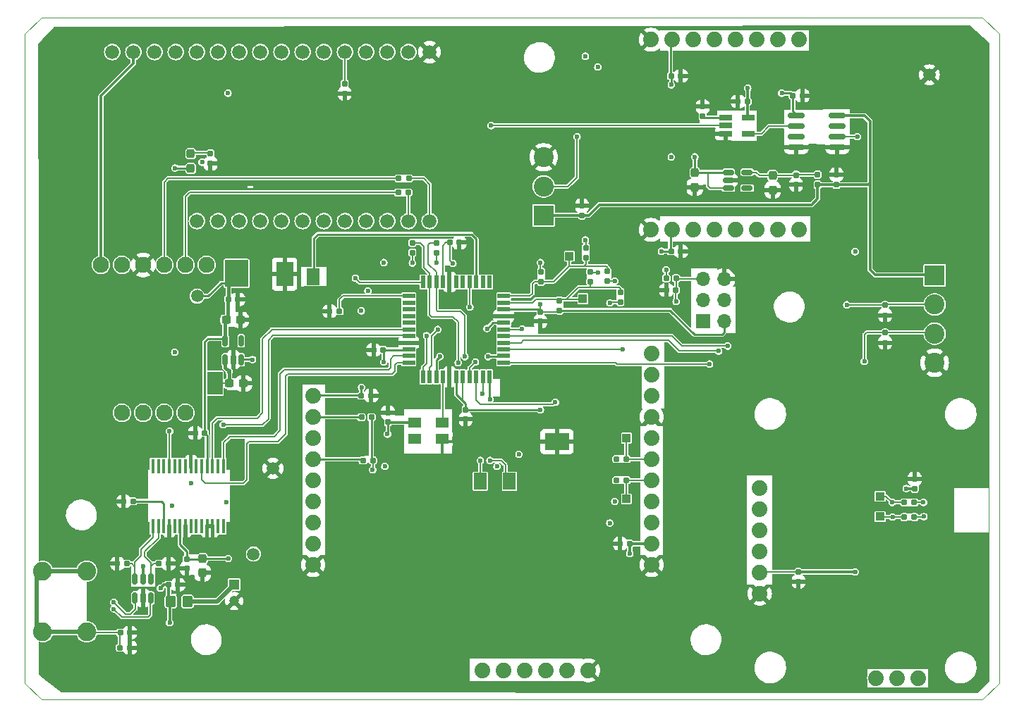
<source format=gbr>
%TF.GenerationSoftware,KiCad,Pcbnew,7.0.5*%
%TF.CreationDate,2023-07-20T14:33:04+01:00*%
%TF.ProjectId,EmotionalCities_v.1.1,456d6f74-696f-46e6-916c-436974696573,rev?*%
%TF.SameCoordinates,PX76109c0PY3c14dc0*%
%TF.FileFunction,Copper,L1,Top*%
%TF.FilePolarity,Positive*%
%FSLAX45Y45*%
G04 Gerber Fmt 4.5, Leading zero omitted, Abs format (unit mm)*
G04 Created by KiCad (PCBNEW 7.0.5) date 2023-07-20 14:33:04*
%MOMM*%
%LPD*%
G01*
G04 APERTURE LIST*
G04 Aperture macros list*
%AMRoundRect*
0 Rectangle with rounded corners*
0 $1 Rounding radius*
0 $2 $3 $4 $5 $6 $7 $8 $9 X,Y pos of 4 corners*
0 Add a 4 corners polygon primitive as box body*
4,1,4,$2,$3,$4,$5,$6,$7,$8,$9,$2,$3,0*
0 Add four circle primitives for the rounded corners*
1,1,$1+$1,$2,$3*
1,1,$1+$1,$4,$5*
1,1,$1+$1,$6,$7*
1,1,$1+$1,$8,$9*
0 Add four rect primitives between the rounded corners*
20,1,$1+$1,$2,$3,$4,$5,0*
20,1,$1+$1,$4,$5,$6,$7,0*
20,1,$1+$1,$6,$7,$8,$9,0*
20,1,$1+$1,$8,$9,$2,$3,0*%
G04 Aperture macros list end*
%TA.AperFunction,SMDPad,CuDef*%
%ADD10RoundRect,0.160000X0.197500X0.160000X-0.197500X0.160000X-0.197500X-0.160000X0.197500X-0.160000X0*%
%TD*%
%TA.AperFunction,ComponentPad*%
%ADD11C,1.500000*%
%TD*%
%TA.AperFunction,SMDPad,CuDef*%
%ADD12RoundRect,0.160000X0.160000X-0.197500X0.160000X0.197500X-0.160000X0.197500X-0.160000X-0.197500X0*%
%TD*%
%TA.AperFunction,SMDPad,CuDef*%
%ADD13RoundRect,0.150000X0.150000X-0.512500X0.150000X0.512500X-0.150000X0.512500X-0.150000X-0.512500X0*%
%TD*%
%TA.AperFunction,SMDPad,CuDef*%
%ADD14RoundRect,0.160000X-0.160000X0.197500X-0.160000X-0.197500X0.160000X-0.197500X0.160000X0.197500X0*%
%TD*%
%TA.AperFunction,SMDPad,CuDef*%
%ADD15RoundRect,0.155000X0.212500X0.155000X-0.212500X0.155000X-0.212500X-0.155000X0.212500X-0.155000X0*%
%TD*%
%TA.AperFunction,SMDPad,CuDef*%
%ADD16RoundRect,0.155000X-0.155000X0.212500X-0.155000X-0.212500X0.155000X-0.212500X0.155000X0.212500X0*%
%TD*%
%TA.AperFunction,SMDPad,CuDef*%
%ADD17RoundRect,0.237500X-0.237500X0.300000X-0.237500X-0.300000X0.237500X-0.300000X0.237500X0.300000X0*%
%TD*%
%TA.AperFunction,SMDPad,CuDef*%
%ADD18RoundRect,0.160000X-0.197500X-0.160000X0.197500X-0.160000X0.197500X0.160000X-0.197500X0.160000X0*%
%TD*%
%TA.AperFunction,SMDPad,CuDef*%
%ADD19R,1.000000X1.000000*%
%TD*%
%TA.AperFunction,SMDPad,CuDef*%
%ADD20R,2.000000X3.000000*%
%TD*%
%TA.AperFunction,SMDPad,CuDef*%
%ADD21RoundRect,0.150000X-0.825000X-0.150000X0.825000X-0.150000X0.825000X0.150000X-0.825000X0.150000X0*%
%TD*%
%TA.AperFunction,SMDPad,CuDef*%
%ADD22RoundRect,0.237500X-0.237500X0.287500X-0.237500X-0.287500X0.237500X-0.287500X0.237500X0.287500X0*%
%TD*%
%TA.AperFunction,SMDPad,CuDef*%
%ADD23R,3.000000X2.000000*%
%TD*%
%TA.AperFunction,SMDPad,CuDef*%
%ADD24R,1.500000X2.000000*%
%TD*%
%TA.AperFunction,SMDPad,CuDef*%
%ADD25R,1.560000X0.650000*%
%TD*%
%TA.AperFunction,SMDPad,CuDef*%
%ADD26R,1.600000X1.300000*%
%TD*%
%TA.AperFunction,SMDPad,CuDef*%
%ADD27R,1.500000X0.550000*%
%TD*%
%TA.AperFunction,SMDPad,CuDef*%
%ADD28R,0.550000X1.500000*%
%TD*%
%TA.AperFunction,SMDPad,CuDef*%
%ADD29RoundRect,0.155000X0.155000X-0.212500X0.155000X0.212500X-0.155000X0.212500X-0.155000X-0.212500X0*%
%TD*%
%TA.AperFunction,SMDPad,CuDef*%
%ADD30RoundRect,0.155000X-0.212500X-0.155000X0.212500X-0.155000X0.212500X0.155000X-0.212500X0.155000X0*%
%TD*%
%TA.AperFunction,SMDPad,CuDef*%
%ADD31RoundRect,0.150000X-0.512500X-0.150000X0.512500X-0.150000X0.512500X0.150000X-0.512500X0.150000X0*%
%TD*%
%TA.AperFunction,SMDPad,CuDef*%
%ADD32RoundRect,0.250000X-0.350000X-0.450000X0.350000X-0.450000X0.350000X0.450000X-0.350000X0.450000X0*%
%TD*%
%TA.AperFunction,SMDPad,CuDef*%
%ADD33R,0.450000X1.750000*%
%TD*%
%TA.AperFunction,SMDPad,CuDef*%
%ADD34RoundRect,0.237500X-0.300000X-0.237500X0.300000X-0.237500X0.300000X0.237500X-0.300000X0.237500X0*%
%TD*%
%TA.AperFunction,ComponentPad*%
%ADD35R,1.200000X1.200000*%
%TD*%
%TA.AperFunction,ComponentPad*%
%ADD36C,1.200000*%
%TD*%
%TA.AperFunction,ComponentPad*%
%ADD37C,2.250000*%
%TD*%
%TA.AperFunction,ComponentPad*%
%ADD38C,1.879600*%
%TD*%
%TA.AperFunction,ComponentPad*%
%ADD39C,1.930400*%
%TD*%
%TA.AperFunction,ComponentPad*%
%ADD40R,1.700000X1.700000*%
%TD*%
%TA.AperFunction,ComponentPad*%
%ADD41O,1.700000X1.700000*%
%TD*%
%TA.AperFunction,ComponentPad*%
%ADD42R,2.400000X2.400000*%
%TD*%
%TA.AperFunction,ComponentPad*%
%ADD43C,2.400000*%
%TD*%
%TA.AperFunction,ComponentPad*%
%ADD44C,1.676400*%
%TD*%
%TA.AperFunction,ViaPad*%
%ADD45C,0.600000*%
%TD*%
%TA.AperFunction,Conductor*%
%ADD46C,0.203200*%
%TD*%
%TA.AperFunction,Conductor*%
%ADD47C,0.250000*%
%TD*%
%TA.AperFunction,Conductor*%
%ADD48C,0.304800*%
%TD*%
%TA.AperFunction,Conductor*%
%ADD49C,0.254000*%
%TD*%
%TA.AperFunction,Conductor*%
%ADD50C,0.508000*%
%TD*%
%TA.AperFunction,Conductor*%
%ADD51C,0.406400*%
%TD*%
%TA.AperFunction,Conductor*%
%ADD52C,0.609600*%
%TD*%
%TA.AperFunction,Conductor*%
%ADD53C,0.300000*%
%TD*%
%TA.AperFunction,Profile*%
%ADD54C,0.076200*%
%TD*%
G04 APERTURE END LIST*
D10*
%TO.P,R10,1*%
%TO.N,/version_control_IO*%
X3779500Y-3530000D03*
%TO.P,R10,2*%
%TO.N,GND*%
X3660000Y-3530000D03*
%TD*%
D11*
%TO.P,+3V3_tp1,1,1*%
%TO.N,+3V3*%
X2070000Y-3350000D03*
%TD*%
D12*
%TO.P,R8,1*%
%TO.N,+3V3*%
X6420402Y-3521508D03*
%TO.P,R8,2*%
%TO.N,/I2C_SDA_port_C*%
X6420402Y-3402008D03*
%TD*%
D11*
%TO.P,+5V_tp1,1,1*%
%TO.N,+5V*%
X2745000Y-6450000D03*
%TD*%
D13*
%TO.P,IC4,1,IN*%
%TO.N,+5V*%
X2408372Y-4113458D03*
%TO.P,IC4,2,GND*%
%TO.N,GND*%
X2503372Y-4113458D03*
%TO.P,IC4,3,EN*%
%TO.N,+5V*%
X2598372Y-4113458D03*
%TO.P,IC4,4,NC*%
%TO.N,unconnected-(IC4-NC-Pad4)*%
X2598372Y-3885958D03*
%TO.P,IC4,5,OUT*%
%TO.N,+3V3*%
X2408372Y-3885958D03*
%TD*%
D14*
%TO.P,R7,1*%
%TO.N,+3V3*%
X6200402Y-3057008D03*
%TO.P,R7,2*%
%TO.N,/I2C_SCL_port_C*%
X6200402Y-3176508D03*
%TD*%
D11*
%TO.P,GND_tp1,1,1*%
%TO.N,GND*%
X2980000Y-5420000D03*
%TD*%
D15*
%TO.P,C12,1*%
%TO.N,GND*%
X2560122Y-3390108D03*
%TO.P,C12,2*%
%TO.N,+3V3*%
X2446622Y-3390108D03*
%TD*%
D16*
%TO.P,C1,1*%
%TO.N,GND*%
X4360402Y-4750009D03*
%TO.P,C1,2*%
%TO.N,+3V3*%
X4360402Y-4863509D03*
%TD*%
D17*
%TO.P,C52,1*%
%TO.N,+5V*%
X2134523Y-6503104D03*
%TO.P,C52,2*%
%TO.N,GND*%
X2134523Y-6675604D03*
%TD*%
D11*
%TO.P,GND_tp2,1,1*%
%TO.N,GND*%
X10860000Y-690000D03*
%TD*%
D14*
%TO.P,R19,1*%
%TO.N,/I2C_SDA_port_C*%
X7150402Y-3300250D03*
%TO.P,R19,2*%
%TO.N,Net-(R19-Pad2)*%
X7150402Y-3419750D03*
%TD*%
%TO.P,R20,1*%
%TO.N,/I2C_SCL_port_C*%
X6995402Y-3052008D03*
%TO.P,R20,2*%
%TO.N,Net-(U4-SCL\u005CCLK)*%
X6995402Y-3171508D03*
%TD*%
D10*
%TO.P,R24,1*%
%TO.N,/GPS_RXI*%
X7224013Y-5561759D03*
%TO.P,R24,2*%
%TO.N,/PC7_TXD1*%
X7104513Y-5561759D03*
%TD*%
%TO.P,R26,1*%
%TO.N,/GPS_TXO*%
X7224013Y-5306759D03*
%TO.P,R26,2*%
%TO.N,/PC6_RXD1*%
X7104513Y-5306759D03*
%TD*%
%TO.P,R4,1*%
%TO.N,Net-(U7-SCL)*%
X10679750Y-6005000D03*
%TO.P,R4,2*%
%TO.N,/I2C_SCL_port_E*%
X10560250Y-6005000D03*
%TD*%
D18*
%TO.P,R5,1*%
%TO.N,/I2C_SDA_port_E*%
X10560250Y-5830000D03*
%TO.P,R5,2*%
%TO.N,Net-(U7-SDA)*%
X10679750Y-5830000D03*
%TD*%
D19*
%TO.P,SDA_portE1,1,1*%
%TO.N,/I2C_SDA_port_E*%
X10270000Y-5755000D03*
%TD*%
D12*
%TO.P,R6,1*%
%TO.N,GND*%
X3840737Y-914336D03*
%TO.P,R6,2*%
%TO.N,/MotionSensor_out*%
X3840737Y-794836D03*
%TD*%
D19*
%TO.P,SCL_portE1,1,1*%
%TO.N,/I2C_SCL_port_E*%
X10270000Y-6000000D03*
%TD*%
D18*
%TO.P,R18,1*%
%TO.N,/GNSS_RESET*%
X4062771Y-5323759D03*
%TO.P,R18,2*%
%TO.N,+3V3*%
X4182271Y-5323759D03*
%TD*%
D20*
%TO.P,TP17,1,1*%
%TO.N,GND*%
X3120402Y-3086758D03*
%TD*%
D21*
%TO.P,U10,1,VDD1*%
%TO.N,+3V3*%
X9262500Y-1179500D03*
%TO.P,U10,2,A1*%
%TO.N,Net-(U10-A1)*%
X9262500Y-1306500D03*
%TO.P,U10,3,Vdd1/NC*%
%TO.N,unconnected-(U10-Vdd1{slash}NC-Pad3)*%
X9262500Y-1433500D03*
%TO.P,U10,4,GND1*%
%TO.N,GND*%
X9262500Y-1560500D03*
%TO.P,U10,5,GND2*%
X9757500Y-1560500D03*
%TO.P,U10,6,B1*%
%TO.N,/EXTERNAL_SYNC_SIGNAL*%
X9757500Y-1433500D03*
%TO.P,U10,7,GND2/NC*%
%TO.N,unconnected-(U10-GND2{slash}NC-Pad7)*%
X9757500Y-1306500D03*
%TO.P,U10,8,Vdd2*%
%TO.N,/EXTERNAL_3V3*%
X9757500Y-1179500D03*
%TD*%
D22*
%TO.P,D1,1,K*%
%TO.N,Net-(D1-K)*%
X1992521Y-1636258D03*
%TO.P,D1,2,A*%
%TO.N,/LED_AUX*%
X1992521Y-1811258D03*
%TD*%
D23*
%TO.P,TP16,1,1*%
%TO.N,GND*%
X6390000Y-5100000D03*
%TD*%
D24*
%TO.P,TP13,1,1*%
%TO.N,/PA3*%
X5470000Y-5575000D03*
%TD*%
D14*
%TO.P,R30,1*%
%TO.N,GND*%
X9745000Y-1890250D03*
%TO.P,R30,2*%
%TO.N,/EXTERNAL_3V3*%
X9745000Y-2009750D03*
%TD*%
D25*
%TO.P,U8,1*%
%TO.N,Net-(R1-Pad2)*%
X8415000Y-1205000D03*
%TO.P,U8,2*%
%TO.N,/u_SYNC_SIGNAL*%
X8415000Y-1300000D03*
%TO.P,U8,3,GND*%
%TO.N,GND*%
X8415000Y-1395000D03*
%TO.P,U8,4*%
%TO.N,Net-(U10-A1)*%
X8685000Y-1395000D03*
%TO.P,U8,5,VCC*%
%TO.N,+3V3*%
X8685000Y-1205000D03*
%TD*%
D24*
%TO.P,TP9,1,1*%
%TO.N,/PC4*%
X3464598Y-3115414D03*
%TD*%
D16*
%TO.P,C16,1*%
%TO.N,GND*%
X10685000Y-5548250D03*
%TO.P,C16,2*%
%TO.N,+3V3*%
X10685000Y-5661750D03*
%TD*%
D18*
%TO.P,R2,1*%
%TO.N,Net-(U3-SDA)*%
X4490987Y-1934586D03*
%TO.P,R2,2*%
%TO.N,/MotionSensor_SDA*%
X4610487Y-1934586D03*
%TD*%
D26*
%TO.P,X1,1,STANDBY#*%
%TO.N,unconnected-(X1-STANDBY#-Pad1)*%
X4679272Y-5066509D03*
%TO.P,X1,2,GND*%
%TO.N,GND*%
X5009272Y-5066509D03*
%TO.P,X1,3,OUTPUT*%
%TO.N,/X1osc*%
X5009272Y-4866509D03*
%TO.P,X1,4,VDD*%
%TO.N,+3V3*%
X4679272Y-4866509D03*
%TD*%
D10*
%TO.P,R3,1*%
%TO.N,/MotionSensor_SCL*%
X4605487Y-2104586D03*
%TO.P,R3,2*%
%TO.N,Net-(U3-SCL)*%
X4485987Y-2104586D03*
%TD*%
D27*
%TO.P,U6,1,PA5/ADC5*%
%TO.N,/HR_out*%
X5750402Y-4149258D03*
%TO.P,U6,2,PA6/ADC6*%
%TO.N,/u_GNSS_RESET*%
X5750402Y-4069258D03*
%TO.P,U6,3,PA7/ADC7/AC0-OUT*%
%TO.N,/EDA_out*%
X5750402Y-3989258D03*
%TO.P,U6,4,PB0/ADC8/AREFB*%
%TO.N,/HR_LO-*%
X5750402Y-3909258D03*
%TO.P,U6,5,PB1/ADC9*%
%TO.N,/HR_LO+*%
X5750402Y-3829258D03*
%TO.P,U6,6,PB2/ADC10/DAC0*%
%TO.N,/GNSS_INT*%
X5750402Y-3749258D03*
%TO.P,U6,7,PB3/ADC11/DAC1*%
%TO.N,/u_SYNC_SIGNAL*%
X5750402Y-3669258D03*
%TO.P,U6,8,GND@1*%
%TO.N,GND*%
X5750402Y-3589258D03*
%TO.P,U6,9,VCC@1*%
%TO.N,+3V3*%
X5750402Y-3509258D03*
%TO.P,U6,10,PC0/OC0A/SDA*%
%TO.N,/I2C_SDA_port_C*%
X5750402Y-3429258D03*
%TO.P,U6,11,PC1/OC0B/XCK0/SCL*%
%TO.N,/I2C_SCL_port_C*%
X5750402Y-3349258D03*
D28*
%TO.P,U6,12,PC2/OC0C/RXD0*%
%TO.N,unconnected-(U6-PC2{slash}OC0C{slash}RXD0-Pad12)*%
X5580402Y-3179258D03*
%TO.P,U6,13,PC3/OC0D/TXD0*%
%TO.N,unconnected-(U6-PC3{slash}OC0D{slash}TXD0-Pad13)*%
X5500402Y-3179258D03*
%TO.P,U6,14,PC4/OC1A/~{SS}*%
%TO.N,/PC4*%
X5420402Y-3179258D03*
%TO.P,U6,15,PC5/OC1B/MOSI/XCK1*%
%TO.N,/GNSS_PPS*%
X5340402Y-3179258D03*
%TO.P,U6,16,PC6/MISO/RXD1*%
%TO.N,unconnected-(U6-PC6{slash}MISO{slash}RXD1-Pad16)*%
X5260402Y-3179258D03*
%TO.P,U6,17,PC7/SCK/TXD1/CLK0/EVO*%
%TO.N,unconnected-(U6-PC7{slash}SCK{slash}TXD1{slash}CLK0{slash}EVO-Pad17)*%
X5180402Y-3179258D03*
%TO.P,U6,18,GND@2*%
%TO.N,GND*%
X5100402Y-3179258D03*
%TO.P,U6,19,VCC@2*%
%TO.N,+3V3*%
X5020402Y-3179258D03*
%TO.P,U6,20,PD0/OC0A*%
%TO.N,/I2C_SDA_port_E*%
X4940402Y-3179258D03*
%TO.P,U6,21,PD1/OC0B/XCK0*%
%TO.N,/I2C_SCL_port_E*%
X4860402Y-3179258D03*
%TO.P,U6,22,PD2/OC0C/RXD0*%
%TO.N,/MotionSensor_out*%
X4780402Y-3179258D03*
D27*
%TO.P,U6,23,PD3/OC0D/TXD0*%
%TO.N,/version_control_IO*%
X4610402Y-3349258D03*
%TO.P,U6,24,PD4/OC1A/~{SS}*%
%TO.N,unconnected-(U6-PD4{slash}OC1A{slash}~{SS}-Pad24)*%
X4610402Y-3429258D03*
%TO.P,U6,25,PD5/OC1B/MOSI/XCK1*%
%TO.N,unconnected-(U6-PD5{slash}OC1B{slash}MOSI{slash}XCK1-Pad25)*%
X4610402Y-3509258D03*
%TO.P,U6,26,PD6/RXD1/MISO/D-*%
%TO.N,unconnected-(U6-PD6{slash}RXD1{slash}MISO{slash}D--Pad26)*%
X4610402Y-3589258D03*
%TO.P,U6,27,PD7/TXD1/MOSI/D+/SCK*%
%TO.N,unconnected-(U6-PD7{slash}TXD1{slash}MOSI{slash}D+{slash}SCK-Pad27)*%
X4610402Y-3669258D03*
%TO.P,U6,28,PE0/OC0A/SDA*%
%TO.N,/FTDI_RTS*%
X4610402Y-3749258D03*
%TO.P,U6,29,PE1/OC0B/SCL/XCK0*%
%TO.N,/FTDI_CTS*%
X4610402Y-3829258D03*
%TO.P,U6,30,GND@3*%
%TO.N,GND*%
X4610402Y-3909258D03*
%TO.P,U6,31,VCC@1*%
%TO.N,+3V3*%
X4610402Y-3989258D03*
%TO.P,U6,32,PE2/OC0C/RXD0*%
%TO.N,/FTDI_TXD*%
X4610402Y-4069258D03*
%TO.P,U6,33,PE3/OC0D/TXD0*%
%TO.N,/FTDI_RXD*%
X4610402Y-4149258D03*
D28*
%TO.P,U6,34,PDI-DATA*%
%TO.N,/PDI_DATA*%
X4780402Y-4319259D03*
%TO.P,U6,35,~{RESET}/PDI-CLCK*%
%TO.N,/PDI_CLK*%
X4860402Y-4319259D03*
%TO.P,U6,36,PR0/XTAL2*%
%TO.N,/LED_AUX*%
X4940402Y-4319259D03*
%TO.P,U6,37,PR1/XTAL1*%
%TO.N,/X1osc*%
X5020402Y-4319259D03*
%TO.P,U6,38,GND@4*%
%TO.N,GND*%
X5100402Y-4319259D03*
%TO.P,U6,39,AVCC*%
%TO.N,+3V3*%
X5180402Y-4319259D03*
%TO.P,U6,40,PA0/ADC0/AREF*%
X5260402Y-4319259D03*
%TO.P,U6,41,PA1/ADC1*%
%TO.N,/External_EDA_1*%
X5340402Y-4319259D03*
%TO.P,U6,42,PA2/ADC2*%
%TO.N,/External_EDA_2*%
X5420402Y-4319259D03*
%TO.P,U6,43,PA3/ADC3*%
%TO.N,/PA3*%
X5500402Y-4319259D03*
%TO.P,U6,44,PA4/ADC4*%
%TO.N,/PA4*%
X5580402Y-4319259D03*
%TD*%
D12*
%TO.P,R14,1*%
%TO.N,+3V3*%
X4655402Y-2826508D03*
%TO.P,R14,2*%
%TO.N,/I2C_SCL_port_E*%
X4655402Y-2707009D03*
%TD*%
D15*
%TO.P,C19,1*%
%TO.N,GND*%
X7876750Y-2810000D03*
%TO.P,C19,2*%
%TO.N,+3V3*%
X7763250Y-2810000D03*
%TD*%
%TO.P,C20,1*%
%TO.N,GND*%
X7876750Y-701758D03*
%TO.P,C20,2*%
%TO.N,+5V*%
X7763250Y-701758D03*
%TD*%
D12*
%TO.P,R11,1*%
%TO.N,/I2C_SDA_port_C*%
X6790402Y-3176508D03*
%TO.P,R11,2*%
%TO.N,Net-(R11-Pad2)*%
X6790402Y-3057008D03*
%TD*%
%TO.P,R12,1*%
%TO.N,/I2C_SCL_port_C*%
X6735402Y-2886508D03*
%TO.P,R12,2*%
%TO.N,Net-(R12-Pad2)*%
X6735402Y-2767009D03*
%TD*%
D29*
%TO.P,C18,1*%
%TO.N,GND*%
X9290737Y-6781336D03*
%TO.P,C18,2*%
%TO.N,+3V3*%
X9290737Y-6667836D03*
%TD*%
D12*
%TO.P,R13,1*%
%TO.N,+3V3*%
X4940402Y-2826508D03*
%TO.P,R13,2*%
%TO.N,/I2C_SDA_port_E*%
X4940402Y-2707009D03*
%TD*%
D19*
%TO.P,GPS_RXI1,1,1*%
%TO.N,/GPS_RXI*%
X7224263Y-5786758D03*
%TD*%
D15*
%TO.P,C27,1*%
%TO.N,GND*%
X9336750Y-938741D03*
%TO.P,C27,2*%
%TO.N,+3V3*%
X9223250Y-938741D03*
%TD*%
D17*
%TO.P,C28,1*%
%TO.N,Net-(IC1-OUT)*%
X8980000Y-1900508D03*
%TO.P,C28,2*%
%TO.N,GND*%
X8980000Y-2073008D03*
%TD*%
D30*
%TO.P,C23,1*%
%TO.N,GND*%
X7147513Y-6325414D03*
%TO.P,C23,2*%
%TO.N,+5V*%
X7261013Y-6325414D03*
%TD*%
D31*
%TO.P,IC1,1,IN*%
%TO.N,+5V*%
X8446250Y-1861758D03*
%TO.P,IC1,2,GND*%
%TO.N,GND*%
X8446250Y-1956758D03*
%TO.P,IC1,3,EN*%
%TO.N,+5V*%
X8446250Y-2051758D03*
%TO.P,IC1,4,NC*%
%TO.N,unconnected-(IC1-NC-Pad4)*%
X8673750Y-2051758D03*
%TO.P,IC1,5,OUT*%
%TO.N,Net-(IC1-OUT)*%
X8673750Y-1861758D03*
%TD*%
D29*
%TO.P,C29,1*%
%TO.N,GND*%
X9260000Y-2008508D03*
%TO.P,C29,2*%
%TO.N,Net-(IC1-OUT)*%
X9260000Y-1895008D03*
%TD*%
D30*
%TO.P,C24,1*%
%TO.N,GND*%
X8563250Y-1010000D03*
%TO.P,C24,2*%
%TO.N,+3V3*%
X8676750Y-1010000D03*
%TD*%
D16*
%TO.P,C32,1*%
%TO.N,GND*%
X6690000Y-2263250D03*
%TO.P,C32,2*%
%TO.N,/EXTERNAL_3V3*%
X6690000Y-2376750D03*
%TD*%
D17*
%TO.P,C26,1*%
%TO.N,+5V*%
X8045000Y-1865508D03*
%TO.P,C26,2*%
%TO.N,GND*%
X8045000Y-2038008D03*
%TD*%
D12*
%TO.P,R29,1*%
%TO.N,/EXTERNAL_3V3*%
X9520000Y-2009750D03*
%TO.P,R29,2*%
%TO.N,Net-(IC1-OUT)*%
X9520000Y-1890250D03*
%TD*%
D14*
%TO.P,R1,1*%
%TO.N,GND*%
X8140000Y-1070250D03*
%TO.P,R1,2*%
%TO.N,Net-(R1-Pad2)*%
X8140000Y-1189750D03*
%TD*%
D19*
%TO.P,GPS_TXO1,1,1*%
%TO.N,/GPS_TXO*%
X7224263Y-5056759D03*
%TD*%
D24*
%TO.P,TP15,1,1*%
%TO.N,/PA4*%
X5820000Y-5575000D03*
%TD*%
D30*
%TO.P,C4,1*%
%TO.N,/FTDI_USBD-*%
X1612513Y-6565414D03*
%TO.P,C4,2*%
%TO.N,GND*%
X1726013Y-6565414D03*
%TD*%
D14*
%TO.P,R37,1*%
%TO.N,Net-(D1-K)*%
X2230402Y-1635664D03*
%TO.P,R37,2*%
%TO.N,GND*%
X2230402Y-1755164D03*
%TD*%
D30*
%TO.P,C3,1*%
%TO.N,/5VUSB*%
X1727513Y-6820000D03*
%TO.P,C3,2*%
%TO.N,GND*%
X1841013Y-6820000D03*
%TD*%
D15*
%TO.P,C9,1*%
%TO.N,+3V3*%
X2161013Y-4995414D03*
%TO.P,C9,2*%
%TO.N,GND*%
X2047513Y-4995414D03*
%TD*%
D29*
%TO.P,C14,1*%
%TO.N,GND*%
X6190402Y-3653508D03*
%TO.P,C14,2*%
%TO.N,+3V3*%
X6190402Y-3540008D03*
%TD*%
D30*
%TO.P,C15,1*%
%TO.N,GND*%
X4186902Y-3996758D03*
%TO.P,C15,2*%
%TO.N,+3V3*%
X4300402Y-3996758D03*
%TD*%
D29*
%TO.P,C21,1*%
%TO.N,GND*%
X5294402Y-4829509D03*
%TO.P,C21,2*%
%TO.N,+3V3*%
X5294402Y-4716009D03*
%TD*%
D30*
%TO.P,C51,1*%
%TO.N,GND*%
X7703987Y-3274586D03*
%TO.P,C51,2*%
%TO.N,/PDI_CLK*%
X7817487Y-3274586D03*
%TD*%
D18*
%TO.P,R68,1*%
%TO.N,+3V3*%
X7700987Y-3134586D03*
%TO.P,R68,2*%
%TO.N,/PDI_CLK*%
X7820487Y-3134586D03*
%TD*%
D32*
%TO.P,L1,1*%
%TO.N,/5VUSB*%
X1754263Y-7020000D03*
%TO.P,L1,2*%
%TO.N,+5V*%
X1954263Y-7020000D03*
%TD*%
D15*
%TO.P,C13,1*%
%TO.N,GND*%
X5217152Y-2706759D03*
%TO.P,C13,2*%
%TO.N,+3V3*%
X5103652Y-2706759D03*
%TD*%
D33*
%TO.P,IC3,1,TXD*%
%TO.N,/FTDI_TXD*%
X2384263Y-5395414D03*
%TO.P,IC3,2,DTR*%
%TO.N,unconnected-(IC3-DTR-Pad2)*%
X2319263Y-5395414D03*
%TO.P,IC3,3,RTS*%
%TO.N,/FTDI_RTS*%
X2254263Y-5395414D03*
%TO.P,IC3,4,VCCIO*%
%TO.N,+3V3*%
X2189263Y-5395414D03*
%TO.P,IC3,5,RXD*%
%TO.N,/FTDI_RXD*%
X2124263Y-5395414D03*
%TO.P,IC3,6,RI*%
%TO.N,unconnected-(IC3-RI-Pad6)*%
X2059263Y-5395414D03*
%TO.P,IC3,7,GND*%
%TO.N,GND*%
X1994263Y-5395414D03*
%TO.P,IC3,8,N.C.*%
%TO.N,unconnected-(IC3-N.C.-Pad8)*%
X1929263Y-5395414D03*
%TO.P,IC3,9,DCR*%
%TO.N,unconnected-(IC3-DCR-Pad9)*%
X1864263Y-5395414D03*
%TO.P,IC3,10,DCD*%
%TO.N,unconnected-(IC3-DCD-Pad10)*%
X1799263Y-5395414D03*
%TO.P,IC3,11,CTS*%
%TO.N,/FTDI_CTS*%
X1734263Y-5395414D03*
%TO.P,IC3,12,CBUS4*%
%TO.N,unconnected-(IC3-CBUS4-Pad12)*%
X1669263Y-5395414D03*
%TO.P,IC3,13,CBUS2*%
%TO.N,unconnected-(IC3-CBUS2-Pad13)*%
X1604263Y-5395414D03*
%TO.P,IC3,14,CBUS3*%
%TO.N,unconnected-(IC3-CBUS3-Pad14)*%
X1539263Y-5395414D03*
%TO.P,IC3,15,USBD+*%
%TO.N,/FTDI_USBD+*%
X1539263Y-6115414D03*
%TO.P,IC3,16,USBD-*%
%TO.N,/FTDI_USBD-*%
X1604263Y-6115414D03*
%TO.P,IC3,17,3V3OUT*%
%TO.N,Net-(IC3-3V3OUT)*%
X1669263Y-6115414D03*
%TO.P,IC3,18,GND*%
%TO.N,GND*%
X1734263Y-6115414D03*
%TO.P,IC3,19,~{RESET}*%
%TO.N,unconnected-(IC3-~{RESET}-Pad19)*%
X1799263Y-6115414D03*
%TO.P,IC3,20,VCC*%
%TO.N,+5V*%
X1864263Y-6115414D03*
%TO.P,IC3,21,GND*%
%TO.N,GND*%
X1929263Y-6115414D03*
%TO.P,IC3,22,CBUS1*%
%TO.N,unconnected-(IC3-CBUS1-Pad22)*%
X1994263Y-6115414D03*
%TO.P,IC3,23,CBUS0*%
%TO.N,unconnected-(IC3-CBUS0-Pad23)*%
X2059263Y-6115414D03*
%TO.P,IC3,24,N.C.*%
%TO.N,unconnected-(IC3-N.C.-Pad24)*%
X2124263Y-6115414D03*
%TO.P,IC3,25,AGND*%
%TO.N,GND*%
X2189263Y-6115414D03*
%TO.P,IC3,26,TEST*%
X2254263Y-6115414D03*
%TO.P,IC3,27,OSCI*%
%TO.N,unconnected-(IC3-OSCI-Pad27)*%
X2319263Y-6115414D03*
%TO.P,IC3,28,OSCO*%
%TO.N,unconnected-(IC3-OSCO-Pad28)*%
X2384263Y-6115414D03*
%TD*%
D15*
%TO.P,C6,1*%
%TO.N,/FTDI_USBD+*%
X1226013Y-6565414D03*
%TO.P,C6,2*%
%TO.N,GND*%
X1112513Y-6565414D03*
%TD*%
D34*
%TO.P,C10,1*%
%TO.N,+5V*%
X2453750Y-4400000D03*
%TO.P,C10,2*%
%TO.N,GND*%
X2626250Y-4400000D03*
%TD*%
D30*
%TO.P,C2,1*%
%TO.N,Net-(J1-Shield)*%
X1147513Y-7395414D03*
%TO.P,C2,2*%
%TO.N,GND*%
X1261013Y-7395414D03*
%TD*%
D16*
%TO.P,C5,1*%
%TO.N,+5V*%
X1944263Y-6508664D03*
%TO.P,C5,2*%
%TO.N,GND*%
X1944263Y-6622164D03*
%TD*%
D34*
%TO.P,C11,1*%
%TO.N,+3V3*%
X2417122Y-3633948D03*
%TO.P,C11,2*%
%TO.N,GND*%
X2589622Y-3633948D03*
%TD*%
D13*
%TO.P,IC2,1,I/O1*%
%TO.N,/USBD_plug+*%
X1324263Y-6979164D03*
%TO.P,IC2,2,GND*%
%TO.N,GND*%
X1419263Y-6979164D03*
%TO.P,IC2,3,I/O2*%
%TO.N,/USBD_plug-*%
X1514263Y-6979164D03*
%TO.P,IC2,4,I/O2*%
%TO.N,/FTDI_USBD-*%
X1514263Y-6751664D03*
%TO.P,IC2,5,VBUS*%
%TO.N,/5VUSB*%
X1419263Y-6751664D03*
%TO.P,IC2,6,I/O1*%
%TO.N,/FTDI_USBD+*%
X1324263Y-6751664D03*
%TD*%
D30*
%TO.P,C7,1*%
%TO.N,GND*%
X1187513Y-5815414D03*
%TO.P,C7,2*%
%TO.N,Net-(IC3-3V3OUT)*%
X1301013Y-5815414D03*
%TD*%
D18*
%TO.P,R69,1*%
%TO.N,Net-(J1-Shield)*%
X1144513Y-7575414D03*
%TO.P,R69,2*%
%TO.N,GND*%
X1264013Y-7575414D03*
%TD*%
D19*
%TO.P,SCL_portC1,1,1*%
%TO.N,/I2C_SCL_port_C*%
X6540000Y-2870000D03*
%TD*%
D18*
%TO.P,R22,1*%
%TO.N,/GNSS_INT*%
X4042771Y-4803759D03*
%TO.P,R22,2*%
%TO.N,+3V3*%
X4162271Y-4803759D03*
%TD*%
D14*
%TO.P,R27,1*%
%TO.N,/External_EDA_1*%
X10330000Y-3460250D03*
%TO.P,R27,2*%
%TO.N,GND*%
X10330000Y-3579750D03*
%TD*%
D19*
%TO.P,SDA_portC1,1,1*%
%TO.N,/I2C_SDA_port_C*%
X6700000Y-3380000D03*
%TD*%
D14*
%TO.P,R25,1*%
%TO.N,/External_EDA_2*%
X10330000Y-3790250D03*
%TO.P,R25,2*%
%TO.N,GND*%
X10330000Y-3909750D03*
%TD*%
D10*
%TO.P,R9,1*%
%TO.N,GND*%
X4160487Y-4544586D03*
%TO.P,R9,2*%
%TO.N,/GNSS_PPS*%
X4040987Y-4544586D03*
%TD*%
D35*
%TO.P,C39,1*%
%TO.N,+5V*%
X2514263Y-6815414D03*
D36*
%TO.P,C39,2*%
%TO.N,GND*%
X2514263Y-7015414D03*
%TD*%
D37*
%TO.P,J1,6,Shield*%
%TO.N,Net-(J1-Shield)*%
X214525Y-7385110D03*
X744525Y-7385110D03*
X214525Y-6655110D03*
X744525Y-6655110D03*
%TD*%
D38*
%TO.P,U1,1,RA*%
%TO.N,unconnected-(U1-RA-Pad1)*%
X10730000Y-7941000D03*
%TO.P,U1,2,LA*%
%TO.N,unconnected-(U1-LA-Pad2)*%
X10476000Y-7941000D03*
%TO.P,U1,3,RL*%
%TO.N,unconnected-(U1-RL-Pad3)*%
X10222000Y-7941000D03*
%TO.P,U1,4,GND*%
%TO.N,GND*%
X8825000Y-6925000D03*
%TO.P,U1,5,3V3*%
%TO.N,+3V3*%
X8825000Y-6671000D03*
%TO.P,U1,6,OUT*%
%TO.N,/HR_out*%
X8825000Y-6417000D03*
%TO.P,U1,7,LO-*%
%TO.N,/HR_LO-*%
X8825000Y-6163000D03*
%TO.P,U1,8,LO+*%
%TO.N,/HR_LO+*%
X8825000Y-5909000D03*
%TO.P,U1,9,~{SDN}*%
%TO.N,unconnected-(U1-~{SDN}-Pad9)*%
X8825000Y-5655000D03*
%TD*%
%TO.P,U4,1,GND*%
%TO.N,GND*%
X3464000Y-6579758D03*
%TO.P,U4,2,3.3V*%
%TO.N,unconnected-(U4-3.3V-Pad2)*%
X3464000Y-6325758D03*
%TO.P,U4,3,SDA\u005C~{CS}*%
%TO.N,Net-(R19-Pad2)*%
X3464000Y-6071758D03*
%TO.P,U4,4,SCL\u005CCLK*%
%TO.N,Net-(U4-SCL\u005CCLK)*%
X3464000Y-5817758D03*
%TO.P,U4,5,TX_READY*%
%TO.N,unconnected-(U4-TX_READY-Pad5)*%
X3464000Y-5563759D03*
%TO.P,U4,6,~{RESET}*%
%TO.N,/GNSS_RESET*%
X3464000Y-5309759D03*
%TO.P,U4,7,~{SAFEBOOT}*%
%TO.N,unconnected-(U4-~{SAFEBOOT}-Pad7)*%
X3464000Y-5055759D03*
%TO.P,U4,8,INT*%
%TO.N,/GNSS_INT*%
X3464000Y-4801759D03*
%TO.P,U4,9,PPS*%
%TO.N,/GNSS_PPS*%
X3464000Y-4547759D03*
%TO.P,U4,10,WT+*%
%TO.N,unconnected-(U4-WT+-Pad10)*%
X7528000Y-4039758D03*
%TO.P,U4,11,GND*%
%TO.N,unconnected-(U4-GND-Pad11)*%
X7528000Y-4293759D03*
%TO.P,U4,12,DIR+*%
%TO.N,unconnected-(U4-DIR+-Pad12)*%
X7528000Y-4547759D03*
%TO.P,U4,13,GND*%
%TO.N,GND*%
X7528000Y-4801759D03*
%TO.P,U4,14,SCL\u005CCLL*%
%TO.N,unconnected-(U4-SCL\u005CCLL-Pad14)*%
X7528000Y-5055759D03*
%TO.P,U4,15,TXO\u005CMISO*%
%TO.N,/GPS_TXO*%
X7528000Y-5309759D03*
%TO.P,U4,16,RXI\u005CMOSI*%
%TO.N,/GPS_RXI*%
X7528000Y-5563759D03*
%TO.P,U4,17,SDA\u005C~{CS}*%
%TO.N,unconnected-(U4-SDA\u005C~{CS}-Pad17)*%
X7528000Y-5817758D03*
%TO.P,U4,18,3.3V*%
%TO.N,unconnected-(U4-3.3V-Pad18)*%
X7528000Y-6071758D03*
%TO.P,U4,19,5V*%
%TO.N,+5V*%
X7528000Y-6325758D03*
%TO.P,U4,20,GND*%
%TO.N,GND*%
X7528000Y-6579758D03*
%TO.P,U4,21,GND*%
X6766000Y-7847218D03*
%TO.P,U4,22,n.c*%
%TO.N,unconnected-(U4-n.c-Pad22)*%
X6512000Y-7847218D03*
%TO.P,U4,23,3V3_out*%
%TO.N,unconnected-(U4-3V3_out-Pad23)*%
X6258000Y-7847218D03*
%TO.P,U4,24,RXI2*%
%TO.N,unconnected-(U4-RXI2-Pad24)*%
X6004000Y-7847218D03*
%TO.P,U4,25,TXO2*%
%TO.N,unconnected-(U4-TXO2-Pad25)*%
X5750000Y-7847218D03*
%TO.P,U4,26,n.c.*%
%TO.N,unconnected-(U4-n.c.-Pad26)*%
X5496000Y-7847218D03*
%TD*%
%TO.P,U2,1,AN_out*%
%TO.N,/EDA_out*%
X9296297Y-2551327D03*
%TO.P,U2,2,nc*%
%TO.N,unconnected-(U2-nc-Pad2)*%
X9042297Y-2551327D03*
%TO.P,U2,3,CS*%
%TO.N,unconnected-(U2-CS-Pad3)*%
X8788297Y-2551327D03*
%TO.P,U2,4,SCK*%
%TO.N,unconnected-(U2-SCK-Pad4)*%
X8534297Y-2551327D03*
%TO.P,U2,5,SDO*%
%TO.N,unconnected-(U2-SDO-Pad5)*%
X8280297Y-2551327D03*
%TO.P,U2,6,nc*%
%TO.N,unconnected-(U2-nc-Pad6)*%
X8026297Y-2551327D03*
%TO.P,U2,7,3V3*%
%TO.N,+3V3*%
X7772297Y-2551327D03*
%TO.P,U2,8,GND*%
%TO.N,GND*%
X7518297Y-2551327D03*
%TO.P,U2,9,GND*%
X7518297Y-265327D03*
%TO.P,U2,10,5V*%
%TO.N,+5V*%
X7772297Y-265327D03*
%TO.P,U2,11,nc*%
%TO.N,Net-(R12-Pad2)*%
X8026297Y-265327D03*
%TO.P,U2,12,nc*%
%TO.N,Net-(R11-Pad2)*%
X8280297Y-265327D03*
%TO.P,U2,13,nc*%
%TO.N,unconnected-(U2-nc-Pad13)*%
X8534297Y-265327D03*
%TO.P,U2,14,nc*%
%TO.N,unconnected-(U2-nc-Pad14)*%
X8788297Y-265327D03*
%TO.P,U2,15,nc*%
%TO.N,unconnected-(U2-nc-Pad15)*%
X9042297Y-265327D03*
%TO.P,U2,16,nc*%
%TO.N,unconnected-(U2-nc-Pad16)*%
X9296297Y-265327D03*
%TD*%
D39*
%TO.P,U3,1,PS0*%
%TO.N,unconnected-(U3-PS0-Pad1)*%
X1168263Y-4753414D03*
%TO.P,U3,2,PS1*%
%TO.N,unconnected-(U3-PS1-Pad2)*%
X1422263Y-4753414D03*
%TO.P,U3,3,INT*%
%TO.N,unconnected-(U3-INT-Pad3)*%
X1676263Y-4753414D03*
%TO.P,U3,4,ADDR*%
%TO.N,unconnected-(U3-ADDR-Pad4)*%
X1930263Y-4753414D03*
%TO.P,U3,5,Vin*%
%TO.N,/Adafruit_3V3_out*%
X914263Y-2975414D03*
%TO.P,U3,6,3Vout*%
%TO.N,unconnected-(U3-3Vout-Pad6)*%
X1168263Y-2975414D03*
%TO.P,U3,7,GND*%
%TO.N,GND*%
X1422263Y-2975414D03*
%TO.P,U3,8,SDA*%
%TO.N,Net-(U3-SDA)*%
X1676263Y-2975414D03*
%TO.P,U3,9,SCL*%
%TO.N,Net-(U3-SCL)*%
X1930263Y-2975414D03*
%TO.P,U3,10,RST*%
%TO.N,unconnected-(U3-RST-Pad10)*%
X2184263Y-2975414D03*
%TD*%
D40*
%TO.P,PDI1,1,Pin_1*%
%TO.N,/PDI_DATA*%
X8140737Y-3654586D03*
D41*
%TO.P,PDI1,2,Pin_2*%
%TO.N,+3V3*%
X8394737Y-3654586D03*
%TO.P,PDI1,3,Pin_3*%
%TO.N,unconnected-(PDI1-Pin_3-Pad3)*%
X8140737Y-3400586D03*
%TO.P,PDI1,4,Pin_4*%
%TO.N,unconnected-(PDI1-Pin_4-Pad4)*%
X8394737Y-3400586D03*
%TO.P,PDI1,5,Pin_5*%
%TO.N,/PDI_CLK*%
X8140737Y-3146586D03*
%TO.P,PDI1,6,Pin_6*%
%TO.N,GND*%
X8394737Y-3146586D03*
%TD*%
D42*
%TO.P,J4,1,Pin_1*%
%TO.N,/EXTERNAL_3V3*%
X6230000Y-2380000D03*
D43*
%TO.P,J4,2,Pin_2*%
%TO.N,/EXTERNAL_SYNC_SIGNAL*%
X6230000Y-2030000D03*
%TO.P,J4,3,Pin_3*%
%TO.N,GND*%
X6230000Y-1680000D03*
%TD*%
D42*
%TO.P,J3,1,Pin_1*%
%TO.N,/EXTERNAL_3V3*%
X10925000Y-3100000D03*
D43*
%TO.P,J3,2,Pin_2*%
%TO.N,/External_EDA_1*%
X10925000Y-3450000D03*
%TO.P,J3,3,Pin_3*%
%TO.N,/External_EDA_2*%
X10925000Y-3800000D03*
%TO.P,J3,4,Pin_4*%
%TO.N,GND*%
X10925000Y-4150000D03*
%TD*%
D44*
%TO.P,U5,1,RST*%
%TO.N,unconnected-(U5-RST-Pad1)*%
X1050263Y-415414D03*
%TO.P,U5,2,3V3*%
%TO.N,/Adafruit_3V3_out*%
X1304263Y-415414D03*
%TO.P,U5,3,ARf*%
%TO.N,unconnected-(U5-ARf-Pad3)*%
X1558263Y-415414D03*
%TO.P,U5,4,GND*%
%TO.N,unconnected-(U5-GND-Pad4)*%
X1812263Y-415414D03*
%TO.P,U5,5,A0*%
%TO.N,unconnected-(U5-A0-Pad5)*%
X2066263Y-415414D03*
%TO.P,U5,6,A1*%
%TO.N,unconnected-(U5-A1-Pad6)*%
X2320263Y-415414D03*
%TO.P,U5,7,A2*%
%TO.N,unconnected-(U5-A2-Pad7)*%
X2574263Y-415414D03*
%TO.P,U5,8,A3*%
%TO.N,unconnected-(U5-A3-Pad8)*%
X2828263Y-415414D03*
%TO.P,U5,9,A4*%
%TO.N,unconnected-(U5-A4-Pad9)*%
X3082263Y-415414D03*
%TO.P,U5,10,A5*%
%TO.N,unconnected-(U5-A5-Pad10)*%
X3336263Y-415414D03*
%TO.P,U5,11,SCK*%
%TO.N,unconnected-(U5-SCK-Pad11)*%
X3590263Y-415414D03*
%TO.P,U5,12,MOSI*%
%TO.N,/MotionSensor_out*%
X3844263Y-415414D03*
%TO.P,U5,13,MISO*%
%TO.N,unconnected-(U5-MISO-Pad13)*%
X4098263Y-415414D03*
%TO.P,U5,14,RX0*%
%TO.N,unconnected-(U5-RX0-Pad14)*%
X4352263Y-415414D03*
%TO.P,U5,15,TX1*%
%TO.N,unconnected-(U5-TX1-Pad15)*%
X4606263Y-415414D03*
%TO.P,U5,16,GND*%
%TO.N,GND*%
X4860263Y-415414D03*
%TO.P,U5,17,SDA*%
%TO.N,/MotionSensor_SDA*%
X4860263Y-2447414D03*
%TO.P,U5,18,SCL*%
%TO.N,/MotionSensor_SCL*%
X4606263Y-2447414D03*
%TO.P,U5,19,D5*%
%TO.N,unconnected-(U5-D5-Pad19)*%
X4352263Y-2447414D03*
%TO.P,U5,20,D6*%
%TO.N,unconnected-(U5-D6-Pad20)*%
X4098263Y-2447414D03*
%TO.P,U5,21,D9*%
%TO.N,unconnected-(U5-D9-Pad21)*%
X3844263Y-2447414D03*
%TO.P,U5,22,D10*%
%TO.N,unconnected-(U5-D10-Pad22)*%
X3590263Y-2447414D03*
%TO.P,U5,23,D11*%
%TO.N,unconnected-(U5-D11-Pad23)*%
X3336263Y-2447414D03*
%TO.P,U5,24,D12*%
%TO.N,unconnected-(U5-D12-Pad24)*%
X3082263Y-2447414D03*
%TO.P,U5,25,D13*%
%TO.N,unconnected-(U5-D13-Pad25)*%
X2828263Y-2447414D03*
%TO.P,U5,26,VBUS*%
%TO.N,unconnected-(U5-VBUS-Pad26)*%
X2574263Y-2447414D03*
%TO.P,U5,27,EN*%
%TO.N,unconnected-(U5-EN-Pad27)*%
X2320263Y-2447414D03*
%TO.P,U5,28,VBAT*%
%TO.N,unconnected-(U5-VBAT-Pad28)*%
X2066263Y-2447414D03*
%TD*%
D45*
%TO.N,GND*%
X7995402Y-4551759D03*
X5820000Y-4800000D03*
X7510402Y-7431758D03*
X3050402Y-3346758D03*
X3580737Y-3674586D03*
X7750000Y-4080000D03*
X4230402Y-3631758D03*
X4650402Y-3066758D03*
X8005402Y-4301759D03*
X4175402Y-2881758D03*
X6942424Y-4737402D03*
X5697521Y-2673759D03*
X9740000Y-1050000D03*
X2272791Y-1299499D03*
X1660737Y-174586D03*
X1094263Y-6340414D03*
X4955402Y-661759D03*
X5280000Y-3030000D03*
X3310402Y-2886758D03*
X5345000Y-5075000D03*
X3930000Y-3650000D03*
X6590402Y-5521759D03*
X7155402Y-5436759D03*
X2340000Y-2020000D03*
X3440737Y-3384586D03*
X9075402Y-2891758D03*
X4345402Y-2726759D03*
X2830402Y-1121759D03*
X4660291Y-1104499D03*
X7100402Y-2884586D03*
X10060000Y-3050000D03*
X3000402Y-2731759D03*
X3830737Y-2721759D03*
X7810000Y-2900000D03*
X3330402Y-1471758D03*
X5820000Y-1010000D03*
X1745402Y-1311759D03*
X8310000Y-2890000D03*
X3520402Y-656759D03*
X4310402Y-661759D03*
X3240000Y-4380000D03*
X7670000Y-3590000D03*
X5645402Y-656759D03*
X10245000Y-1046758D03*
X4940402Y-1471758D03*
X4065402Y-2691759D03*
X10850000Y-1531758D03*
X5515402Y-3884586D03*
X7290737Y-534586D03*
X5100000Y-3740000D03*
X9520000Y-1730000D03*
X6970000Y-1550000D03*
X10780000Y-2130000D03*
X7650000Y-820000D03*
X4464263Y-5495414D03*
X4190737Y-2274586D03*
X9820737Y-5804586D03*
X7185402Y-4241759D03*
X5060000Y-3900000D03*
X8990000Y-1681758D03*
X10510000Y-200000D03*
X5845000Y-4500000D03*
X8550000Y-1726758D03*
X5115402Y-5586759D03*
X2570000Y-1590000D03*
X3460737Y-2334586D03*
X9730000Y-4190000D03*
X9520000Y-2660000D03*
X7295000Y-4500000D03*
X6795000Y-4350000D03*
X10760000Y-2626759D03*
X3754263Y-4395414D03*
X5100402Y-4506759D03*
X2775402Y-3006758D03*
X7670000Y-1550000D03*
X5170000Y-8050000D03*
X4044263Y-985414D03*
X8010000Y-1071759D03*
X6930402Y-4246759D03*
X5745402Y-3166758D03*
X6810737Y-2574586D03*
X7020000Y-2100000D03*
X11510000Y-2260000D03*
X10430000Y-1886758D03*
X6290402Y-4236759D03*
X5354263Y-3975414D03*
X6280402Y-4501759D03*
X6630000Y-2090000D03*
X4010000Y-7390000D03*
X4634263Y-4505414D03*
X4874263Y-4645414D03*
X5360000Y-3730000D03*
X6995000Y-2325000D03*
X10225000Y-5255000D03*
X10410402Y-7146758D03*
X6730402Y-5186759D03*
X9615402Y-4526759D03*
X10625402Y-7521758D03*
X8840402Y-5016759D03*
X9540402Y-7171758D03*
X9400000Y-2330000D03*
X11055000Y-6400000D03*
X11480737Y-2991758D03*
X5495402Y-5941758D03*
X8650000Y-546759D03*
X7255402Y-3091758D03*
X7880737Y-3044586D03*
X8555402Y-5241759D03*
X9515402Y-5011759D03*
X10700000Y-4250000D03*
X5015402Y-5321759D03*
X9634263Y-3235414D03*
X8800000Y-2160000D03*
X4590402Y-5951758D03*
X7820737Y-524586D03*
X3670737Y-154586D03*
X9000402Y-3061758D03*
X9495000Y-776758D03*
X6144263Y-5941758D03*
X10070737Y-4516759D03*
X10440000Y-3190000D03*
X11090000Y-5465000D03*
X9165402Y-5251759D03*
X10240000Y-1560000D03*
X8290000Y-691759D03*
X10095000Y-6370000D03*
X4982521Y-253758D03*
X7590000Y-990000D03*
X8070000Y-2325000D03*
X5925402Y-236758D03*
X5820402Y-6146758D03*
X5095402Y-6656758D03*
X5070402Y-4146758D03*
X6320402Y-6661758D03*
X8860737Y-4234586D03*
X2995402Y-4351759D03*
X5860402Y-6656758D03*
X4425402Y-3901758D03*
X6974263Y-6655414D03*
X3924263Y-3935414D03*
X5490402Y-3566758D03*
X4620000Y-1580000D03*
X8390000Y-1581758D03*
X3650000Y-6330000D03*
X4090000Y-1560000D03*
X3357521Y-4113758D03*
X4290402Y-6151758D03*
X8135000Y-536759D03*
X5140000Y-3400000D03*
X3342791Y-3649498D03*
X6370402Y-6141758D03*
X3660000Y-5550000D03*
X7840000Y-2160000D03*
X4005402Y-5931758D03*
X3765402Y-4136758D03*
X3280000Y-5670000D03*
X6070402Y-6426758D03*
X4395402Y-6666758D03*
X5410737Y-1464586D03*
X5220402Y-2886758D03*
X3522521Y-3878758D03*
X11414263Y-245414D03*
X6925402Y-5931758D03*
X4910402Y-6391758D03*
X4860402Y-6151758D03*
X6905402Y-6141758D03*
X5215402Y-5135414D03*
X5460402Y-6141758D03*
X5620402Y-6356758D03*
X5775402Y-2881758D03*
X11536890Y-992048D03*
X270000Y-4900000D03*
X9510000Y-170000D03*
X3170000Y-6880000D03*
X254263Y-3775414D03*
X2630000Y-4260000D03*
X2509402Y-3767758D03*
X3020000Y-3920000D03*
X2960000Y-8040000D03*
X1904263Y-5185414D03*
X264263Y-7895414D03*
X1769263Y-5865414D03*
X6675402Y-6416758D03*
X11197692Y-7390848D03*
X3224263Y-4945414D03*
X2155402Y-791758D03*
X11210000Y-4300000D03*
X9750000Y-7850000D03*
X11177692Y-6689648D03*
X11224263Y-5115414D03*
X230737Y-2654586D03*
X1995000Y-5600000D03*
X945000Y-5000000D03*
X2749402Y-3602758D03*
X8620000Y-6300000D03*
X6280000Y-3760000D03*
X2274263Y-4685414D03*
X4080000Y-5040000D03*
X2880000Y-7420000D03*
X6810000Y-1530000D03*
X10114263Y-5025414D03*
X4440000Y-3430000D03*
X5795000Y-5050000D03*
X2770000Y-5190000D03*
X6550000Y-3590000D03*
X5560000Y-7340000D03*
X6000000Y-3590000D03*
X1445000Y-7475000D03*
X4500000Y-4650000D03*
X1010000Y-6860000D03*
X1630000Y-7180000D03*
X860000Y-590000D03*
X7120000Y-8060000D03*
X7100000Y-170000D03*
X1720000Y-3275000D03*
X8970000Y-840000D03*
X1710000Y-6710000D03*
X2260000Y-4100000D03*
X8570000Y-3860000D03*
X920000Y-6550000D03*
X1895000Y-4150000D03*
X6580000Y-6900000D03*
X1210000Y-6870000D03*
X4770000Y-3350000D03*
X820000Y-3450000D03*
X7176760Y-4741160D03*
X6270000Y-3300000D03*
X2645000Y-6225000D03*
X7670000Y-3760000D03*
X2420000Y-5825000D03*
X7720000Y-6140000D03*
X2070000Y-6850000D03*
X1730000Y-6370000D03*
X2364274Y-5023569D03*
X1234263Y-8015414D03*
X6400000Y-2880000D03*
X2270000Y-3950000D03*
X8130000Y-4880000D03*
X5510000Y-6890000D03*
X220000Y-5850000D03*
X6910000Y-3360000D03*
X9070000Y-6560000D03*
X1895000Y-3950000D03*
X3977337Y-3283166D03*
X320737Y-244586D03*
X1970000Y-3550000D03*
X830000Y-1970000D03*
X845000Y-4475000D03*
X7940000Y-5270000D03*
X1240000Y-780000D03*
X8020536Y-3885229D03*
X9050000Y-6040000D03*
X4450000Y-3640000D03*
X6650000Y-1090000D03*
X4240000Y-5140000D03*
X1600000Y-2290000D03*
X6810000Y-710000D03*
X8620000Y-6060000D03*
X8150000Y-5740000D03*
X2970000Y-4950000D03*
X1145000Y-2725000D03*
X245000Y-1325000D03*
X930000Y-5550000D03*
X2603045Y-5509156D03*
X1030000Y-1540000D03*
X8200000Y-6460000D03*
X9420000Y-2150000D03*
X8960000Y-1000000D03*
X6620000Y-3125000D03*
X4770000Y-3610000D03*
X1420000Y-7130000D03*
X4620000Y-6880000D03*
X2597319Y-5111230D03*
X4230000Y-4370000D03*
%TO.N,+5V*%
X2310737Y-4304586D03*
X2453750Y-4253750D03*
X2305983Y-4479340D03*
X7264263Y-6445414D03*
X8045000Y-1675000D03*
X2734402Y-4112758D03*
X2220737Y-4394586D03*
X2444263Y-6503104D03*
X7763250Y-1675000D03*
X2130000Y-1740000D03*
X7763250Y-810000D03*
%TO.N,+3V3*%
X4310402Y-4141758D03*
X8680000Y-850000D03*
X9090000Y-910000D03*
X6190277Y-3451758D03*
X4120402Y-3286758D03*
X2466858Y-3180707D03*
X2640737Y-3191758D03*
X6190402Y-2946758D03*
X10583250Y-5661750D03*
X4940402Y-2951758D03*
X4655402Y-2951758D03*
X2440737Y-2974586D03*
X4355402Y-5006759D03*
X5140402Y-2956758D03*
X9970000Y-2814180D03*
X4310402Y-2946758D03*
X2570737Y-3076828D03*
X4177521Y-5433759D03*
X2640737Y-2954586D03*
X6190402Y-4716759D03*
X2440737Y-910000D03*
X7700737Y-3034586D03*
X7645000Y-2810000D03*
X9970737Y-6664586D03*
%TO.N,/GNSS_PPS*%
X4044263Y-4445414D03*
X5344263Y-3480000D03*
X4040737Y-3525414D03*
%TO.N,/5VUSB*%
X1740000Y-7275000D03*
X1630000Y-6860000D03*
X1420000Y-6600000D03*
%TO.N,/USBD_plug+*%
X1070000Y-7030000D03*
%TO.N,/USBD_plug-*%
X1070000Y-7110000D03*
%TO.N,/FTDI_CTS*%
X2384263Y-4895414D03*
X1738243Y-4975000D03*
%TO.N,/PDI_CLK*%
X4960000Y-3750000D03*
X7820737Y-3414586D03*
%TO.N,/PDI_DATA*%
X4825402Y-3824586D03*
%TO.N,/u_GNSS_RESET*%
X5670000Y-5395414D03*
X5564263Y-4075414D03*
X4324263Y-5395414D03*
%TO.N,/HR_out*%
X8220737Y-4164586D03*
%TO.N,/HR_LO+*%
X8440536Y-3948728D03*
%TO.N,/HR_LO-*%
X8330737Y-4010000D03*
%TO.N,/EDA_out*%
X7175402Y-3991758D03*
%TO.N,/EXTERNAL_SYNC_SIGNAL*%
X9996500Y-1433500D03*
X6630000Y-1433500D03*
%TO.N,/LED_AUX*%
X1805000Y-1810000D03*
X1800737Y-4024586D03*
X4984263Y-4075414D03*
%TO.N,Net-(R11-Pad2)*%
X6880737Y-3064586D03*
X6880737Y-594586D03*
%TO.N,Net-(R12-Pad2)*%
X6730737Y-2674586D03*
X6730737Y-464586D03*
%TO.N,/I2C_SDA_port_E*%
X10415000Y-5830000D03*
X5284263Y-4075414D03*
%TO.N,/I2C_SCL_port_E*%
X5204263Y-4150000D03*
X10420000Y-6005000D03*
%TO.N,/GNSS_INT*%
X5970737Y-3744586D03*
X5934263Y-5250000D03*
%TO.N,Net-(R19-Pad2)*%
X7025402Y-3431758D03*
X7025402Y-6076758D03*
%TO.N,/External_EDA_1*%
X9870737Y-3454586D03*
X5410402Y-4141758D03*
%TO.N,/External_EDA_2*%
X6370000Y-4625000D03*
X10080737Y-4134586D03*
%TO.N,/PA3*%
X5495000Y-4525000D03*
X5470000Y-5325000D03*
%TO.N,/u_SYNC_SIGNAL*%
X5550000Y-3740000D03*
X5600000Y-1300000D03*
%TO.N,Net-(U7-SCL)*%
X10795000Y-6000000D03*
%TO.N,Net-(U7-SDA)*%
X10790000Y-5830000D03*
%TO.N,Net-(U4-SCL\u005CCLK)*%
X7085652Y-3171508D03*
X7085402Y-5817758D03*
%TO.N,/MotionSensor_out*%
X3970737Y-3134586D03*
%TO.N,/PA4*%
X5586810Y-5324453D03*
X5585017Y-4593409D03*
%TD*%
D46*
%TO.N,/version_control_IO*%
X3779500Y-3390500D02*
X3779500Y-3530000D01*
X3820741Y-3349258D02*
X3779500Y-3390500D01*
X4610402Y-3349258D02*
X3820741Y-3349258D01*
D47*
%TO.N,GND*%
X8405000Y-1581758D02*
X8390000Y-1566758D01*
D48*
X5009272Y-5101509D02*
X5009272Y-5312889D01*
X5009272Y-5312889D02*
X4997902Y-5324259D01*
X5215402Y-5135414D02*
X5181496Y-5101509D01*
X5181496Y-5101509D02*
X5009272Y-5101509D01*
D47*
X1420000Y-7130000D02*
X1420000Y-6979901D01*
D46*
%TO.N,+5V*%
X8230000Y-2051758D02*
X8205000Y-2026758D01*
D49*
X8450000Y-1861758D02*
X8205000Y-1861758D01*
D46*
X8450000Y-2051758D02*
X8230000Y-2051758D01*
X8205000Y-2026758D02*
X8205000Y-1861758D01*
D49*
X8205000Y-1861758D02*
X8047500Y-1861758D01*
X7755000Y-693509D02*
X7755000Y-332259D01*
X2734402Y-4112758D02*
X2715502Y-4112758D01*
X2712452Y-4109708D02*
X2598372Y-4109708D01*
X2715502Y-4112758D02*
X2712452Y-4109708D01*
D50*
X2309677Y-7020000D02*
X1954263Y-7020000D01*
D48*
X7264263Y-6445414D02*
X7264263Y-6328664D01*
D49*
X2444263Y-6503104D02*
X2134523Y-6503104D01*
X2128963Y-6508664D02*
X1944263Y-6508664D01*
D46*
X2305983Y-4424017D02*
X2330000Y-4400000D01*
X2305983Y-4479340D02*
X2305983Y-4424017D01*
D49*
X8045000Y-1864258D02*
X8045000Y-1675000D01*
D48*
X7261358Y-6325758D02*
X7528000Y-6325758D01*
D49*
X1864263Y-6335414D02*
X1944263Y-6415414D01*
X7763250Y-810000D02*
X7763250Y-701758D01*
X1864263Y-6115414D02*
X1864263Y-6335414D01*
D51*
X2408372Y-4208372D02*
X2453750Y-4253750D01*
D50*
X2514263Y-6815414D02*
X2309677Y-7020000D01*
D46*
X2330000Y-4400000D02*
X2415843Y-4400000D01*
D49*
X1944263Y-6415414D02*
X1944263Y-6508664D01*
D51*
X2453750Y-4253750D02*
X2453750Y-4400000D01*
X2408372Y-4140108D02*
X2408372Y-4208372D01*
D49*
%TO.N,+3V3*%
X4310402Y-4141758D02*
X4310402Y-4006758D01*
D46*
X6190402Y-3540008D02*
X6391902Y-3540008D01*
D49*
X6190402Y-3540008D02*
X6159652Y-3509258D01*
D46*
X6190277Y-3516633D02*
X6190277Y-3451758D01*
X6391902Y-3540008D02*
X6420402Y-3511508D01*
D49*
X6159652Y-3509258D02*
X5750402Y-3509258D01*
D48*
X4381902Y-4866509D02*
X4739272Y-4866509D01*
D46*
X6190402Y-2946758D02*
X6190402Y-3047008D01*
D49*
X4355402Y-5006759D02*
X4360402Y-5001759D01*
X4360402Y-5001759D02*
X4360402Y-4863509D01*
D48*
X4377902Y-4862509D02*
X4381902Y-4866509D01*
D49*
X5294402Y-4716009D02*
X5294402Y-4640759D01*
D46*
X4655402Y-2951758D02*
X4655402Y-2826508D01*
D49*
X6189652Y-4716009D02*
X5294402Y-4716009D01*
X5182902Y-4529259D02*
X5182902Y-4319259D01*
X5294402Y-4640759D02*
X5182902Y-4529259D01*
D46*
X5055402Y-2706759D02*
X5103652Y-2706759D01*
X5020402Y-3179258D02*
X5020402Y-2741759D01*
D47*
X4612902Y-3994258D02*
X4302902Y-3994258D01*
D46*
X5103652Y-2920008D02*
X5103652Y-2706759D01*
X4940402Y-2951758D02*
X4940402Y-2826508D01*
D51*
X2408372Y-3859308D02*
X2408372Y-3643948D01*
D46*
X5020402Y-2741759D02*
X5055402Y-2706759D01*
X5140402Y-2956758D02*
X5103652Y-2920008D01*
D51*
X2438372Y-3390108D02*
X2438372Y-3613948D01*
D48*
X10583250Y-5661750D02*
X10685000Y-5661750D01*
D52*
X2438372Y-3613948D02*
X2418372Y-3633948D01*
D49*
X2161013Y-4995414D02*
X2189263Y-5023664D01*
X6421910Y-3520000D02*
X7750000Y-3520000D01*
X7753250Y-2791759D02*
X7753250Y-2613509D01*
D47*
X2200000Y-3860000D02*
X2382413Y-3860000D01*
X7763250Y-2810000D02*
X7645000Y-2810000D01*
D49*
X8040000Y-3810000D02*
X8370000Y-3810000D01*
X8394737Y-3785263D02*
X8394737Y-3654586D01*
D46*
X7700987Y-3034836D02*
X7700987Y-3134586D01*
D48*
X8676750Y-1010000D02*
X8676750Y-1196750D01*
D49*
X2189263Y-5023664D02*
X2189263Y-5392914D01*
D47*
X2358242Y-3191758D02*
X2200000Y-3350000D01*
D49*
X9223250Y-1130750D02*
X9262500Y-1170000D01*
D47*
X9090000Y-910000D02*
X9194509Y-910000D01*
D46*
X9290737Y-6667836D02*
X8828164Y-6667836D01*
D51*
X2446622Y-3200944D02*
X2446622Y-3390108D01*
D49*
X9223250Y-938741D02*
X9223250Y-1130750D01*
D46*
X5260402Y-4319259D02*
X5260402Y-4606759D01*
D47*
X2640737Y-3191758D02*
X2358242Y-3191758D01*
D51*
X2570737Y-3076828D02*
X2446622Y-3200944D01*
D48*
X8680000Y-850000D02*
X8680000Y-1006750D01*
D47*
X2382413Y-3860000D02*
X2408372Y-3885958D01*
D46*
X4180152Y-5431128D02*
X4177521Y-5433759D01*
D49*
X4182271Y-5323759D02*
X4162271Y-5303759D01*
X7750000Y-3520000D02*
X8040000Y-3810000D01*
D46*
X5260402Y-4606759D02*
X5294402Y-4640759D01*
D47*
X2161013Y-3898987D02*
X2200000Y-3860000D01*
X9194509Y-910000D02*
X9223250Y-938741D01*
X2161013Y-4995414D02*
X2161013Y-3898987D01*
D48*
X9970737Y-6664586D02*
X9293987Y-6664586D01*
D49*
X4162271Y-5303759D02*
X4162271Y-4803759D01*
D46*
X7700737Y-3034586D02*
X7700987Y-3034836D01*
D49*
X8370000Y-3810000D02*
X8394737Y-3785263D01*
D46*
X4180152Y-5311759D02*
X4180152Y-5431128D01*
D47*
X2200000Y-3350000D02*
X2070000Y-3350000D01*
%TO.N,/GNSS_PPS*%
X4040737Y-4543759D02*
X3468000Y-4543759D01*
D46*
X5344263Y-3480000D02*
X5344263Y-3183120D01*
D47*
X4044263Y-4445414D02*
X4040737Y-4448940D01*
X4040737Y-4448940D02*
X4040737Y-4543759D01*
D49*
%TO.N,/GNSS_RESET*%
X4060652Y-5311759D02*
X3466000Y-5311759D01*
D48*
%TO.N,/5VUSB*%
X1740000Y-7275000D02*
X1740000Y-7034263D01*
X1740000Y-7034263D02*
X1754263Y-7020000D01*
X1670000Y-6820000D02*
X1630000Y-6860000D01*
X1754263Y-7020000D02*
X1727513Y-6993250D01*
X1420000Y-6600000D02*
X1420000Y-6750927D01*
X1727513Y-6993250D02*
X1727513Y-6820000D01*
X1727513Y-6820000D02*
X1670000Y-6820000D01*
D50*
%TO.N,Net-(J1-Shield)*%
X689263Y-7385110D02*
X159263Y-7385110D01*
X159263Y-6655110D02*
X689263Y-6655110D01*
X144263Y-7370110D02*
X144263Y-6670110D01*
D46*
X1147513Y-7395414D02*
X754829Y-7395414D01*
X1144513Y-7398414D02*
X1144513Y-7575414D01*
D49*
%TO.N,Net-(IC3-3V3OUT)*%
X1301013Y-5815414D02*
X1644263Y-5815414D01*
X1669263Y-5840414D02*
X1669263Y-6117914D01*
X1644263Y-5815414D02*
X1669263Y-5840414D01*
D46*
%TO.N,/USBD_plug+*%
X1330000Y-7110000D02*
X1330000Y-7021151D01*
X1070000Y-7030000D02*
X1210000Y-7170000D01*
X1210000Y-7170000D02*
X1270000Y-7170000D01*
X1270000Y-7170000D02*
X1330000Y-7110000D01*
%TO.N,/USBD_plug-*%
X1479680Y-7210320D02*
X1510000Y-7180000D01*
X1510000Y-7180000D02*
X1510000Y-7019677D01*
X1070000Y-7110000D02*
X1170320Y-7210320D01*
X1170320Y-7210320D02*
X1479680Y-7210320D01*
%TO.N,/FTDI_CTS*%
X1738243Y-4975000D02*
X1738243Y-5396894D01*
X2384263Y-4895414D02*
X2394402Y-4885275D01*
X2925402Y-3876758D02*
X2982902Y-3819258D01*
X2982902Y-3819258D02*
X4600402Y-3819258D01*
X2854263Y-4895414D02*
X2925402Y-4824275D01*
X2925402Y-4824275D02*
X2925402Y-3876758D01*
X2394402Y-4885275D02*
X2394402Y-4895414D01*
X2394402Y-4895414D02*
X2854263Y-4895414D01*
%TO.N,/FTDI_RXD*%
X3039677Y-5100000D02*
X3134402Y-5005275D01*
X2124323Y-5392974D02*
X2124323Y-5554323D01*
X3155402Y-4286759D02*
X4410402Y-4286759D01*
X2667457Y-5127543D02*
X2695000Y-5100000D01*
X2620986Y-5600000D02*
X2667457Y-5553529D01*
X2124323Y-5554323D02*
X2170000Y-5600000D01*
X4410402Y-4286759D02*
X4445402Y-4251759D01*
X3134402Y-4307759D02*
X3155402Y-4286759D01*
X4445402Y-4251759D02*
X4445402Y-4171758D01*
X3134402Y-5005275D02*
X3134402Y-4307759D01*
X4445402Y-4171758D02*
X4467902Y-4149258D01*
X2170000Y-5600000D02*
X2620986Y-5600000D01*
X2667457Y-5553529D02*
X2667457Y-5127543D01*
X4467902Y-4149258D02*
X4610402Y-4149258D01*
X2695000Y-5100000D02*
X3039677Y-5100000D01*
%TO.N,/FTDI_RTS*%
X2854263Y-3862897D02*
X2854263Y-4755414D01*
X2967902Y-3749258D02*
X2854263Y-3862897D01*
X2254263Y-4875414D02*
X2254263Y-5395414D01*
X4610402Y-3749258D02*
X2967902Y-3749258D01*
X2854263Y-4755414D02*
X2794263Y-4815414D01*
X2794263Y-4815414D02*
X2314263Y-4815414D01*
X2314263Y-4815414D02*
X2254263Y-4875414D01*
%TO.N,/FTDI_TXD*%
X4390402Y-4206759D02*
X4365402Y-4231759D01*
X2459586Y-5035414D02*
X2384263Y-5110737D01*
X3115402Y-4231759D02*
X3064402Y-4282759D01*
X4427902Y-4069258D02*
X4390402Y-4106758D01*
X4390402Y-4106758D02*
X4390402Y-4206759D01*
X4365402Y-4231759D02*
X3115402Y-4231759D01*
X3064402Y-4282759D02*
X3064402Y-4965275D01*
X3064402Y-4965275D02*
X2994263Y-5035414D01*
X2384263Y-5110737D02*
X2384263Y-5392914D01*
X4610402Y-4069258D02*
X4427902Y-4069258D01*
X2994263Y-5035414D02*
X2459586Y-5035414D01*
%TO.N,/PDI_CLK*%
X4960000Y-3750000D02*
X4885402Y-3824598D01*
X4860402Y-4206759D02*
X4860402Y-4319259D01*
X8140737Y-3146586D02*
X7832487Y-3146586D01*
X7817487Y-3411336D02*
X7820737Y-3414586D01*
X7820487Y-3134586D02*
X7820487Y-3271586D01*
X4885402Y-3824598D02*
X4885402Y-4181758D01*
X7817487Y-3274586D02*
X7817487Y-3411336D01*
X4885402Y-4181758D02*
X4860402Y-4206759D01*
%TO.N,/PDI_DATA*%
X4825402Y-4156758D02*
X4780402Y-4201759D01*
X4780402Y-4201759D02*
X4780402Y-4319259D01*
X4825402Y-3824586D02*
X4825402Y-4156758D01*
%TO.N,Net-(IC1-OUT)*%
X8820000Y-1900000D02*
X8979492Y-1900000D01*
X9520000Y-1890250D02*
X9264759Y-1890250D01*
X8673750Y-1861758D02*
X8781759Y-1861758D01*
X9260000Y-1895008D02*
X8985500Y-1895008D01*
X8781759Y-1861758D02*
X8820000Y-1900000D01*
D53*
%TO.N,/EXTERNAL_3V3*%
X6773250Y-2376750D02*
X6900000Y-2250000D01*
X10150000Y-1985000D02*
X10150000Y-1950000D01*
D48*
X10150000Y-3032293D02*
X10150000Y-1950000D01*
D53*
X10150000Y-1950000D02*
X10150000Y-1250000D01*
X10079500Y-1179500D02*
X9757500Y-1179500D01*
X10150000Y-1250000D02*
X10079500Y-1179500D01*
D48*
X10212293Y-3094586D02*
X10150000Y-3032293D01*
D53*
X9520000Y-2175000D02*
X9520000Y-2009750D01*
D48*
X10212293Y-3094586D02*
X10919586Y-3094586D01*
D53*
X6690000Y-2376750D02*
X6773250Y-2376750D01*
X9520000Y-2009750D02*
X9745000Y-2009750D01*
X10125250Y-2009750D02*
X10150000Y-1985000D01*
X9745000Y-2009750D02*
X10125250Y-2009750D01*
X6900000Y-2250000D02*
X9445000Y-2250000D01*
X9445000Y-2250000D02*
X9520000Y-2175000D01*
X6686750Y-2380000D02*
X6230000Y-2380000D01*
D47*
%TO.N,/u_GNSS_RESET*%
X5564263Y-4075414D02*
X5744246Y-4075414D01*
D46*
%TO.N,/FTDI_USBD+*%
X1398943Y-6391057D02*
X1539263Y-6250737D01*
X1398943Y-6474333D02*
X1398943Y-6391057D01*
X1226013Y-6565414D02*
X1285414Y-6565414D01*
X1324263Y-6549013D02*
X1398943Y-6474333D01*
X1324263Y-6604263D02*
X1324263Y-6751664D01*
X1324263Y-6751664D02*
X1324263Y-6549013D01*
X1285414Y-6565414D02*
X1324263Y-6604263D01*
X1539263Y-6250737D02*
X1539263Y-6115414D01*
%TO.N,/FTDI_USBD-*%
X1514263Y-6751664D02*
X1514263Y-6554263D01*
X1514263Y-6600000D02*
X1548849Y-6565414D01*
X1514263Y-6751664D02*
X1514263Y-6600000D01*
X1604263Y-6255737D02*
X1604263Y-6115414D01*
X1439583Y-6479583D02*
X1439583Y-6420417D01*
X1514263Y-6554263D02*
X1439583Y-6479583D01*
X1548849Y-6565414D02*
X1612513Y-6565414D01*
X1439583Y-6420417D02*
X1604263Y-6255737D01*
%TO.N,/HR_out*%
X8220737Y-4164586D02*
X7880737Y-4164586D01*
X7096065Y-4149258D02*
X5750402Y-4149258D01*
X7112008Y-4165202D02*
X7096065Y-4149258D01*
X7880737Y-4164586D02*
X7880121Y-4165202D01*
X7880121Y-4165202D02*
X7112008Y-4165202D01*
%TO.N,/HR_LO+*%
X8440536Y-3948728D02*
X8439264Y-3950000D01*
X8439264Y-3950000D02*
X7890000Y-3950000D01*
X7890000Y-3950000D02*
X7769258Y-3829258D01*
X7769258Y-3829258D02*
X5761057Y-3829258D01*
%TO.N,/HR_LO-*%
X7860000Y-4010000D02*
X7730000Y-3880000D01*
X5989258Y-3880000D02*
X5960000Y-3909258D01*
X7730000Y-3880000D02*
X5989258Y-3880000D01*
X8330737Y-4010000D02*
X7860000Y-4010000D01*
X5960000Y-3909258D02*
X5759746Y-3909258D01*
%TO.N,/EDA_out*%
X7175402Y-3991758D02*
X7172902Y-3989258D01*
X7172902Y-3989258D02*
X5750402Y-3989258D01*
%TO.N,/EXTERNAL_SYNC_SIGNAL*%
X9757500Y-1433500D02*
X9996500Y-1433500D01*
X6630000Y-1920000D02*
X6520000Y-2030000D01*
X6630000Y-1433500D02*
X6630000Y-1920000D01*
X6520000Y-2030000D02*
X6230000Y-2030000D01*
D47*
%TO.N,Net-(R1-Pad2)*%
X8415000Y-1205000D02*
X8155250Y-1205000D01*
D46*
%TO.N,Net-(D1-K)*%
X2221746Y-1627008D02*
X1992652Y-1627008D01*
%TO.N,/X1osc*%
X5022902Y-4319259D02*
X5022902Y-4852879D01*
D47*
%TO.N,/LED_AUX*%
X1805000Y-1810000D02*
X1806258Y-1811258D01*
X4940402Y-4319259D02*
X4940402Y-4119275D01*
X1806258Y-1811258D02*
X1992521Y-1811258D01*
X4940402Y-4119275D02*
X4984263Y-4075414D01*
D46*
%TO.N,Net-(R11-Pad2)*%
X6880737Y-3064586D02*
X6797979Y-3064586D01*
%TO.N,Net-(R12-Pad2)*%
X6735402Y-2767009D02*
X6735402Y-2679251D01*
X6735402Y-2679251D02*
X6730737Y-2674586D01*
%TO.N,/I2C_SDA_port_C*%
X6790402Y-3236758D02*
X6780402Y-3246758D01*
X6790402Y-3176508D02*
X6790402Y-3236758D01*
X6505152Y-3387008D02*
X6425152Y-3387008D01*
X6645402Y-3246758D02*
X6505152Y-3387008D01*
X6780402Y-3246758D02*
X6645402Y-3246758D01*
X6135152Y-3387008D02*
X6425152Y-3387008D01*
X5750402Y-3429258D02*
X6092902Y-3429258D01*
X6092902Y-3429258D02*
X6135152Y-3387008D01*
X7150402Y-3300250D02*
X7150402Y-3261758D01*
X6505152Y-3387008D02*
X6692991Y-3387008D01*
X7135402Y-3246758D02*
X6780402Y-3246758D01*
X7150402Y-3261758D02*
X7135402Y-3246758D01*
%TO.N,/I2C_SCL_port_C*%
X6095402Y-3316758D02*
X6062902Y-3349258D01*
X6735402Y-2966758D02*
X6715402Y-2986758D01*
X6980402Y-2986758D02*
X6975402Y-2986758D01*
X6735402Y-2886508D02*
X6735402Y-2966758D01*
X6975402Y-2986758D02*
X6715402Y-2986758D01*
X6120652Y-3176508D02*
X6095402Y-3201758D01*
X6062902Y-3349258D02*
X5750402Y-3349258D01*
X6535402Y-2986758D02*
X6535402Y-2871758D01*
X6535402Y-2986758D02*
X6345652Y-3176508D01*
X6715402Y-2986758D02*
X6535402Y-2986758D01*
X6345652Y-3176508D02*
X6200402Y-3176508D01*
X7000402Y-3006758D02*
X6980402Y-2986758D01*
X7000402Y-3052008D02*
X7000402Y-3006758D01*
X6200402Y-3176508D02*
X6120652Y-3176508D01*
X6095402Y-3201758D02*
X6095402Y-3316758D01*
%TO.N,/I2C_SDA_port_E*%
X4940402Y-3061758D02*
X4845402Y-2966758D01*
X4940402Y-3179258D02*
X4940402Y-3061758D01*
X10415000Y-5830000D02*
X10340000Y-5755000D01*
X4845402Y-2731759D02*
X4870152Y-2707009D01*
X10340000Y-5755000D02*
X10275000Y-5755000D01*
X4870152Y-2707009D02*
X4940402Y-2707009D01*
X4845402Y-2966758D02*
X4845402Y-2731759D01*
X10415000Y-5830000D02*
X10560250Y-5830000D01*
X5284263Y-4075414D02*
X5284263Y-3585620D01*
X4940402Y-3516758D02*
X4940402Y-3179258D01*
X5230402Y-3531758D02*
X4955402Y-3531758D01*
X4955402Y-3531758D02*
X4940402Y-3516758D01*
X5284263Y-3585620D02*
X5230402Y-3531758D01*
%TO.N,/I2C_SCL_port_E*%
X4860402Y-3071758D02*
X4795402Y-3006758D01*
X4795402Y-3006758D02*
X4795402Y-2751759D01*
X4750652Y-2707009D02*
X4655402Y-2707009D01*
X4795402Y-2751759D02*
X4750652Y-2707009D01*
X4860402Y-3179258D02*
X4860402Y-3071758D01*
X10420000Y-6005000D02*
X10560250Y-6005000D01*
X10420000Y-6005000D02*
X10285000Y-6005000D01*
X4860402Y-3571758D02*
X4860402Y-3179258D01*
X5140402Y-3596758D02*
X4885402Y-3596758D01*
X4885402Y-3596758D02*
X4860402Y-3571758D01*
X5204263Y-4150000D02*
X5204263Y-3660620D01*
X5204263Y-3660620D02*
X5140402Y-3596758D01*
%TO.N,/GPS_RXI*%
X7224013Y-5561759D02*
X7224013Y-5786508D01*
X7528000Y-5563759D02*
X7226013Y-5563759D01*
%TO.N,/GNSS_INT*%
X5970737Y-3744586D02*
X5966065Y-3749258D01*
D47*
X4042771Y-4803759D02*
X3466000Y-4803759D01*
D46*
X5966065Y-3749258D02*
X5750402Y-3749258D01*
%TO.N,Net-(R19-Pad2)*%
X7037410Y-3419750D02*
X7150402Y-3419750D01*
X7025402Y-3431758D02*
X7037410Y-3419750D01*
%TO.N,/GPS_TXO*%
X7224263Y-5056759D02*
X7224263Y-5306509D01*
X7528000Y-5309759D02*
X7227013Y-5309759D01*
%TO.N,/External_EDA_1*%
X5340402Y-4211759D02*
X5340402Y-4319259D01*
X5410402Y-4141758D02*
X5340402Y-4211759D01*
X10324336Y-3454586D02*
X9870737Y-3454586D01*
X10340250Y-3450000D02*
X10925000Y-3450000D01*
%TO.N,/External_EDA_2*%
X5420402Y-4600402D02*
X5420402Y-4319259D01*
X10080737Y-4134586D02*
X10080737Y-3814836D01*
X6345000Y-4650000D02*
X5470000Y-4650000D01*
X10330000Y-3790250D02*
X10915250Y-3790250D01*
X10105323Y-3790250D02*
X10330000Y-3790250D01*
X6370000Y-4625000D02*
X6345000Y-4650000D01*
X5470000Y-4650000D02*
X5420402Y-4600402D01*
X10080737Y-3814836D02*
X10105323Y-3790250D01*
%TO.N,/PA3*%
X5495000Y-4525000D02*
X5500402Y-4519598D01*
X5500402Y-4519598D02*
X5500402Y-4319259D01*
X5470000Y-5325000D02*
X5470000Y-5575000D01*
D47*
%TO.N,/u_SYNC_SIGNAL*%
X5750402Y-3669258D02*
X5620741Y-3669258D01*
D46*
X5600000Y-1300000D02*
X8415000Y-1300000D01*
D47*
X5620741Y-3669258D02*
X5550000Y-3740000D01*
%TO.N,/PC4*%
X3519909Y-2605414D02*
X3470737Y-2654586D01*
X5420402Y-2661552D02*
X5364263Y-2605414D01*
X5364263Y-2605414D02*
X3519909Y-2605414D01*
X5420402Y-3179258D02*
X5420402Y-2661552D01*
X3470737Y-2654586D02*
X3470737Y-3109275D01*
D46*
%TO.N,Net-(U3-SDA)*%
X1720737Y-1934586D02*
X1676263Y-1979060D01*
X1676263Y-1979060D02*
X1676263Y-2975414D01*
X4490987Y-1934586D02*
X1720737Y-1934586D01*
%TO.N,Net-(U3-SCL)*%
X1980737Y-2104586D02*
X1930263Y-2155060D01*
X1930263Y-2155060D02*
X1930263Y-2975414D01*
X4485987Y-2104586D02*
X1980737Y-2104586D01*
%TO.N,Net-(U7-SCL)*%
X10795000Y-6000000D02*
X10790000Y-6005000D01*
X10790000Y-6005000D02*
X10694750Y-6005000D01*
%TO.N,Net-(U7-SDA)*%
X10790000Y-5830000D02*
X10694750Y-5830000D01*
%TO.N,Net-(U4-SCL\u005CCLK)*%
X7085652Y-3171508D02*
X7000402Y-3171508D01*
%TO.N,/MotionSensor_SDA*%
X4860263Y-2447414D02*
X4860263Y-2004112D01*
X4790737Y-1934586D02*
X4610487Y-1934586D01*
X4860263Y-2004112D02*
X4790737Y-1934586D01*
%TO.N,/MotionSensor_SCL*%
X4605487Y-2104586D02*
X4605487Y-2446638D01*
%TO.N,/MotionSensor_out*%
X4020737Y-3184586D02*
X4775074Y-3184586D01*
X3840737Y-794836D02*
X3840737Y-418940D01*
X3970737Y-3134586D02*
X4020737Y-3184586D01*
%TO.N,Net-(U10-A1)*%
X8845000Y-1395000D02*
X8933500Y-1306500D01*
X8933500Y-1306500D02*
X9262500Y-1306500D01*
X8685000Y-1395000D02*
X8845000Y-1395000D01*
D48*
%TO.N,/Adafruit_3V3_out*%
X1304263Y-415414D02*
X1304263Y-555575D01*
X1304263Y-555575D02*
X914263Y-945575D01*
X914263Y-945575D02*
X914263Y-2975414D01*
D46*
%TO.N,/PA4*%
X5719453Y-5324453D02*
X5770000Y-5375000D01*
D47*
X5585017Y-4593409D02*
X5580402Y-4588794D01*
D46*
X5770000Y-5375000D02*
X5770000Y-5525000D01*
X5586810Y-5324453D02*
X5719453Y-5324453D01*
D47*
X5580402Y-4588794D02*
X5580402Y-4319259D01*
%TD*%
%TA.AperFunction,Conductor*%
%TO.N,GND*%
G36*
X2638315Y-5062322D02*
G01*
X2639773Y-5065844D01*
X2639773Y-5130000D01*
X2640548Y-5130775D01*
X2642007Y-5134297D01*
X2642007Y-5540924D01*
X2640548Y-5544446D01*
X2611903Y-5573091D01*
X2608382Y-5574550D01*
X2469753Y-5574550D01*
X2466232Y-5573091D01*
X2464773Y-5569570D01*
X2464773Y-5437584D01*
X2427033Y-5437584D01*
X2423512Y-5436125D01*
X2422053Y-5432604D01*
X2422053Y-5306409D01*
X2422053Y-5306409D01*
X2422053Y-5306408D01*
X2421166Y-5301948D01*
X2421166Y-5301948D01*
X2421166Y-5301948D01*
X2417787Y-5296891D01*
X2417787Y-5296890D01*
X2412321Y-5293239D01*
X2412389Y-5293137D01*
X2410092Y-5290839D01*
X2409713Y-5288934D01*
X2409713Y-5123341D01*
X2411172Y-5119820D01*
X2468669Y-5062322D01*
X2472191Y-5060864D01*
X2634793Y-5060864D01*
X2638315Y-5062322D01*
G37*
%TD.AperFunction*%
%TA.AperFunction,Conductor*%
G36*
X6713376Y-3012304D02*
G01*
X6714213Y-3012471D01*
X6715402Y-3012707D01*
X6715402Y-3012707D01*
X6715402Y-3012707D01*
X6717427Y-3012304D01*
X6718399Y-3012208D01*
X6743741Y-3012208D01*
X6747262Y-3013667D01*
X6748721Y-3017188D01*
X6748254Y-3019293D01*
X6743712Y-3029035D01*
X6743711Y-3029035D01*
X6743112Y-3033591D01*
X6743112Y-3080426D01*
X6743711Y-3084982D01*
X6743711Y-3084982D01*
X6743712Y-3084982D01*
X6744625Y-3086941D01*
X6744935Y-3087606D01*
X6745402Y-3089710D01*
X6745402Y-3143807D01*
X6744935Y-3145911D01*
X6743711Y-3148535D01*
X6743112Y-3153091D01*
X6743112Y-3199925D01*
X6743711Y-3204482D01*
X6743711Y-3204482D01*
X6743712Y-3204482D01*
X6744630Y-3206451D01*
X6748254Y-3214224D01*
X6748421Y-3218032D01*
X6745845Y-3220842D01*
X6743741Y-3221308D01*
X6648399Y-3221308D01*
X6647427Y-3221213D01*
X6645402Y-3220810D01*
X6642895Y-3221308D01*
X6641031Y-3221679D01*
X6641031Y-3221679D01*
X6635471Y-3222785D01*
X6635471Y-3222785D01*
X6629525Y-3226758D01*
X6629178Y-3226990D01*
X6629178Y-3226990D01*
X6628534Y-3227420D01*
X6627053Y-3228410D01*
X6627053Y-3228410D01*
X6625906Y-3230127D01*
X6625287Y-3230882D01*
X6496068Y-3360100D01*
X6492547Y-3361558D01*
X6462015Y-3361558D01*
X6458494Y-3360100D01*
X6454626Y-3356232D01*
X6447666Y-3352986D01*
X6444625Y-3351568D01*
X6444625Y-3351568D01*
X6444625Y-3351568D01*
X6440069Y-3350968D01*
X6440068Y-3350968D01*
X6400735Y-3350968D01*
X6400734Y-3350968D01*
X6396178Y-3351568D01*
X6396178Y-3351568D01*
X6386178Y-3356232D01*
X6386178Y-3356232D01*
X6382309Y-3360100D01*
X6378788Y-3361558D01*
X6138148Y-3361558D01*
X6137177Y-3361463D01*
X6135152Y-3361060D01*
X6135152Y-3361060D01*
X6132847Y-3361518D01*
X6132845Y-3361519D01*
X6126374Y-3362806D01*
X6125222Y-3363035D01*
X6118872Y-3367278D01*
X6118872Y-3367278D01*
X6116803Y-3368660D01*
X6116803Y-3368660D01*
X6115656Y-3370377D01*
X6115037Y-3371131D01*
X6083818Y-3402350D01*
X6080297Y-3403808D01*
X5845486Y-3403808D01*
X5841964Y-3402350D01*
X5840601Y-3399800D01*
X5840080Y-3397179D01*
X5839804Y-3395793D01*
X5839804Y-3395792D01*
X5839804Y-3395792D01*
X5837287Y-3392025D01*
X5836543Y-3388287D01*
X5837287Y-3386492D01*
X5839804Y-3382724D01*
X5840602Y-3378717D01*
X5842719Y-3375548D01*
X5845486Y-3374708D01*
X6059905Y-3374708D01*
X6060876Y-3374804D01*
X6062902Y-3375207D01*
X6065459Y-3374698D01*
X6067582Y-3374276D01*
X6072832Y-3373232D01*
X6072832Y-3373232D01*
X6073708Y-3373057D01*
X6074313Y-3372242D01*
X6079125Y-3369027D01*
X6079125Y-3369027D01*
X6079475Y-3368793D01*
X6079477Y-3368792D01*
X6081250Y-3367607D01*
X6082397Y-3365890D01*
X6083016Y-3365136D01*
X6111279Y-3336873D01*
X6112032Y-3336254D01*
X6113750Y-3335107D01*
X6119375Y-3326689D01*
X6120852Y-3319265D01*
X6120852Y-3319265D01*
X6120899Y-3319026D01*
X6120899Y-3319025D01*
X6121350Y-3316758D01*
X6120947Y-3314733D01*
X6120852Y-3313762D01*
X6120852Y-3214363D01*
X6122310Y-3210842D01*
X6129735Y-3203417D01*
X6133256Y-3201958D01*
X6149362Y-3201958D01*
X6152884Y-3203417D01*
X6153876Y-3204834D01*
X6155491Y-3208299D01*
X6158375Y-3214482D01*
X6166178Y-3222285D01*
X6167250Y-3222785D01*
X6176178Y-3226949D01*
X6180735Y-3227548D01*
X6180735Y-3227548D01*
X6220068Y-3227548D01*
X6220068Y-3227548D01*
X6224625Y-3226949D01*
X6234626Y-3222285D01*
X6242428Y-3214483D01*
X6246928Y-3204834D01*
X6249738Y-3202259D01*
X6251441Y-3201958D01*
X6342655Y-3201958D01*
X6343626Y-3202054D01*
X6345652Y-3202457D01*
X6349164Y-3201758D01*
X6355582Y-3200482D01*
X6356415Y-3199925D01*
X6361875Y-3196277D01*
X6361875Y-3196277D01*
X6362226Y-3196042D01*
X6362226Y-3196042D01*
X6364000Y-3194857D01*
X6365147Y-3193139D01*
X6365766Y-3192386D01*
X6544485Y-3013667D01*
X6548006Y-3012208D01*
X6712405Y-3012208D01*
X6713376Y-3012304D01*
G37*
%TD.AperFunction*%
%TA.AperFunction,Conductor*%
G36*
X11345672Y-98394D02*
G01*
X11580127Y-302322D01*
X11581660Y-303656D01*
X11583360Y-307067D01*
X11583372Y-307413D01*
X11584263Y-7973351D01*
X11582805Y-7976872D01*
X11435723Y-8123953D01*
X11432202Y-8125412D01*
X11432198Y-8125412D01*
X445968Y-8115415D01*
X442917Y-8114367D01*
X263591Y-7975000D01*
X5345402Y-7975000D01*
X6696665Y-7975000D01*
X6699035Y-7975600D01*
X6707643Y-7980258D01*
X6730337Y-7988049D01*
X6754003Y-7991998D01*
X6777997Y-7991998D01*
X6801663Y-7988049D01*
X6824357Y-7980258D01*
X6845459Y-7968839D01*
X6845459Y-7968838D01*
X6848968Y-7966107D01*
X6779465Y-7896605D01*
X6780459Y-7896462D01*
X6793747Y-7890394D01*
X6804787Y-7880827D01*
X6812684Y-7868539D01*
X6815081Y-7860378D01*
X6884796Y-7930093D01*
X6893766Y-7916362D01*
X6903404Y-7894390D01*
X6903405Y-7894389D01*
X6909295Y-7871130D01*
X6911276Y-7847218D01*
X6909295Y-7823306D01*
X6908701Y-7820964D01*
X8761469Y-7820964D01*
X8764513Y-7848630D01*
X8764513Y-7848631D01*
X8771553Y-7875560D01*
X8771553Y-7875560D01*
X8782439Y-7901177D01*
X8782439Y-7901177D01*
X8789689Y-7913057D01*
X8796939Y-7924936D01*
X8796939Y-7924937D01*
X8814744Y-7946331D01*
X8835474Y-7964905D01*
X8835475Y-7964906D01*
X8837291Y-7966107D01*
X8858688Y-7980264D01*
X8858689Y-7980264D01*
X8858689Y-7980264D01*
X8883890Y-7992078D01*
X8883891Y-7992078D01*
X8910544Y-8000097D01*
X8910545Y-8000097D01*
X8910545Y-8000097D01*
X8938083Y-8004150D01*
X8938083Y-8004150D01*
X8958950Y-8004150D01*
X8968198Y-8003473D01*
X8979760Y-8002627D01*
X9006929Y-7996575D01*
X9032926Y-7986631D01*
X9057199Y-7973009D01*
X9079230Y-7955997D01*
X9093689Y-7941000D01*
X10112262Y-7941000D01*
X10114130Y-7961165D01*
X10119565Y-7980264D01*
X10119672Y-7980642D01*
X10119880Y-7981058D01*
X10120402Y-7983278D01*
X10120402Y-8050000D01*
X10209969Y-8050000D01*
X10210884Y-8050085D01*
X10211875Y-8050270D01*
X10232125Y-8050270D01*
X10233116Y-8050085D01*
X10234031Y-8050000D01*
X10463969Y-8050000D01*
X10464884Y-8050085D01*
X10465875Y-8050270D01*
X10486125Y-8050270D01*
X10487116Y-8050085D01*
X10488031Y-8050000D01*
X10717969Y-8050000D01*
X10718884Y-8050085D01*
X10719875Y-8050270D01*
X10740125Y-8050270D01*
X10741116Y-8050085D01*
X10742031Y-8050000D01*
X10845402Y-8050000D01*
X10845402Y-7830000D01*
X10120402Y-7830000D01*
X10120402Y-7898722D01*
X10119880Y-7900941D01*
X10119673Y-7901357D01*
X10119672Y-7901358D01*
X10114130Y-7920835D01*
X10112262Y-7941000D01*
X9093689Y-7941000D01*
X9098549Y-7935959D01*
X9114745Y-7913322D01*
X9127472Y-7888567D01*
X9136459Y-7862224D01*
X9141515Y-7834853D01*
X9142022Y-7820964D01*
X11047469Y-7820964D01*
X11050513Y-7848630D01*
X11050513Y-7848631D01*
X11057553Y-7875560D01*
X11057553Y-7875560D01*
X11068439Y-7901177D01*
X11068439Y-7901177D01*
X11075689Y-7913057D01*
X11082939Y-7924936D01*
X11082939Y-7924937D01*
X11100744Y-7946331D01*
X11121474Y-7964905D01*
X11121475Y-7964906D01*
X11123291Y-7966107D01*
X11144688Y-7980264D01*
X11144689Y-7980264D01*
X11144689Y-7980264D01*
X11169890Y-7992078D01*
X11169891Y-7992078D01*
X11196544Y-8000097D01*
X11196545Y-8000097D01*
X11196545Y-8000097D01*
X11224083Y-8004150D01*
X11224083Y-8004150D01*
X11244950Y-8004150D01*
X11254198Y-8003473D01*
X11265760Y-8002627D01*
X11292929Y-7996575D01*
X11318926Y-7986631D01*
X11343199Y-7973009D01*
X11365230Y-7955997D01*
X11384549Y-7935959D01*
X11400745Y-7913322D01*
X11413472Y-7888567D01*
X11422459Y-7862224D01*
X11427515Y-7834853D01*
X11428531Y-7807037D01*
X11425487Y-7779369D01*
X11418447Y-7752440D01*
X11407561Y-7726823D01*
X11393061Y-7703064D01*
X11375256Y-7681669D01*
X11354525Y-7663094D01*
X11354525Y-7663094D01*
X11338460Y-7652466D01*
X11331312Y-7647736D01*
X11331311Y-7647736D01*
X11331311Y-7647736D01*
X11306110Y-7635922D01*
X11306108Y-7635921D01*
X11279456Y-7627903D01*
X11279455Y-7627903D01*
X11251917Y-7623850D01*
X11251917Y-7623850D01*
X11231051Y-7623850D01*
X11231050Y-7623850D01*
X11210241Y-7625373D01*
X11210240Y-7625373D01*
X11210240Y-7625373D01*
X11183071Y-7631425D01*
X11183071Y-7631425D01*
X11157074Y-7641368D01*
X11157073Y-7641369D01*
X11132800Y-7654991D01*
X11110770Y-7672003D01*
X11091451Y-7692041D01*
X11075255Y-7714678D01*
X11062528Y-7739433D01*
X11053541Y-7765776D01*
X11048485Y-7793147D01*
X11047469Y-7820963D01*
X11047469Y-7820964D01*
X9142022Y-7820964D01*
X9142531Y-7807037D01*
X9139487Y-7779369D01*
X9132447Y-7752440D01*
X9121561Y-7726823D01*
X9107061Y-7703064D01*
X9089256Y-7681669D01*
X9068526Y-7663094D01*
X9068525Y-7663094D01*
X9052460Y-7652466D01*
X9045312Y-7647736D01*
X9045312Y-7647736D01*
X9045311Y-7647736D01*
X9020110Y-7635922D01*
X9020109Y-7635921D01*
X8993456Y-7627903D01*
X8993455Y-7627903D01*
X8965918Y-7623850D01*
X8965917Y-7623850D01*
X8945051Y-7623850D01*
X8945050Y-7623850D01*
X8924241Y-7625373D01*
X8924240Y-7625373D01*
X8924240Y-7625373D01*
X8897071Y-7631425D01*
X8897071Y-7631425D01*
X8897071Y-7631425D01*
X8871074Y-7641368D01*
X8871073Y-7641369D01*
X8846800Y-7654991D01*
X8824770Y-7672003D01*
X8805451Y-7692041D01*
X8789255Y-7714678D01*
X8776528Y-7739433D01*
X8767541Y-7765776D01*
X8762485Y-7793147D01*
X8761469Y-7820963D01*
X8761469Y-7820964D01*
X6908701Y-7820964D01*
X6903405Y-7800048D01*
X6903404Y-7800047D01*
X6893766Y-7778075D01*
X6884796Y-7764344D01*
X6815080Y-7834059D01*
X6812684Y-7825898D01*
X6804787Y-7813609D01*
X6793747Y-7804043D01*
X6780459Y-7797975D01*
X6779465Y-7797832D01*
X6848968Y-7728329D01*
X6845459Y-7725598D01*
X6845459Y-7725598D01*
X6824357Y-7714178D01*
X6801663Y-7706388D01*
X6777997Y-7702438D01*
X6754003Y-7702438D01*
X6730337Y-7706388D01*
X6707643Y-7714178D01*
X6702752Y-7716825D01*
X6698961Y-7717219D01*
X6696002Y-7714816D01*
X6695402Y-7712446D01*
X6695402Y-7710000D01*
X5345402Y-7710000D01*
X5345402Y-7975000D01*
X263591Y-7975000D01*
X169549Y-7901913D01*
X167664Y-7898601D01*
X167625Y-7897983D01*
X167613Y-7871130D01*
X167454Y-7511287D01*
X168911Y-7507765D01*
X172431Y-7506305D01*
X173723Y-7506475D01*
X192249Y-7511439D01*
X192249Y-7511439D01*
X214525Y-7513388D01*
X236800Y-7511439D01*
X258398Y-7505652D01*
X278664Y-7496202D01*
X296980Y-7483377D01*
X312792Y-7467566D01*
X325617Y-7449249D01*
X333162Y-7433069D01*
X335159Y-7428787D01*
X335257Y-7428832D01*
X337608Y-7426267D01*
X339713Y-7425800D01*
X619337Y-7425800D01*
X622858Y-7427259D01*
X623845Y-7428808D01*
X623891Y-7428787D01*
X632166Y-7446533D01*
X633433Y-7449249D01*
X646258Y-7467566D01*
X662069Y-7483377D01*
X680386Y-7496202D01*
X700651Y-7505652D01*
X722249Y-7511439D01*
X722249Y-7511439D01*
X744525Y-7513388D01*
X766800Y-7511439D01*
X788398Y-7505652D01*
X808664Y-7496202D01*
X826980Y-7483377D01*
X842791Y-7467566D01*
X855617Y-7449249D01*
X865067Y-7428984D01*
X866253Y-7424555D01*
X868574Y-7421531D01*
X871064Y-7420864D01*
X1093754Y-7420864D01*
X1097275Y-7422322D01*
X1098309Y-7423832D01*
X1100421Y-7428615D01*
X1100421Y-7428616D01*
X1100422Y-7428616D01*
X1108561Y-7436755D01*
X1116095Y-7440082D01*
X1118727Y-7442838D01*
X1119063Y-7444637D01*
X1119063Y-7524374D01*
X1117605Y-7527896D01*
X1116188Y-7528888D01*
X1106539Y-7533387D01*
X1106539Y-7533387D01*
X1098736Y-7541190D01*
X1098736Y-7541190D01*
X1094073Y-7551190D01*
X1094073Y-7551191D01*
X1093473Y-7555746D01*
X1093473Y-7595081D01*
X1094073Y-7599637D01*
X1094073Y-7599637D01*
X1098736Y-7609638D01*
X1106539Y-7617441D01*
X1108144Y-7618189D01*
X1116540Y-7622104D01*
X1121097Y-7622704D01*
X1121097Y-7622704D01*
X1167929Y-7622704D01*
X1167930Y-7622704D01*
X1172487Y-7622104D01*
X1178007Y-7619529D01*
X1181815Y-7619363D01*
X1184373Y-7621467D01*
X1191293Y-7632913D01*
X1202763Y-7644383D01*
X1216646Y-7652776D01*
X1216647Y-7652776D01*
X1232133Y-7657602D01*
X1238613Y-7658191D01*
X1238613Y-7600814D01*
X1289413Y-7600814D01*
X1289413Y-7658191D01*
X1295893Y-7657602D01*
X1311380Y-7652776D01*
X1311380Y-7652776D01*
X1325263Y-7644383D01*
X1336733Y-7632913D01*
X1345125Y-7619031D01*
X1345126Y-7619030D01*
X1349951Y-7603543D01*
X1350200Y-7600814D01*
X1289413Y-7600814D01*
X1238613Y-7600814D01*
X1238613Y-7523450D01*
X1240000Y-7520101D01*
X1240000Y-7492637D01*
X1289413Y-7492637D01*
X1289413Y-7550014D01*
X1350199Y-7550014D01*
X1349951Y-7547284D01*
X1345126Y-7531797D01*
X1345125Y-7531797D01*
X1336733Y-7517914D01*
X1325263Y-7506444D01*
X1311380Y-7498051D01*
X1311380Y-7498051D01*
X1295893Y-7493225D01*
X1289413Y-7492637D01*
X1240000Y-7492637D01*
X1240000Y-7486777D01*
X1994579Y-7486777D01*
X1997541Y-7513701D01*
X1997541Y-7513702D01*
X2004393Y-7539909D01*
X2004393Y-7539909D01*
X2014987Y-7564838D01*
X2014987Y-7564839D01*
X2029098Y-7587961D01*
X2029098Y-7587961D01*
X2046426Y-7608782D01*
X2058235Y-7619363D01*
X2064942Y-7625373D01*
X2066600Y-7626858D01*
X2066600Y-7626858D01*
X2073503Y-7631425D01*
X2089191Y-7641804D01*
X2089191Y-7641804D01*
X2089191Y-7641805D01*
X2113717Y-7653302D01*
X2113718Y-7653302D01*
X2139656Y-7661106D01*
X2139657Y-7661106D01*
X2139657Y-7661106D01*
X2166456Y-7665050D01*
X2166457Y-7665050D01*
X2186764Y-7665050D01*
X2195764Y-7664391D01*
X2207016Y-7663568D01*
X2233455Y-7657678D01*
X2258756Y-7648001D01*
X2282378Y-7634744D01*
X2303818Y-7618189D01*
X2322619Y-7598688D01*
X2338380Y-7576658D01*
X2350766Y-7552567D01*
X2359512Y-7526930D01*
X2364432Y-7500293D01*
X2364926Y-7486777D01*
X7994579Y-7486777D01*
X7997541Y-7513701D01*
X7997541Y-7513702D01*
X8004393Y-7539909D01*
X8004393Y-7539909D01*
X8014987Y-7564838D01*
X8014987Y-7564839D01*
X8029098Y-7587961D01*
X8029098Y-7587961D01*
X8046426Y-7608782D01*
X8058235Y-7619363D01*
X8064942Y-7625373D01*
X8066600Y-7626858D01*
X8066600Y-7626858D01*
X8073503Y-7631425D01*
X8089191Y-7641804D01*
X8089191Y-7641804D01*
X8089191Y-7641805D01*
X8113717Y-7653302D01*
X8113718Y-7653302D01*
X8139656Y-7661106D01*
X8139657Y-7661106D01*
X8139657Y-7661106D01*
X8166456Y-7665050D01*
X8166456Y-7665050D01*
X8186764Y-7665050D01*
X8195764Y-7664391D01*
X8207016Y-7663568D01*
X8233455Y-7657678D01*
X8258756Y-7648001D01*
X8282378Y-7634744D01*
X8303818Y-7618189D01*
X8322619Y-7598688D01*
X8338380Y-7576658D01*
X8350766Y-7552567D01*
X8359512Y-7526930D01*
X8364432Y-7500293D01*
X8365421Y-7473223D01*
X8362459Y-7446298D01*
X8355607Y-7420091D01*
X8345013Y-7395161D01*
X8330902Y-7372039D01*
X8329216Y-7370014D01*
X8321975Y-7361312D01*
X8313574Y-7351218D01*
X8311237Y-7349124D01*
X8293400Y-7333142D01*
X8293400Y-7333141D01*
X8272041Y-7319011D01*
X8270809Y-7318196D01*
X8270809Y-7318195D01*
X8270808Y-7318195D01*
X8246283Y-7306698D01*
X8246282Y-7306698D01*
X8220344Y-7298894D01*
X8220343Y-7298894D01*
X8193544Y-7294950D01*
X8193544Y-7294950D01*
X8173237Y-7294950D01*
X8173236Y-7294950D01*
X8152985Y-7296432D01*
X8152985Y-7296432D01*
X8152984Y-7296432D01*
X8126545Y-7302322D01*
X8126545Y-7302322D01*
X8126544Y-7302322D01*
X8101244Y-7311998D01*
X8101244Y-7311999D01*
X8077622Y-7325256D01*
X8056182Y-7341811D01*
X8037381Y-7361312D01*
X8021620Y-7383342D01*
X8009234Y-7407432D01*
X8000488Y-7433070D01*
X7995568Y-7459707D01*
X7994579Y-7486776D01*
X7994579Y-7486777D01*
X2364926Y-7486777D01*
X2365421Y-7473223D01*
X2362459Y-7446298D01*
X2355607Y-7420091D01*
X2345013Y-7395161D01*
X2330902Y-7372039D01*
X2329216Y-7370014D01*
X2321975Y-7361312D01*
X2313575Y-7351218D01*
X2311237Y-7349124D01*
X2293400Y-7333142D01*
X2293400Y-7333141D01*
X2272041Y-7319011D01*
X2270809Y-7318196D01*
X2270809Y-7318195D01*
X2270809Y-7318195D01*
X2246283Y-7306698D01*
X2246282Y-7306698D01*
X2220344Y-7298894D01*
X2220343Y-7298894D01*
X2193544Y-7294950D01*
X2193544Y-7294950D01*
X2173237Y-7294950D01*
X2173236Y-7294950D01*
X2152985Y-7296432D01*
X2152985Y-7296432D01*
X2152984Y-7296432D01*
X2126545Y-7302322D01*
X2126545Y-7302322D01*
X2126544Y-7302322D01*
X2101244Y-7311998D01*
X2101244Y-7311999D01*
X2077622Y-7325256D01*
X2056182Y-7341811D01*
X2037381Y-7361312D01*
X2021620Y-7383342D01*
X2009234Y-7407432D01*
X2000488Y-7433070D01*
X1995568Y-7459707D01*
X1994579Y-7486776D01*
X1994579Y-7486777D01*
X1240000Y-7486777D01*
X1240000Y-7450000D01*
X1239581Y-7449581D01*
X1237072Y-7448541D01*
X1235613Y-7445020D01*
X1235613Y-7420814D01*
X1286413Y-7420814D01*
X1286413Y-7477214D01*
X1287622Y-7477214D01*
X1294302Y-7476607D01*
X1309673Y-7471817D01*
X1309673Y-7471817D01*
X1323452Y-7463487D01*
X1334836Y-7452103D01*
X1343166Y-7438324D01*
X1343166Y-7438323D01*
X1347956Y-7422953D01*
X1348151Y-7420814D01*
X1286413Y-7420814D01*
X1235613Y-7420814D01*
X1235613Y-7313614D01*
X1286413Y-7313614D01*
X1286413Y-7370014D01*
X1348150Y-7370014D01*
X1347956Y-7367875D01*
X1347956Y-7367874D01*
X1343166Y-7352504D01*
X1343166Y-7352504D01*
X1334836Y-7338725D01*
X1323452Y-7327340D01*
X1309673Y-7319011D01*
X1309673Y-7319010D01*
X1294302Y-7314221D01*
X1287622Y-7313614D01*
X1286413Y-7313614D01*
X1235613Y-7313614D01*
X1235613Y-7313614D01*
X1235613Y-7313614D01*
X1234404Y-7313614D01*
X1227724Y-7314221D01*
X1212354Y-7319010D01*
X1212353Y-7319011D01*
X1198574Y-7327340D01*
X1187190Y-7338725D01*
X1181980Y-7347342D01*
X1178910Y-7349601D01*
X1176335Y-7349377D01*
X1176296Y-7349521D01*
X1175934Y-7349422D01*
X1173361Y-7349124D01*
X1173360Y-7349124D01*
X1121666Y-7349124D01*
X1121666Y-7349124D01*
X1119092Y-7349422D01*
X1108561Y-7354072D01*
X1100421Y-7362212D01*
X1100421Y-7362212D01*
X1098309Y-7366995D01*
X1095553Y-7369627D01*
X1093754Y-7369964D01*
X876041Y-7369964D01*
X872520Y-7368505D01*
X871080Y-7365418D01*
X870854Y-7362835D01*
X870854Y-7362835D01*
X865067Y-7341236D01*
X855617Y-7320971D01*
X842791Y-7302654D01*
X826980Y-7286843D01*
X808664Y-7274018D01*
X808663Y-7274018D01*
X788399Y-7264568D01*
X788398Y-7264568D01*
X766800Y-7258781D01*
X766799Y-7258780D01*
X749663Y-7257281D01*
X746282Y-7255521D01*
X745117Y-7252339D01*
X744593Y-7110000D01*
X1024244Y-7110000D01*
X1026033Y-7122441D01*
X1026098Y-7122891D01*
X1031508Y-7134737D01*
X1040036Y-7144580D01*
X1050992Y-7151621D01*
X1063488Y-7155290D01*
X1063489Y-7155290D01*
X1076868Y-7155290D01*
X1076868Y-7155394D01*
X1080172Y-7156236D01*
X1080711Y-7156702D01*
X1150205Y-7226197D01*
X1150824Y-7226951D01*
X1151972Y-7228668D01*
X1153746Y-7229854D01*
X1153981Y-7230011D01*
X1153984Y-7230013D01*
X1154097Y-7230088D01*
X1160390Y-7234293D01*
X1168295Y-7235866D01*
X1170320Y-7236269D01*
X1170320Y-7236268D01*
X1170320Y-7236269D01*
X1172346Y-7235866D01*
X1173317Y-7235770D01*
X1476683Y-7235770D01*
X1477654Y-7235866D01*
X1479680Y-7236269D01*
X1489610Y-7234293D01*
X1495903Y-7230088D01*
X1495903Y-7230088D01*
X1496254Y-7229854D01*
X1496255Y-7229853D01*
X1498028Y-7228668D01*
X1499176Y-7226951D01*
X1499794Y-7226197D01*
X1525877Y-7200114D01*
X1526631Y-7199496D01*
X1528348Y-7198348D01*
X1533973Y-7189930D01*
X1535450Y-7182507D01*
X1535450Y-7182507D01*
X1535949Y-7180000D01*
X1535546Y-7177974D01*
X1535450Y-7177003D01*
X1535450Y-7064038D01*
X1536909Y-7060517D01*
X1538418Y-7059483D01*
X1542032Y-7057887D01*
X1546678Y-7055836D01*
X1554685Y-7047828D01*
X1559259Y-7037469D01*
X1559259Y-7037469D01*
X1559259Y-7037468D01*
X1559553Y-7034937D01*
X1559553Y-7034936D01*
X1559553Y-6923391D01*
X1559553Y-6923390D01*
X1559259Y-6920859D01*
X1559259Y-6920859D01*
X1554685Y-6910499D01*
X1546677Y-6902492D01*
X1546678Y-6902492D01*
X1536318Y-6897917D01*
X1536318Y-6897917D01*
X1533786Y-6897624D01*
X1533786Y-6897624D01*
X1495636Y-6897624D01*
X1492114Y-6896165D01*
X1491349Y-6895179D01*
X1486669Y-6887264D01*
X1474913Y-6875508D01*
X1460603Y-6867046D01*
X1444663Y-6862414D01*
X1444663Y-7095913D01*
X1460603Y-7091282D01*
X1474913Y-7082819D01*
X1476048Y-7081684D01*
X1479570Y-7080225D01*
X1483091Y-7081683D01*
X1484550Y-7085205D01*
X1484550Y-7167395D01*
X1483091Y-7170917D01*
X1470597Y-7183411D01*
X1467075Y-7184870D01*
X1303145Y-7184870D01*
X1299623Y-7183411D01*
X1298165Y-7179890D01*
X1299623Y-7176369D01*
X1332900Y-7143091D01*
X1345877Y-7130114D01*
X1346631Y-7129496D01*
X1348348Y-7128348D01*
X1349533Y-7126575D01*
X1349534Y-7126574D01*
X1353973Y-7119930D01*
X1353973Y-7119930D01*
X1355450Y-7112507D01*
X1355450Y-7112506D01*
X1355498Y-7112268D01*
X1355498Y-7112267D01*
X1355949Y-7110000D01*
X1355546Y-7107975D01*
X1355450Y-7107003D01*
X1355450Y-7086652D01*
X1356909Y-7083131D01*
X1360430Y-7081672D01*
X1363338Y-7082669D01*
X1363344Y-7082660D01*
X1363386Y-7082685D01*
X1363483Y-7082718D01*
X1363614Y-7082819D01*
X1377923Y-7091282D01*
X1393863Y-7095913D01*
X1393863Y-6862414D01*
X1377923Y-6867046D01*
X1363614Y-6875508D01*
X1351857Y-6887264D01*
X1347177Y-6895179D01*
X1344129Y-6897467D01*
X1342890Y-6897624D01*
X1304740Y-6897624D01*
X1302208Y-6897917D01*
X1302208Y-6897917D01*
X1291849Y-6902492D01*
X1283841Y-6910499D01*
X1279267Y-6920859D01*
X1279267Y-6920859D01*
X1278973Y-6923390D01*
X1278973Y-7034937D01*
X1279267Y-7037468D01*
X1279267Y-7037469D01*
X1283841Y-7047828D01*
X1283841Y-7047828D01*
X1283841Y-7047828D01*
X1291849Y-7055836D01*
X1301582Y-7060133D01*
X1304214Y-7062890D01*
X1304550Y-7064689D01*
X1304550Y-7097395D01*
X1303091Y-7100917D01*
X1260917Y-7143091D01*
X1257395Y-7144550D01*
X1222605Y-7144550D01*
X1219083Y-7143091D01*
X1116291Y-7040299D01*
X1114832Y-7036778D01*
X1114883Y-7036070D01*
X1115756Y-7030000D01*
X1113902Y-7017109D01*
X1108492Y-7005263D01*
X1099964Y-6995420D01*
X1089008Y-6988379D01*
X1076512Y-6984710D01*
X1063488Y-6984710D01*
X1050992Y-6988379D01*
X1047224Y-6990801D01*
X1040036Y-6995420D01*
X1031508Y-7005263D01*
X1026098Y-7017109D01*
X1026098Y-7017109D01*
X1024244Y-7030000D01*
X1024244Y-7030000D01*
X1025725Y-7040299D01*
X1026098Y-7042891D01*
X1031508Y-7054737D01*
X1037930Y-7062149D01*
X1040036Y-7064580D01*
X1041951Y-7065811D01*
X1044125Y-7068941D01*
X1043448Y-7072692D01*
X1041951Y-7074189D01*
X1040036Y-7075420D01*
X1031508Y-7085263D01*
X1026098Y-7097109D01*
X1026098Y-7097109D01*
X1024244Y-7110000D01*
X1024244Y-7110000D01*
X744593Y-7110000D01*
X743674Y-6860000D01*
X1584244Y-6860000D01*
X1585462Y-6868473D01*
X1586098Y-6872891D01*
X1591508Y-6884737D01*
X1600036Y-6894580D01*
X1610992Y-6901621D01*
X1623488Y-6905290D01*
X1623488Y-6905290D01*
X1636511Y-6905290D01*
X1636512Y-6905290D01*
X1649008Y-6901621D01*
X1659964Y-6894580D01*
X1668492Y-6884737D01*
X1673902Y-6872891D01*
X1675756Y-6860000D01*
X1675756Y-6860000D01*
X1675781Y-6859825D01*
X1677726Y-6856547D01*
X1681419Y-6855604D01*
X1684232Y-6857012D01*
X1688561Y-6861342D01*
X1694014Y-6863749D01*
X1696647Y-6866506D01*
X1696983Y-6868305D01*
X1696983Y-6938238D01*
X1695524Y-6941760D01*
X1686261Y-6951023D01*
X1680467Y-6962394D01*
X1680467Y-6962395D01*
X1678973Y-6971829D01*
X1678973Y-7068171D01*
X1680467Y-7077605D01*
X1680467Y-7077605D01*
X1685077Y-7086652D01*
X1686261Y-7088977D01*
X1695286Y-7098002D01*
X1695286Y-7098002D01*
X1706751Y-7103843D01*
X1709226Y-7106741D01*
X1709470Y-7108280D01*
X1709470Y-7239216D01*
X1708254Y-7242477D01*
X1701508Y-7250263D01*
X1696098Y-7262109D01*
X1696098Y-7262109D01*
X1695744Y-7264568D01*
X1694244Y-7275000D01*
X1696098Y-7287891D01*
X1701508Y-7299737D01*
X1710036Y-7309580D01*
X1720992Y-7316621D01*
X1733488Y-7320290D01*
X1733488Y-7320290D01*
X1746511Y-7320290D01*
X1746512Y-7320290D01*
X1759008Y-7316621D01*
X1769964Y-7309580D01*
X1778492Y-7299737D01*
X1783902Y-7287891D01*
X1785756Y-7275000D01*
X1783902Y-7262109D01*
X1778492Y-7250263D01*
X1771746Y-7242477D01*
X1770530Y-7239216D01*
X1770530Y-7110270D01*
X1770793Y-7109635D01*
X2455963Y-7109635D01*
X2464663Y-7115023D01*
X2483811Y-7122441D01*
X2503996Y-7126214D01*
X2524530Y-7126214D01*
X2544715Y-7122441D01*
X2563862Y-7115023D01*
X2572563Y-7109635D01*
X2514263Y-7051335D01*
X2455963Y-7109635D01*
X1770793Y-7109635D01*
X1771989Y-7106749D01*
X1775510Y-7105290D01*
X1792434Y-7105290D01*
X1801869Y-7103796D01*
X1813240Y-7098002D01*
X1822265Y-7088977D01*
X1828059Y-7077605D01*
X1829553Y-7068171D01*
X1878973Y-7068171D01*
X1880467Y-7077605D01*
X1880467Y-7077605D01*
X1885077Y-7086652D01*
X1886261Y-7088977D01*
X1895286Y-7098002D01*
X1895286Y-7098002D01*
X1898145Y-7099458D01*
X1906658Y-7103796D01*
X1916092Y-7105290D01*
X1992434Y-7105290D01*
X2001869Y-7103796D01*
X2013240Y-7098002D01*
X2022265Y-7088977D01*
X2028059Y-7077605D01*
X2029553Y-7068171D01*
X2029553Y-7065670D01*
X2031012Y-7062149D01*
X2034533Y-7060690D01*
X2316122Y-7060690D01*
X2318832Y-7059809D01*
X2319592Y-7059627D01*
X2322408Y-7059181D01*
X2324948Y-7057886D01*
X2325667Y-7057588D01*
X2328380Y-7056707D01*
X2330686Y-7055031D01*
X2331351Y-7054623D01*
X2333892Y-7053329D01*
X2343006Y-7044215D01*
X2396420Y-6990801D01*
X2399942Y-6989342D01*
X2403463Y-6990801D01*
X2404922Y-6994322D01*
X2404900Y-6994782D01*
X2402988Y-7015414D01*
X2404883Y-7035861D01*
X2410502Y-7055611D01*
X2419655Y-7073992D01*
X2419656Y-7073993D01*
X2419702Y-7074054D01*
X2419702Y-7074054D01*
X2484954Y-7008802D01*
X2483874Y-7012598D01*
X2484909Y-7023766D01*
X2489908Y-7033806D01*
X2498197Y-7041362D01*
X2508655Y-7045414D01*
X2517043Y-7045414D01*
X2525288Y-7043873D01*
X2534824Y-7037968D01*
X2541583Y-7029018D01*
X2544653Y-7018230D01*
X2544392Y-7015414D01*
X2550184Y-7015414D01*
X2608824Y-7074054D01*
X2608871Y-7073992D01*
X2608871Y-7073992D01*
X2618024Y-7055611D01*
X2623643Y-7035861D01*
X2625538Y-7015414D01*
X2623643Y-6994967D01*
X2618024Y-6975217D01*
X2608871Y-6956835D01*
X2608871Y-6956835D01*
X2608824Y-6956774D01*
X2608824Y-6956774D01*
X2550184Y-7015414D01*
X2544392Y-7015414D01*
X2543618Y-7007062D01*
X2538618Y-6997022D01*
X2530330Y-6989465D01*
X2519871Y-6985414D01*
X2511483Y-6985414D01*
X2507620Y-6986136D01*
X2514263Y-6979493D01*
X2572563Y-6921192D01*
X2563863Y-6915805D01*
X2544715Y-6908387D01*
X2524530Y-6904614D01*
X2503996Y-6904614D01*
X2493498Y-6906576D01*
X2489768Y-6905789D01*
X2487688Y-6902596D01*
X2488474Y-6898866D01*
X2489060Y-6898161D01*
X2495059Y-6892162D01*
X2498580Y-6890704D01*
X2575768Y-6890704D01*
X2575769Y-6890704D01*
X2580229Y-6889817D01*
X2585287Y-6886437D01*
X2588666Y-6881380D01*
X2589553Y-6876919D01*
X2589553Y-6753908D01*
X2588666Y-6749448D01*
X2588666Y-6749448D01*
X2588666Y-6749448D01*
X2585287Y-6744390D01*
X2585286Y-6744390D01*
X2580229Y-6741011D01*
X2575769Y-6740124D01*
X2575769Y-6740124D01*
X2452758Y-6740124D01*
X2452757Y-6740124D01*
X2449412Y-6740789D01*
X2448297Y-6741011D01*
X2448297Y-6741011D01*
X2448297Y-6741011D01*
X2443240Y-6744390D01*
X2443240Y-6744390D01*
X2439860Y-6749448D01*
X2439860Y-6749448D01*
X2438973Y-6753908D01*
X2438973Y-6831097D01*
X2437515Y-6834618D01*
X2294281Y-6977851D01*
X2290760Y-6979310D01*
X2034533Y-6979310D01*
X2031012Y-6977851D01*
X2029553Y-6974330D01*
X2029553Y-6971829D01*
X2028059Y-6962395D01*
X2028059Y-6962394D01*
X2022265Y-6951023D01*
X2013240Y-6941998D01*
X2013240Y-6941998D01*
X2001868Y-6936204D01*
X1992434Y-6934710D01*
X1916092Y-6934710D01*
X1906658Y-6936204D01*
X1906658Y-6936204D01*
X1895286Y-6941998D01*
X1886261Y-6951023D01*
X1880467Y-6962394D01*
X1880467Y-6962395D01*
X1878973Y-6971829D01*
X1878973Y-7068171D01*
X1829553Y-7068171D01*
X1829553Y-6971829D01*
X1828059Y-6962394D01*
X1822265Y-6951023D01*
X1820722Y-6949481D01*
X1819264Y-6945959D01*
X1819264Y-6929464D01*
X1769264Y-6929464D01*
X1769264Y-6929730D01*
X1767805Y-6933251D01*
X1764284Y-6934710D01*
X1763023Y-6934710D01*
X1759502Y-6933251D01*
X1758043Y-6929730D01*
X1758043Y-6879423D01*
X1759502Y-6875901D01*
X1763023Y-6874443D01*
X1766544Y-6875901D01*
X1766986Y-6876465D01*
X1767004Y-6876452D01*
X1767189Y-6876689D01*
X1778574Y-6888073D01*
X1792353Y-6896403D01*
X1792353Y-6896403D01*
X1807724Y-6901193D01*
X1814404Y-6901800D01*
X1815613Y-6901800D01*
X1815613Y-6845400D01*
X1866413Y-6845400D01*
X1866413Y-6901800D01*
X1867622Y-6901800D01*
X1874302Y-6901193D01*
X1889673Y-6896403D01*
X1889673Y-6896403D01*
X1903452Y-6888073D01*
X1914836Y-6876689D01*
X1923166Y-6862910D01*
X1923166Y-6862909D01*
X1927956Y-6847539D01*
X1928150Y-6845400D01*
X1866413Y-6845400D01*
X1815613Y-6845400D01*
X1815613Y-6738200D01*
X1866413Y-6738200D01*
X1866413Y-6794600D01*
X1928150Y-6794600D01*
X1927956Y-6792461D01*
X1927956Y-6792461D01*
X1923166Y-6777090D01*
X1923166Y-6777090D01*
X1914836Y-6763311D01*
X1903452Y-6751927D01*
X1889673Y-6743597D01*
X1889673Y-6743597D01*
X1874302Y-6738807D01*
X1867622Y-6738200D01*
X1866413Y-6738200D01*
X1815613Y-6738200D01*
X1815613Y-6738200D01*
X1815613Y-6738200D01*
X1814404Y-6738200D01*
X1807724Y-6738807D01*
X1792353Y-6743597D01*
X1792353Y-6743597D01*
X1778574Y-6751927D01*
X1767189Y-6763311D01*
X1761980Y-6771929D01*
X1758910Y-6774188D01*
X1756335Y-6773963D01*
X1756296Y-6774107D01*
X1755934Y-6774008D01*
X1753360Y-6773710D01*
X1753360Y-6773710D01*
X1701666Y-6773710D01*
X1701666Y-6773710D01*
X1699092Y-6774008D01*
X1688561Y-6778658D01*
X1680421Y-6786798D01*
X1680161Y-6787179D01*
X1679976Y-6787052D01*
X1677794Y-6789134D01*
X1675997Y-6789470D01*
X1675793Y-6789470D01*
X1674748Y-6789300D01*
X1674748Y-6789303D01*
X1674291Y-6789239D01*
X1674291Y-6789239D01*
X1674291Y-6789239D01*
X1669352Y-6789467D01*
X1669237Y-6789470D01*
X1667171Y-6789470D01*
X1666643Y-6789569D01*
X1666300Y-6789608D01*
X1662889Y-6789766D01*
X1661437Y-6790407D01*
X1660341Y-6790747D01*
X1658780Y-6791038D01*
X1655877Y-6792836D01*
X1655571Y-6792997D01*
X1652448Y-6794376D01*
X1652447Y-6794377D01*
X1651325Y-6795499D01*
X1650425Y-6796211D01*
X1649076Y-6797047D01*
X1649076Y-6797047D01*
X1647018Y-6799772D01*
X1646791Y-6800033D01*
X1633573Y-6813251D01*
X1630051Y-6814710D01*
X1623488Y-6814710D01*
X1610992Y-6818379D01*
X1605514Y-6821900D01*
X1600036Y-6825420D01*
X1591508Y-6835263D01*
X1586098Y-6847109D01*
X1586098Y-6847109D01*
X1584244Y-6860000D01*
X1584244Y-6860000D01*
X743674Y-6860000D01*
X743410Y-6788067D01*
X744856Y-6784540D01*
X747955Y-6783088D01*
X766800Y-6781439D01*
X788398Y-6775652D01*
X808664Y-6766202D01*
X826980Y-6753377D01*
X842791Y-6737566D01*
X855617Y-6719249D01*
X865067Y-6698984D01*
X870854Y-6677385D01*
X872803Y-6655110D01*
X870854Y-6632835D01*
X870721Y-6632337D01*
X867978Y-6622102D01*
X865067Y-6611236D01*
X855617Y-6590971D01*
X855507Y-6590814D01*
X1025376Y-6590814D01*
X1025570Y-6592953D01*
X1025570Y-6592953D01*
X1030360Y-6608323D01*
X1030360Y-6608324D01*
X1038690Y-6622103D01*
X1050074Y-6633487D01*
X1063853Y-6641817D01*
X1063854Y-6641817D01*
X1079224Y-6646607D01*
X1085904Y-6647214D01*
X1137913Y-6647214D01*
X1139122Y-6647214D01*
X1145802Y-6646607D01*
X1161173Y-6641817D01*
X1161173Y-6641817D01*
X1174952Y-6633487D01*
X1186337Y-6622102D01*
X1191546Y-6613485D01*
X1194616Y-6611226D01*
X1197191Y-6611451D01*
X1197230Y-6611307D01*
X1197592Y-6611405D01*
X1199660Y-6611645D01*
X1200166Y-6611704D01*
X1251860Y-6611704D01*
X1252679Y-6611609D01*
X1254434Y-6611405D01*
X1254435Y-6611405D01*
X1254435Y-6611405D01*
X1264965Y-6606755D01*
X1271499Y-6600222D01*
X1275020Y-6598763D01*
X1278541Y-6600222D01*
X1280000Y-6603743D01*
X1280000Y-6690648D01*
X1279576Y-6692659D01*
X1279267Y-6693359D01*
X1278973Y-6695890D01*
X1278973Y-6807437D01*
X1279267Y-6809968D01*
X1279267Y-6809969D01*
X1279576Y-6810668D01*
X1280000Y-6812680D01*
X1280000Y-6840000D01*
X1570000Y-6840000D01*
X1570000Y-6647564D01*
X1862463Y-6647564D01*
X1862463Y-6648773D01*
X1863070Y-6655453D01*
X1867860Y-6670823D01*
X1867860Y-6670824D01*
X1876190Y-6684603D01*
X1887574Y-6695987D01*
X1901353Y-6704317D01*
X1901353Y-6704317D01*
X1916724Y-6709107D01*
X1916724Y-6709107D01*
X1918863Y-6709301D01*
X1918863Y-6647564D01*
X1862463Y-6647564D01*
X1570000Y-6647564D01*
X1570000Y-6612826D01*
X1571459Y-6609304D01*
X1574980Y-6607846D01*
X1576992Y-6608270D01*
X1584091Y-6611405D01*
X1584092Y-6611405D01*
X1586160Y-6611645D01*
X1586666Y-6611704D01*
X1638360Y-6611704D01*
X1640874Y-6611412D01*
X1640934Y-6611405D01*
X1640934Y-6611405D01*
X1640935Y-6611405D01*
X1640935Y-6611405D01*
X1641296Y-6611307D01*
X1641346Y-6611492D01*
X1644514Y-6611416D01*
X1646980Y-6613485D01*
X1652190Y-6622103D01*
X1663574Y-6633487D01*
X1677353Y-6641817D01*
X1677353Y-6641817D01*
X1692724Y-6646607D01*
X1699404Y-6647214D01*
X1700613Y-6647214D01*
X1700613Y-6590814D01*
X1751413Y-6590814D01*
X1751413Y-6647214D01*
X1752622Y-6647214D01*
X1759302Y-6646607D01*
X1774673Y-6641817D01*
X1774673Y-6641817D01*
X1788452Y-6633487D01*
X1799836Y-6622103D01*
X1808166Y-6608324D01*
X1808166Y-6608323D01*
X1812956Y-6592953D01*
X1813150Y-6590814D01*
X1751413Y-6590814D01*
X1700613Y-6590814D01*
X1700613Y-6483614D01*
X1751413Y-6483614D01*
X1751413Y-6540014D01*
X1813150Y-6540014D01*
X1812956Y-6537875D01*
X1812956Y-6537874D01*
X1808166Y-6522504D01*
X1808166Y-6522504D01*
X1799836Y-6508725D01*
X1788452Y-6497340D01*
X1774673Y-6489011D01*
X1774673Y-6489010D01*
X1759302Y-6484221D01*
X1752622Y-6483614D01*
X1751413Y-6483614D01*
X1700613Y-6483614D01*
X1700613Y-6483614D01*
X1700613Y-6483614D01*
X1699404Y-6483614D01*
X1692724Y-6484221D01*
X1677353Y-6489010D01*
X1677353Y-6489011D01*
X1663574Y-6497340D01*
X1652189Y-6508725D01*
X1646980Y-6517342D01*
X1643910Y-6519601D01*
X1641335Y-6519377D01*
X1641296Y-6519521D01*
X1640934Y-6519422D01*
X1638360Y-6519124D01*
X1638360Y-6519124D01*
X1586666Y-6519124D01*
X1586666Y-6519124D01*
X1584092Y-6519422D01*
X1573561Y-6524072D01*
X1565421Y-6532212D01*
X1565421Y-6532212D01*
X1563309Y-6536995D01*
X1560552Y-6539627D01*
X1558754Y-6539964D01*
X1551846Y-6539964D01*
X1550875Y-6539868D01*
X1548849Y-6539465D01*
X1548849Y-6539465D01*
X1539874Y-6541250D01*
X1536136Y-6540507D01*
X1534762Y-6539133D01*
X1532612Y-6535915D01*
X1532611Y-6535915D01*
X1530894Y-6534767D01*
X1530140Y-6534148D01*
X1466492Y-6470500D01*
X1465033Y-6466978D01*
X1465033Y-6433021D01*
X1466492Y-6429500D01*
X1620140Y-6275851D01*
X1620894Y-6275233D01*
X1622611Y-6274085D01*
X1623796Y-6272312D01*
X1623797Y-6272311D01*
X1624031Y-6271960D01*
X1628236Y-6265667D01*
X1630212Y-6255737D01*
X1629809Y-6253711D01*
X1629713Y-6252740D01*
X1629713Y-6221893D01*
X1631172Y-6218372D01*
X1632328Y-6217599D01*
X1632321Y-6217589D01*
X1632729Y-6217316D01*
X1633996Y-6216470D01*
X1637734Y-6215726D01*
X1639529Y-6216469D01*
X1640797Y-6217317D01*
X1645257Y-6218204D01*
X1659790Y-6218204D01*
X1663311Y-6219662D01*
X1664456Y-6221443D01*
X1666718Y-6227510D01*
X1675473Y-6239204D01*
X1675473Y-6239204D01*
X1687167Y-6247958D01*
X1687167Y-6247958D01*
X1700853Y-6253063D01*
X1700854Y-6253063D01*
X1706905Y-6253714D01*
X1711763Y-6253714D01*
X1711763Y-6097894D01*
X1713222Y-6094372D01*
X1716743Y-6092914D01*
X1751783Y-6092914D01*
X1755304Y-6094372D01*
X1756763Y-6097894D01*
X1756763Y-6253714D01*
X1761622Y-6253714D01*
X1767672Y-6253063D01*
X1767673Y-6253063D01*
X1781359Y-6247958D01*
X1793053Y-6239204D01*
X1793053Y-6239204D01*
X1801807Y-6227510D01*
X1801808Y-6227510D01*
X1804070Y-6221443D01*
X1806668Y-6218654D01*
X1808736Y-6218204D01*
X1823269Y-6218204D01*
X1827729Y-6217317D01*
X1828526Y-6216784D01*
X1832264Y-6216040D01*
X1835434Y-6218157D01*
X1836273Y-6220924D01*
X1836273Y-6330035D01*
X1836112Y-6331021D01*
X1836125Y-6331023D01*
X1836061Y-6331479D01*
X1836270Y-6336004D01*
X1836273Y-6336119D01*
X1836273Y-6338008D01*
X1836361Y-6338477D01*
X1836400Y-6338820D01*
X1836544Y-6341933D01*
X1837113Y-6343220D01*
X1837452Y-6344316D01*
X1837711Y-6345700D01*
X1839351Y-6348349D01*
X1839512Y-6348655D01*
X1840771Y-6351506D01*
X1841767Y-6352501D01*
X1842479Y-6353401D01*
X1843220Y-6354597D01*
X1844395Y-6355485D01*
X1845707Y-6356475D01*
X1845967Y-6356701D01*
X1914814Y-6425549D01*
X1916273Y-6429070D01*
X1916273Y-6456026D01*
X1914814Y-6459547D01*
X1913305Y-6460581D01*
X1911061Y-6461572D01*
X1902921Y-6469712D01*
X1898272Y-6480242D01*
X1897973Y-6482816D01*
X1897973Y-6534511D01*
X1898272Y-6537085D01*
X1898370Y-6537447D01*
X1898186Y-6537497D01*
X1898259Y-6540668D01*
X1896192Y-6543130D01*
X1887574Y-6548340D01*
X1876190Y-6559725D01*
X1867860Y-6573504D01*
X1867860Y-6573504D01*
X1863070Y-6588875D01*
X1862463Y-6595555D01*
X1862463Y-6596764D01*
X1964683Y-6596764D01*
X1968204Y-6598222D01*
X1969663Y-6601744D01*
X1969663Y-6709301D01*
X1971802Y-6709107D01*
X1971802Y-6709107D01*
X1987173Y-6704317D01*
X1987174Y-6704317D01*
X1993126Y-6700718D01*
X1995703Y-6700000D01*
X2031243Y-6700000D01*
X2034764Y-6701459D01*
X2036223Y-6704980D01*
X2036223Y-6710571D01*
X2037266Y-6720781D01*
X2042748Y-6737324D01*
X2051897Y-6752157D01*
X2064220Y-6764480D01*
X2079053Y-6773629D01*
X2079053Y-6773629D01*
X2095595Y-6779111D01*
X2105805Y-6780154D01*
X2109123Y-6780154D01*
X2109123Y-6701004D01*
X2159923Y-6701004D01*
X2159923Y-6780154D01*
X2163241Y-6780154D01*
X2173451Y-6779111D01*
X2189993Y-6773629D01*
X2204826Y-6764480D01*
X2217149Y-6752157D01*
X2226299Y-6737324D01*
X2231780Y-6720781D01*
X2232823Y-6710571D01*
X2232823Y-6701004D01*
X2159923Y-6701004D01*
X2109123Y-6701004D01*
X2109123Y-6655184D01*
X2110582Y-6651662D01*
X2114103Y-6650204D01*
X2232823Y-6650204D01*
X2232823Y-6640636D01*
X2231780Y-6630426D01*
X2226299Y-6613884D01*
X2217149Y-6599050D01*
X2204826Y-6586727D01*
X2193528Y-6579758D01*
X3318724Y-6579758D01*
X3320705Y-6603670D01*
X3326595Y-6626929D01*
X3326595Y-6626930D01*
X3336233Y-6648902D01*
X3345204Y-6662633D01*
X3414919Y-6592918D01*
X3417315Y-6601079D01*
X3425213Y-6613367D01*
X3436253Y-6622934D01*
X3449541Y-6629002D01*
X3450534Y-6629145D01*
X3381032Y-6698647D01*
X3384541Y-6701379D01*
X3384541Y-6701379D01*
X3405643Y-6712798D01*
X3428337Y-6720589D01*
X3452003Y-6724538D01*
X3475997Y-6724538D01*
X3499663Y-6720589D01*
X3522357Y-6712798D01*
X3543459Y-6701379D01*
X3543459Y-6701378D01*
X3546968Y-6698647D01*
X3477465Y-6629145D01*
X3478459Y-6629002D01*
X3491747Y-6622934D01*
X3502787Y-6613367D01*
X3510684Y-6601079D01*
X3513081Y-6592918D01*
X3582796Y-6662633D01*
X3591766Y-6648902D01*
X3601404Y-6626930D01*
X3601405Y-6626929D01*
X3607295Y-6603670D01*
X3609276Y-6579758D01*
X3607295Y-6555846D01*
X3601405Y-6532588D01*
X3601404Y-6532587D01*
X3591766Y-6510615D01*
X3582796Y-6496884D01*
X3513080Y-6566599D01*
X3510684Y-6558438D01*
X3502787Y-6546149D01*
X3491747Y-6536583D01*
X3478459Y-6530515D01*
X3477465Y-6530372D01*
X3544620Y-6463217D01*
X3548142Y-6461758D01*
X3604263Y-6461758D01*
X3604263Y-6350814D01*
X7060376Y-6350814D01*
X7060570Y-6352953D01*
X7060570Y-6352953D01*
X7065360Y-6368323D01*
X7065360Y-6368324D01*
X7073690Y-6382103D01*
X7085074Y-6393487D01*
X7098853Y-6401817D01*
X7098853Y-6401817D01*
X7114224Y-6406607D01*
X7120904Y-6407214D01*
X7122113Y-6407214D01*
X7122113Y-6350814D01*
X7060376Y-6350814D01*
X3604263Y-6350814D01*
X3604263Y-6300014D01*
X7060376Y-6300014D01*
X7122113Y-6300014D01*
X7122113Y-6243614D01*
X7122113Y-6243614D01*
X7120904Y-6243614D01*
X7114224Y-6244221D01*
X7098853Y-6249010D01*
X7098853Y-6249011D01*
X7085074Y-6257340D01*
X7073690Y-6268725D01*
X7065360Y-6282504D01*
X7065360Y-6282504D01*
X7060570Y-6297875D01*
X7060376Y-6300014D01*
X3604263Y-6300014D01*
X3604263Y-6076758D01*
X6979646Y-6076758D01*
X6981499Y-6089649D01*
X6986910Y-6101496D01*
X6995438Y-6111338D01*
X7006394Y-6118379D01*
X7018890Y-6122048D01*
X7018890Y-6122048D01*
X7031913Y-6122048D01*
X7031913Y-6122048D01*
X7044409Y-6118379D01*
X7055365Y-6111338D01*
X7063894Y-6101496D01*
X7069304Y-6089649D01*
X7071157Y-6076758D01*
X7071143Y-6076658D01*
X7069508Y-6065290D01*
X7069304Y-6063868D01*
X7063894Y-6052021D01*
X7055365Y-6042179D01*
X7044409Y-6035138D01*
X7031913Y-6031468D01*
X7018890Y-6031468D01*
X7006394Y-6035138D01*
X7000916Y-6038658D01*
X6995438Y-6042179D01*
X6986910Y-6052021D01*
X6981499Y-6063868D01*
X6981499Y-6063868D01*
X6979646Y-6076758D01*
X6979646Y-6076758D01*
X3604263Y-6076758D01*
X3604263Y-5817759D01*
X7039646Y-5817759D01*
X7040724Y-5825256D01*
X7041499Y-5830649D01*
X7046910Y-5842496D01*
X7055438Y-5852338D01*
X7066394Y-5859379D01*
X7078890Y-5863048D01*
X7078890Y-5863048D01*
X7091913Y-5863048D01*
X7091913Y-5863048D01*
X7104409Y-5859379D01*
X7115365Y-5852338D01*
X7123894Y-5842496D01*
X7129304Y-5830649D01*
X7131157Y-5817758D01*
X7131064Y-5817109D01*
X7129567Y-5806698D01*
X7129304Y-5804868D01*
X7123894Y-5793021D01*
X7115365Y-5783179D01*
X7104409Y-5776138D01*
X7091913Y-5772468D01*
X7078890Y-5772468D01*
X7066394Y-5776138D01*
X7060916Y-5779658D01*
X7055438Y-5783179D01*
X7046910Y-5793021D01*
X7041499Y-5804868D01*
X7041499Y-5804868D01*
X7039646Y-5817758D01*
X7039646Y-5817759D01*
X3604263Y-5817759D01*
X3604263Y-5676505D01*
X5379710Y-5676505D01*
X5379710Y-5676506D01*
X5380597Y-5680966D01*
X5380597Y-5680966D01*
X5383976Y-5686023D01*
X5383977Y-5686023D01*
X5384671Y-5686487D01*
X5389034Y-5689403D01*
X5393494Y-5690290D01*
X5546506Y-5690290D01*
X5550966Y-5689403D01*
X5556023Y-5686023D01*
X5559403Y-5680966D01*
X5560290Y-5676506D01*
X5560290Y-5473494D01*
X5559403Y-5469034D01*
X5559403Y-5469034D01*
X5559403Y-5469034D01*
X5556024Y-5463977D01*
X5556023Y-5463976D01*
X5550966Y-5460597D01*
X5546506Y-5459710D01*
X5500430Y-5459710D01*
X5496909Y-5458251D01*
X5495450Y-5454730D01*
X5495450Y-5365200D01*
X5496909Y-5361678D01*
X5497737Y-5361011D01*
X5499964Y-5359580D01*
X5508492Y-5349737D01*
X5513902Y-5337891D01*
X5515756Y-5325000D01*
X5515677Y-5324453D01*
X5541054Y-5324453D01*
X5542644Y-5335509D01*
X5542907Y-5337344D01*
X5548318Y-5349190D01*
X5556846Y-5359033D01*
X5567802Y-5366074D01*
X5580298Y-5369743D01*
X5580298Y-5369743D01*
X5593321Y-5369743D01*
X5593321Y-5369743D01*
X5605817Y-5366074D01*
X5616773Y-5359033D01*
X5619831Y-5355504D01*
X5623195Y-5351622D01*
X5626603Y-5349916D01*
X5626959Y-5349903D01*
X5640085Y-5349903D01*
X5643606Y-5351362D01*
X5645065Y-5354883D01*
X5643606Y-5358404D01*
X5642777Y-5359072D01*
X5640036Y-5360834D01*
X5631508Y-5370676D01*
X5626098Y-5382523D01*
X5626098Y-5382523D01*
X5624244Y-5395414D01*
X5624244Y-5395414D01*
X5624785Y-5399178D01*
X5626098Y-5408305D01*
X5631508Y-5420151D01*
X5640036Y-5429994D01*
X5650992Y-5437035D01*
X5663488Y-5440704D01*
X5663488Y-5440704D01*
X5676511Y-5440704D01*
X5676512Y-5440704D01*
X5689008Y-5437035D01*
X5699964Y-5429994D01*
X5708492Y-5420151D01*
X5713902Y-5408305D01*
X5715756Y-5395414D01*
X5715752Y-5395389D01*
X5715138Y-5391117D01*
X5713902Y-5382523D01*
X5708492Y-5370676D01*
X5699964Y-5360834D01*
X5699963Y-5360834D01*
X5699963Y-5360834D01*
X5697223Y-5359072D01*
X5695049Y-5355942D01*
X5695726Y-5352191D01*
X5698856Y-5350017D01*
X5699915Y-5349903D01*
X5706848Y-5349903D01*
X5710370Y-5351362D01*
X5743091Y-5384083D01*
X5744550Y-5387605D01*
X5744550Y-5455413D01*
X5743091Y-5458935D01*
X5740542Y-5460297D01*
X5739034Y-5460597D01*
X5739034Y-5460597D01*
X5739034Y-5460597D01*
X5733977Y-5463976D01*
X5733976Y-5463977D01*
X5730597Y-5469034D01*
X5730597Y-5469034D01*
X5729710Y-5473494D01*
X5729710Y-5676505D01*
X5729710Y-5676506D01*
X5730597Y-5680966D01*
X5730597Y-5680966D01*
X5733976Y-5686023D01*
X5733977Y-5686023D01*
X5734671Y-5686487D01*
X5739034Y-5689403D01*
X5743494Y-5690290D01*
X5896506Y-5690290D01*
X5900966Y-5689403D01*
X5906023Y-5686023D01*
X5909403Y-5680966D01*
X5910290Y-5676506D01*
X5910290Y-5473494D01*
X5909403Y-5469034D01*
X5909403Y-5469034D01*
X5909403Y-5469034D01*
X5906023Y-5463977D01*
X5906023Y-5463976D01*
X5900966Y-5460597D01*
X5896506Y-5459710D01*
X5800430Y-5459710D01*
X5796909Y-5458251D01*
X5795450Y-5454730D01*
X5795450Y-5377997D01*
X5795546Y-5377025D01*
X5795949Y-5375000D01*
X5795089Y-5370676D01*
X5793973Y-5365070D01*
X5793353Y-5364141D01*
X5789693Y-5358664D01*
X5789691Y-5358661D01*
X5788348Y-5356652D01*
X5786631Y-5355504D01*
X5785876Y-5354885D01*
X5739568Y-5308576D01*
X5738949Y-5307822D01*
X5737801Y-5306105D01*
X5735880Y-5304821D01*
X5735879Y-5304820D01*
X5729383Y-5300480D01*
X5725542Y-5299716D01*
X5725542Y-5299716D01*
X5722672Y-5299145D01*
X5721960Y-5299003D01*
X5719453Y-5298504D01*
X5717427Y-5298907D01*
X5716456Y-5299003D01*
X5626959Y-5299003D01*
X5623437Y-5297544D01*
X5623195Y-5297284D01*
X5616773Y-5289873D01*
X5616773Y-5289873D01*
X5616773Y-5289873D01*
X5605817Y-5282832D01*
X5593321Y-5279163D01*
X5580298Y-5279163D01*
X5567802Y-5282832D01*
X5565083Y-5284580D01*
X5556846Y-5289873D01*
X5548318Y-5299716D01*
X5542907Y-5311562D01*
X5542907Y-5311563D01*
X5541054Y-5324453D01*
X5541054Y-5324453D01*
X5515677Y-5324453D01*
X5515677Y-5324453D01*
X5514301Y-5314880D01*
X5513902Y-5312109D01*
X5508492Y-5300263D01*
X5499964Y-5290420D01*
X5489008Y-5283379D01*
X5476512Y-5279710D01*
X5463488Y-5279710D01*
X5450992Y-5283379D01*
X5445514Y-5286900D01*
X5440036Y-5290420D01*
X5431508Y-5300263D01*
X5426098Y-5312109D01*
X5426098Y-5312110D01*
X5424244Y-5325000D01*
X5424244Y-5325000D01*
X5426019Y-5337344D01*
X5426098Y-5337891D01*
X5431508Y-5349737D01*
X5440036Y-5359580D01*
X5442262Y-5361010D01*
X5444436Y-5364141D01*
X5444550Y-5365200D01*
X5444550Y-5454730D01*
X5443091Y-5458251D01*
X5439570Y-5459710D01*
X5393495Y-5459710D01*
X5393494Y-5459710D01*
X5390542Y-5460297D01*
X5389034Y-5460597D01*
X5389034Y-5460597D01*
X5389034Y-5460597D01*
X5383977Y-5463976D01*
X5383976Y-5463977D01*
X5380597Y-5469034D01*
X5380597Y-5469034D01*
X5379710Y-5473494D01*
X5379710Y-5676505D01*
X3604263Y-5676505D01*
X3604263Y-5344729D01*
X3605722Y-5341207D01*
X3609243Y-5339749D01*
X4006879Y-5339749D01*
X4010401Y-5341207D01*
X4011817Y-5344079D01*
X4012330Y-5347982D01*
X4012330Y-5347982D01*
X4012331Y-5347982D01*
X4013279Y-5350017D01*
X4016994Y-5357982D01*
X4024797Y-5365785D01*
X4028277Y-5367408D01*
X4034797Y-5370449D01*
X4039354Y-5371049D01*
X4039354Y-5371049D01*
X4086187Y-5371049D01*
X4086187Y-5371049D01*
X4090744Y-5370449D01*
X4100745Y-5365785D01*
X4108313Y-5358217D01*
X4111834Y-5356759D01*
X4133207Y-5356759D01*
X4136728Y-5358217D01*
X4144297Y-5365785D01*
X4148021Y-5367522D01*
X4151826Y-5369296D01*
X4154401Y-5372106D01*
X4154702Y-5373810D01*
X4154702Y-5391868D01*
X4153243Y-5395389D01*
X4152414Y-5396057D01*
X4147557Y-5399178D01*
X4139029Y-5409021D01*
X4133618Y-5420868D01*
X4133618Y-5420868D01*
X4131765Y-5433758D01*
X4131765Y-5433759D01*
X4132763Y-5440704D01*
X4133618Y-5446649D01*
X4139029Y-5458496D01*
X4147557Y-5468338D01*
X4158513Y-5475379D01*
X4171009Y-5479049D01*
X4171009Y-5479049D01*
X4184032Y-5479049D01*
X4184032Y-5479049D01*
X4196528Y-5475379D01*
X4207484Y-5468338D01*
X4216013Y-5458496D01*
X4221423Y-5446649D01*
X4223276Y-5433759D01*
X4221423Y-5420868D01*
X4216013Y-5409021D01*
X4207484Y-5399179D01*
X4207484Y-5399178D01*
X4207320Y-5399036D01*
X4207264Y-5398925D01*
X4207251Y-5398909D01*
X4207255Y-5398906D01*
X4205614Y-5395628D01*
X4205607Y-5395414D01*
X4278507Y-5395414D01*
X4279049Y-5399178D01*
X4280361Y-5408305D01*
X4285771Y-5420151D01*
X4294300Y-5429994D01*
X4305256Y-5437035D01*
X4317751Y-5440704D01*
X4317752Y-5440704D01*
X4330775Y-5440704D01*
X4330775Y-5440704D01*
X4343271Y-5437035D01*
X4354227Y-5429994D01*
X4362755Y-5420151D01*
X4368165Y-5408305D01*
X4370019Y-5395414D01*
X4370015Y-5395389D01*
X4369401Y-5391117D01*
X4368165Y-5382523D01*
X4362755Y-5370676D01*
X4354227Y-5360834D01*
X4343271Y-5353793D01*
X4330775Y-5350124D01*
X4317751Y-5350124D01*
X4305256Y-5353793D01*
X4301912Y-5355942D01*
X4294299Y-5360834D01*
X4285771Y-5370676D01*
X4280361Y-5382523D01*
X4280361Y-5382523D01*
X4278507Y-5395414D01*
X4278507Y-5395414D01*
X4205607Y-5395414D01*
X4205602Y-5395273D01*
X4205602Y-5375427D01*
X4207060Y-5371906D01*
X4209932Y-5370490D01*
X4210244Y-5370449D01*
X4220245Y-5365785D01*
X4228047Y-5357983D01*
X4232711Y-5347982D01*
X4233311Y-5343425D01*
X4233311Y-5304092D01*
X4232711Y-5299535D01*
X4228808Y-5291165D01*
X4228048Y-5289535D01*
X4220245Y-5281732D01*
X4213285Y-5278486D01*
X4210244Y-5277068D01*
X4210244Y-5277068D01*
X4210244Y-5277068D01*
X4205688Y-5276469D01*
X4205687Y-5276469D01*
X4195241Y-5276469D01*
X4191719Y-5275010D01*
X4190261Y-5271489D01*
X4190261Y-5250000D01*
X5888507Y-5250000D01*
X5890358Y-5262869D01*
X5890361Y-5262891D01*
X5895771Y-5274737D01*
X5904299Y-5284580D01*
X5915255Y-5291621D01*
X5927751Y-5295290D01*
X5927752Y-5295290D01*
X5940775Y-5295290D01*
X5940775Y-5295290D01*
X5953271Y-5291621D01*
X5964227Y-5284580D01*
X5972755Y-5274737D01*
X5978165Y-5262891D01*
X5980019Y-5250000D01*
X5978165Y-5237109D01*
X5972755Y-5225263D01*
X5964227Y-5215420D01*
X5953271Y-5208379D01*
X5940775Y-5204710D01*
X5927751Y-5204710D01*
X5915255Y-5208379D01*
X5911319Y-5210909D01*
X5904299Y-5215420D01*
X5895771Y-5225263D01*
X5890361Y-5237109D01*
X5890361Y-5237110D01*
X5888507Y-5250000D01*
X5888507Y-5250000D01*
X4190261Y-5250000D01*
X4190261Y-4853613D01*
X4191719Y-4850092D01*
X4193136Y-4849100D01*
X4200245Y-4845785D01*
X4200245Y-4845785D01*
X4208047Y-4837983D01*
X4208048Y-4837982D01*
X4208252Y-4837543D01*
X4212711Y-4827982D01*
X4213311Y-4823425D01*
X4213311Y-4784092D01*
X4212711Y-4779535D01*
X4211350Y-4776617D01*
X4278602Y-4776617D01*
X4279209Y-4783298D01*
X4283998Y-4798668D01*
X4283999Y-4798669D01*
X4292328Y-4812448D01*
X4303713Y-4823832D01*
X4312330Y-4829042D01*
X4314589Y-4832112D01*
X4314366Y-4834687D01*
X4314509Y-4834726D01*
X4314410Y-4835087D01*
X4314112Y-4837661D01*
X4314112Y-4889356D01*
X4314410Y-4891930D01*
X4317237Y-4898331D01*
X4319060Y-4902460D01*
X4327200Y-4910600D01*
X4329443Y-4911591D01*
X4332075Y-4914347D01*
X4332412Y-4916146D01*
X4332412Y-4964978D01*
X4330953Y-4968499D01*
X4330124Y-4969167D01*
X4325438Y-4972178D01*
X4316910Y-4982021D01*
X4311499Y-4993868D01*
X4311499Y-4993868D01*
X4309646Y-5006758D01*
X4309646Y-5006759D01*
X4311375Y-5018783D01*
X4311499Y-5019649D01*
X4316910Y-5031496D01*
X4325438Y-5041338D01*
X4336394Y-5048379D01*
X4348890Y-5052049D01*
X4348890Y-5052049D01*
X4361913Y-5052049D01*
X4361913Y-5052049D01*
X4374409Y-5048379D01*
X4385365Y-5041338D01*
X4393894Y-5031496D01*
X4399304Y-5019649D01*
X4401157Y-5006759D01*
X4400944Y-5005275D01*
X4399704Y-4996650D01*
X4399304Y-4993868D01*
X4393894Y-4982021D01*
X4393894Y-4982021D01*
X4393894Y-4982021D01*
X4389608Y-4977075D01*
X4388392Y-4973814D01*
X4388392Y-4916146D01*
X4389850Y-4912625D01*
X4391360Y-4911591D01*
X4393604Y-4910600D01*
X4401743Y-4902460D01*
X4402827Y-4900007D01*
X4405583Y-4897375D01*
X4407382Y-4897039D01*
X4550379Y-4897039D01*
X4553901Y-4898497D01*
X4555359Y-4902016D01*
X4555558Y-5241758D01*
X4555559Y-5241759D01*
X4555559Y-5241759D01*
X5130245Y-5241759D01*
X5130245Y-5241759D01*
X5130291Y-5163136D01*
X5131284Y-5160155D01*
X5134316Y-5156105D01*
X5139421Y-5142418D01*
X5139421Y-5142418D01*
X5140072Y-5136367D01*
X5140072Y-5125400D01*
X6189200Y-5125400D01*
X6189200Y-5204858D01*
X6189850Y-5210909D01*
X6189850Y-5210910D01*
X6194955Y-5224596D01*
X6203709Y-5236290D01*
X6203710Y-5236290D01*
X6215404Y-5245045D01*
X6215404Y-5245045D01*
X6229090Y-5250149D01*
X6229091Y-5250150D01*
X6235141Y-5250800D01*
X6364600Y-5250800D01*
X6364600Y-5125400D01*
X6415400Y-5125400D01*
X6415400Y-5250800D01*
X6544858Y-5250800D01*
X6550909Y-5250150D01*
X6550910Y-5250149D01*
X6564596Y-5245045D01*
X6576290Y-5236290D01*
X6576290Y-5236290D01*
X6585045Y-5224596D01*
X6590149Y-5210910D01*
X6590149Y-5210909D01*
X6590800Y-5204858D01*
X6590800Y-5125400D01*
X6415400Y-5125400D01*
X6364600Y-5125400D01*
X6189200Y-5125400D01*
X5140072Y-5125400D01*
X5140072Y-5091909D01*
X5135316Y-5091909D01*
X5131794Y-5090450D01*
X5130336Y-5086929D01*
X5130343Y-5074600D01*
X6189200Y-5074600D01*
X6364600Y-5074600D01*
X6364600Y-4949200D01*
X6415400Y-4949200D01*
X6415400Y-5074600D01*
X6590800Y-5074600D01*
X6590800Y-4995142D01*
X6590149Y-4989091D01*
X6590149Y-4989090D01*
X6585045Y-4975404D01*
X6576290Y-4963710D01*
X6576290Y-4963710D01*
X6564596Y-4954955D01*
X6564596Y-4954955D01*
X6550910Y-4949851D01*
X6550909Y-4949850D01*
X6544858Y-4949200D01*
X6415400Y-4949200D01*
X6364600Y-4949200D01*
X6235141Y-4949200D01*
X6229091Y-4949850D01*
X6229090Y-4949851D01*
X6215404Y-4954955D01*
X6203710Y-4963710D01*
X6203709Y-4963710D01*
X6194955Y-4975404D01*
X6189850Y-4989090D01*
X6189850Y-4989091D01*
X6189200Y-4995142D01*
X6189200Y-5074600D01*
X5130343Y-5074600D01*
X5130360Y-5046086D01*
X5131820Y-5042565D01*
X5135340Y-5041109D01*
X5140072Y-5041109D01*
X5140072Y-4996650D01*
X5139421Y-4990599D01*
X5139421Y-4990599D01*
X5134316Y-4976912D01*
X5134316Y-4976912D01*
X5131397Y-4973013D01*
X5130404Y-4970026D01*
X5130472Y-4854909D01*
X5212602Y-4854909D01*
X5212602Y-4856117D01*
X5213209Y-4862798D01*
X5217998Y-4878168D01*
X5217999Y-4878169D01*
X5226328Y-4891948D01*
X5237713Y-4903332D01*
X5251492Y-4911662D01*
X5251492Y-4911662D01*
X5266862Y-4916451D01*
X5266863Y-4916451D01*
X5269002Y-4916646D01*
X5269002Y-4854909D01*
X5319802Y-4854909D01*
X5319802Y-4916646D01*
X5321941Y-4916451D01*
X5321941Y-4916451D01*
X5337311Y-4911662D01*
X5337312Y-4911662D01*
X5351091Y-4903332D01*
X5362475Y-4891948D01*
X5370805Y-4878169D01*
X5370805Y-4878168D01*
X5375595Y-4862798D01*
X5376202Y-4856117D01*
X5376202Y-4854909D01*
X5319802Y-4854909D01*
X5269002Y-4854909D01*
X5212602Y-4854909D01*
X5130472Y-4854909D01*
X5130559Y-4706759D01*
X5053332Y-4706759D01*
X5049810Y-4705300D01*
X5048352Y-4701779D01*
X5048352Y-4446493D01*
X5049810Y-4442971D01*
X5053332Y-4441513D01*
X5055072Y-4441827D01*
X5061992Y-4444408D01*
X5068043Y-4445059D01*
X5075002Y-4445059D01*
X5125802Y-4445059D01*
X5132760Y-4445059D01*
X5138811Y-4444408D01*
X5138811Y-4444408D01*
X5148191Y-4440909D01*
X5152000Y-4441045D01*
X5154598Y-4443835D01*
X5154912Y-4445575D01*
X5154912Y-4523880D01*
X5154751Y-4524866D01*
X5154764Y-4524868D01*
X5154700Y-4525324D01*
X5154909Y-4529848D01*
X5154912Y-4529963D01*
X5154912Y-4531852D01*
X5154999Y-4532322D01*
X5155039Y-4532664D01*
X5155183Y-4535778D01*
X5155752Y-4537065D01*
X5156091Y-4538161D01*
X5156350Y-4539545D01*
X5157990Y-4542194D01*
X5158151Y-4542500D01*
X5159410Y-4545351D01*
X5160405Y-4546346D01*
X5161118Y-4547246D01*
X5161859Y-4548442D01*
X5162990Y-4549296D01*
X5164346Y-4550320D01*
X5164605Y-4550546D01*
X5264953Y-4650894D01*
X5266412Y-4654415D01*
X5266412Y-4663371D01*
X5264953Y-4666892D01*
X5263443Y-4667926D01*
X5261200Y-4668917D01*
X5253060Y-4677057D01*
X5248410Y-4687587D01*
X5248112Y-4690161D01*
X5248112Y-4741856D01*
X5248410Y-4744430D01*
X5248509Y-4744791D01*
X5248324Y-4744842D01*
X5248398Y-4748013D01*
X5246330Y-4750475D01*
X5237713Y-4755685D01*
X5226328Y-4767069D01*
X5217999Y-4780848D01*
X5217998Y-4780849D01*
X5213209Y-4796219D01*
X5212602Y-4802900D01*
X5212602Y-4804109D01*
X5376202Y-4804109D01*
X5376202Y-4802900D01*
X5375595Y-4796219D01*
X5370805Y-4780849D01*
X5370805Y-4780848D01*
X5362475Y-4767069D01*
X5351091Y-4755685D01*
X5347047Y-4753240D01*
X5344788Y-4750170D01*
X5345361Y-4746402D01*
X5348431Y-4744143D01*
X5349623Y-4743999D01*
X6151804Y-4743999D01*
X6155325Y-4745457D01*
X6155566Y-4745716D01*
X6160438Y-4751338D01*
X6171394Y-4758379D01*
X6183890Y-4762049D01*
X6183890Y-4762049D01*
X6196913Y-4762049D01*
X6196913Y-4762049D01*
X6209409Y-4758379D01*
X6220365Y-4751338D01*
X6228894Y-4741496D01*
X6234304Y-4729649D01*
X6236157Y-4716759D01*
X6234304Y-4703868D01*
X6228894Y-4692021D01*
X6228894Y-4692021D01*
X6228894Y-4692021D01*
X6221676Y-4683691D01*
X6220472Y-4680075D01*
X6222178Y-4676666D01*
X6225440Y-4675450D01*
X6342003Y-4675450D01*
X6342974Y-4675546D01*
X6345000Y-4675949D01*
X6354930Y-4673973D01*
X6359437Y-4670962D01*
X6363175Y-4670219D01*
X6363433Y-4670282D01*
X6363488Y-4670290D01*
X6363488Y-4670290D01*
X6363488Y-4670290D01*
X6376511Y-4670290D01*
X6376512Y-4670290D01*
X6389008Y-4666621D01*
X6399964Y-4659580D01*
X6408492Y-4649737D01*
X6413902Y-4637891D01*
X6415756Y-4625000D01*
X6415565Y-4623671D01*
X6414770Y-4618146D01*
X6413902Y-4612109D01*
X6408492Y-4600263D01*
X6399964Y-4590420D01*
X6389008Y-4583379D01*
X6376512Y-4579710D01*
X6363488Y-4579710D01*
X6350992Y-4583379D01*
X6345514Y-4586900D01*
X6340036Y-4590420D01*
X6331508Y-4600263D01*
X6326098Y-4612109D01*
X6326098Y-4612110D01*
X6324923Y-4620279D01*
X6322978Y-4623557D01*
X6319994Y-4624550D01*
X5628333Y-4624550D01*
X5624812Y-4623091D01*
X5623353Y-4619570D01*
X5623803Y-4617501D01*
X5628919Y-4606300D01*
X5630772Y-4593409D01*
X5630766Y-4593368D01*
X5629795Y-4586613D01*
X5628919Y-4580518D01*
X5623509Y-4568672D01*
X5620327Y-4565000D01*
X5619123Y-4561383D01*
X5620829Y-4557975D01*
X5624091Y-4556759D01*
X5705402Y-4556759D01*
X5705402Y-4341759D01*
X5628172Y-4341759D01*
X5624650Y-4340300D01*
X5623192Y-4336779D01*
X5623192Y-4242753D01*
X5623192Y-4242753D01*
X5622304Y-4238293D01*
X5622304Y-4238292D01*
X5622304Y-4238292D01*
X5618925Y-4233235D01*
X5618925Y-4233235D01*
X5613867Y-4229856D01*
X5609407Y-4228969D01*
X5609407Y-4228969D01*
X5551397Y-4228969D01*
X5551396Y-4228969D01*
X5548604Y-4229524D01*
X5546936Y-4229856D01*
X5546936Y-4229856D01*
X5546936Y-4229856D01*
X5543168Y-4232373D01*
X5539430Y-4233117D01*
X5537635Y-4232373D01*
X5533868Y-4229856D01*
X5529407Y-4228969D01*
X5529407Y-4228969D01*
X5471397Y-4228969D01*
X5471396Y-4228969D01*
X5468604Y-4229524D01*
X5466936Y-4229856D01*
X5466936Y-4229856D01*
X5466936Y-4229856D01*
X5463168Y-4232373D01*
X5459430Y-4233117D01*
X5457635Y-4232373D01*
X5453868Y-4229856D01*
X5449407Y-4228969D01*
X5449407Y-4228969D01*
X5391397Y-4228969D01*
X5391396Y-4228969D01*
X5388604Y-4229524D01*
X5386936Y-4229856D01*
X5386936Y-4229856D01*
X5386936Y-4229856D01*
X5383168Y-4232373D01*
X5379430Y-4233117D01*
X5377635Y-4232373D01*
X5373868Y-4229856D01*
X5370017Y-4229090D01*
X5366848Y-4226972D01*
X5366105Y-4223234D01*
X5367467Y-4220685D01*
X5399691Y-4188461D01*
X5403212Y-4187002D01*
X5403858Y-4187048D01*
X5403890Y-4187048D01*
X5416913Y-4187048D01*
X5416913Y-4187048D01*
X5429409Y-4183379D01*
X5440365Y-4176338D01*
X5448894Y-4166496D01*
X5454304Y-4154649D01*
X5456157Y-4141758D01*
X5454304Y-4128868D01*
X5448894Y-4117021D01*
X5440365Y-4107179D01*
X5429409Y-4100138D01*
X5416913Y-4096468D01*
X5403890Y-4096468D01*
X5391394Y-4100138D01*
X5387369Y-4102724D01*
X5380438Y-4107179D01*
X5371910Y-4117021D01*
X5366499Y-4128868D01*
X5366499Y-4128868D01*
X5364646Y-4141758D01*
X5364646Y-4141758D01*
X5365519Y-4147828D01*
X5364576Y-4151521D01*
X5364111Y-4152058D01*
X5324525Y-4191644D01*
X5323770Y-4192263D01*
X5322053Y-4193410D01*
X5320671Y-4195479D01*
X5320671Y-4195479D01*
X5317579Y-4200107D01*
X5316428Y-4201828D01*
X5316428Y-4201828D01*
X5315244Y-4207785D01*
X5314453Y-4211759D01*
X5314453Y-4211759D01*
X5314856Y-4213784D01*
X5314952Y-4214755D01*
X5314952Y-4224174D01*
X5313493Y-4227696D01*
X5310943Y-4229059D01*
X5306936Y-4229856D01*
X5306936Y-4229856D01*
X5303168Y-4232373D01*
X5299430Y-4233117D01*
X5297635Y-4232373D01*
X5293868Y-4229856D01*
X5289407Y-4228969D01*
X5289407Y-4228969D01*
X5231397Y-4228969D01*
X5231396Y-4228969D01*
X5228604Y-4229524D01*
X5226936Y-4229856D01*
X5226936Y-4229856D01*
X5226936Y-4229856D01*
X5223168Y-4232373D01*
X5219430Y-4233117D01*
X5217635Y-4232373D01*
X5213868Y-4229856D01*
X5209407Y-4228969D01*
X5179875Y-4228969D01*
X5176354Y-4227510D01*
X5175209Y-4225729D01*
X5172946Y-4219662D01*
X5172946Y-4219662D01*
X5164192Y-4207968D01*
X5164192Y-4207968D01*
X5152498Y-4199214D01*
X5152498Y-4199214D01*
X5138811Y-4194109D01*
X5138811Y-4194109D01*
X5132760Y-4193458D01*
X5125802Y-4193458D01*
X5125802Y-4445059D01*
X5075002Y-4445059D01*
X5075002Y-4193458D01*
X5068043Y-4193458D01*
X5061992Y-4194109D01*
X5061992Y-4194109D01*
X5048306Y-4199214D01*
X5036611Y-4207968D01*
X5036611Y-4207968D01*
X5027857Y-4219662D01*
X5025594Y-4225729D01*
X5022997Y-4228519D01*
X5020928Y-4228969D01*
X4991397Y-4228969D01*
X4991396Y-4228969D01*
X4988604Y-4229524D01*
X4986936Y-4229856D01*
X4986936Y-4229856D01*
X4986936Y-4229856D01*
X4983168Y-4232373D01*
X4979430Y-4233117D01*
X4977635Y-4232373D01*
X4973868Y-4229856D01*
X4972200Y-4229524D01*
X4969031Y-4227406D01*
X4968192Y-4224640D01*
X4968192Y-4132849D01*
X4969650Y-4129327D01*
X4976815Y-4122162D01*
X4980337Y-4120704D01*
X4990775Y-4120704D01*
X4990775Y-4120704D01*
X5003271Y-4117035D01*
X5014227Y-4109994D01*
X5022755Y-4100151D01*
X5028165Y-4088305D01*
X5030019Y-4075414D01*
X5028165Y-4062523D01*
X5022755Y-4050676D01*
X5014227Y-4040834D01*
X5003271Y-4033793D01*
X4990775Y-4030124D01*
X4977751Y-4030124D01*
X4965256Y-4033793D01*
X4961901Y-4035949D01*
X4954299Y-4040834D01*
X4945771Y-4050676D01*
X4940361Y-4062523D01*
X4940361Y-4062523D01*
X4938507Y-4075414D01*
X4938507Y-4075414D01*
X4938964Y-4078590D01*
X4938021Y-4082283D01*
X4937556Y-4082820D01*
X4924531Y-4095845D01*
X4923724Y-4096425D01*
X4923732Y-4096436D01*
X4923364Y-4096714D01*
X4920335Y-4100036D01*
X4920256Y-4100120D01*
X4919353Y-4101022D01*
X4915832Y-4102481D01*
X4912311Y-4101023D01*
X4910852Y-4097502D01*
X4910852Y-3837203D01*
X4912310Y-3833681D01*
X4949289Y-3796702D01*
X4952811Y-3795244D01*
X4953457Y-3795290D01*
X4953488Y-3795290D01*
X4966512Y-3795290D01*
X4966512Y-3795290D01*
X4979008Y-3791621D01*
X4989964Y-3784580D01*
X4998492Y-3774737D01*
X5003902Y-3762891D01*
X5005756Y-3750000D01*
X5003902Y-3737109D01*
X4998492Y-3725263D01*
X4989964Y-3715420D01*
X4979008Y-3708379D01*
X4966512Y-3704710D01*
X4953488Y-3704710D01*
X4940992Y-3708379D01*
X4937327Y-3710735D01*
X4930036Y-3715420D01*
X4921508Y-3725263D01*
X4916098Y-3737109D01*
X4916098Y-3737109D01*
X4914244Y-3750000D01*
X4914244Y-3750000D01*
X4915117Y-3756069D01*
X4914174Y-3759762D01*
X4913709Y-3760299D01*
X4872184Y-3801824D01*
X4868663Y-3803283D01*
X4865141Y-3801824D01*
X4864133Y-3800372D01*
X4863894Y-3799849D01*
X4863894Y-3799849D01*
X4863894Y-3799849D01*
X4855365Y-3790006D01*
X4844409Y-3782965D01*
X4831913Y-3779296D01*
X4818890Y-3779296D01*
X4806394Y-3782965D01*
X4801350Y-3786207D01*
X4795438Y-3790006D01*
X4786910Y-3799849D01*
X4781499Y-3811695D01*
X4781499Y-3811696D01*
X4779646Y-3824586D01*
X4779646Y-3824586D01*
X4781460Y-3837203D01*
X4781499Y-3837477D01*
X4786910Y-3849324D01*
X4795438Y-3859166D01*
X4797664Y-3860596D01*
X4799838Y-3863727D01*
X4799952Y-3864786D01*
X4799952Y-4144154D01*
X4798493Y-4147675D01*
X4764525Y-4181644D01*
X4763770Y-4182263D01*
X4762053Y-4183410D01*
X4762053Y-4183410D01*
X4760659Y-4185496D01*
X4760657Y-4185500D01*
X4757001Y-4190972D01*
X4757001Y-4190972D01*
X4756428Y-4191828D01*
X4756428Y-4191828D01*
X4755311Y-4197444D01*
X4754969Y-4199166D01*
X4754453Y-4201759D01*
X4754752Y-4203261D01*
X4754856Y-4203784D01*
X4754952Y-4204756D01*
X4754952Y-4224174D01*
X4753493Y-4227696D01*
X4750943Y-4229059D01*
X4746936Y-4229856D01*
X4746936Y-4229856D01*
X4741878Y-4233235D01*
X4741878Y-4233235D01*
X4738499Y-4238293D01*
X4738499Y-4238293D01*
X4737612Y-4242753D01*
X4737612Y-4395764D01*
X4737612Y-4395764D01*
X4738499Y-4400224D01*
X4738499Y-4400225D01*
X4741878Y-4405282D01*
X4741878Y-4405282D01*
X4744407Y-4406972D01*
X4746936Y-4408661D01*
X4751396Y-4409549D01*
X4809407Y-4409548D01*
X4813868Y-4408661D01*
X4817635Y-4406144D01*
X4821373Y-4405400D01*
X4823168Y-4406144D01*
X4826936Y-4408661D01*
X4831396Y-4409549D01*
X4889407Y-4409548D01*
X4893868Y-4408661D01*
X4897635Y-4406144D01*
X4901373Y-4405400D01*
X4903168Y-4406144D01*
X4906936Y-4408661D01*
X4911396Y-4409549D01*
X4969407Y-4409548D01*
X4973868Y-4408661D01*
X4977635Y-4406144D01*
X4981373Y-4405400D01*
X4983168Y-4406144D01*
X4986936Y-4408661D01*
X4991396Y-4409549D01*
X4992471Y-4409548D01*
X4995993Y-4411007D01*
X4997452Y-4414528D01*
X4997452Y-4701779D01*
X4995993Y-4705300D01*
X4992472Y-4706759D01*
X4555245Y-4706759D01*
X4555286Y-4776878D01*
X4553829Y-4780400D01*
X4550357Y-4781861D01*
X4447134Y-4782910D01*
X4443598Y-4781487D01*
X4442103Y-4777981D01*
X4442123Y-4777479D01*
X4442202Y-4776618D01*
X4442202Y-4775409D01*
X4278602Y-4775409D01*
X4278602Y-4776617D01*
X4211350Y-4776617D01*
X4209646Y-4772963D01*
X4208048Y-4769535D01*
X4200245Y-4761732D01*
X4192071Y-4757921D01*
X4190244Y-4757068D01*
X4190244Y-4757068D01*
X4190244Y-4757068D01*
X4185688Y-4756469D01*
X4185687Y-4756469D01*
X4138854Y-4756469D01*
X4138853Y-4756469D01*
X4134297Y-4757068D01*
X4134297Y-4757068D01*
X4124297Y-4761732D01*
X4124297Y-4761732D01*
X4116494Y-4769534D01*
X4116494Y-4769535D01*
X4111831Y-4779535D01*
X4111830Y-4779535D01*
X4111231Y-4784091D01*
X4111231Y-4823426D01*
X4111830Y-4827982D01*
X4111830Y-4827982D01*
X4111831Y-4827982D01*
X4112334Y-4829063D01*
X4116494Y-4837982D01*
X4124297Y-4845785D01*
X4131405Y-4849100D01*
X4133980Y-4851910D01*
X4134281Y-4853613D01*
X4134281Y-5261779D01*
X4132822Y-5265300D01*
X4129301Y-5266759D01*
X4080402Y-5266759D01*
X4080402Y-5271489D01*
X4078943Y-5275010D01*
X4075422Y-5276469D01*
X4039353Y-5276469D01*
X4034797Y-5277068D01*
X4034797Y-5277068D01*
X4024797Y-5281732D01*
X4024797Y-5281732D01*
X4024218Y-5282310D01*
X4020697Y-5283769D01*
X3609243Y-5283769D01*
X3605722Y-5282310D01*
X3604263Y-5278789D01*
X3604263Y-4836529D01*
X3605722Y-4833007D01*
X3609243Y-4831549D01*
X3990821Y-4831549D01*
X3994342Y-4833007D01*
X3995334Y-4834424D01*
X3996994Y-4837982D01*
X4004797Y-4845785D01*
X4008277Y-4847408D01*
X4014797Y-4850449D01*
X4019354Y-4851049D01*
X4019354Y-4851049D01*
X4066187Y-4851049D01*
X4066187Y-4851049D01*
X4070744Y-4850449D01*
X4080745Y-4845785D01*
X4088547Y-4837983D01*
X4093211Y-4827982D01*
X4093811Y-4823425D01*
X4093811Y-4784092D01*
X4093211Y-4779535D01*
X4090146Y-4772963D01*
X4088547Y-4769535D01*
X4080745Y-4761732D01*
X4072571Y-4757921D01*
X4070744Y-4757068D01*
X4070744Y-4757068D01*
X4070744Y-4757068D01*
X4066188Y-4756469D01*
X4066187Y-4756469D01*
X4019354Y-4756469D01*
X4019353Y-4756469D01*
X4014797Y-4757068D01*
X4014797Y-4757068D01*
X4004797Y-4761732D01*
X4004797Y-4761732D01*
X3996994Y-4769534D01*
X3996994Y-4769535D01*
X3995334Y-4773093D01*
X3992524Y-4775668D01*
X3990821Y-4775969D01*
X3609243Y-4775969D01*
X3605722Y-4774510D01*
X3604263Y-4770989D01*
X3604263Y-4724609D01*
X4278602Y-4724609D01*
X4335002Y-4724609D01*
X4335002Y-4662871D01*
X4385802Y-4662871D01*
X4385802Y-4724609D01*
X4442202Y-4724609D01*
X4442202Y-4723400D01*
X4441595Y-4716719D01*
X4436805Y-4701349D01*
X4436805Y-4701348D01*
X4428475Y-4687569D01*
X4417091Y-4676185D01*
X4403312Y-4667855D01*
X4403311Y-4667855D01*
X4387941Y-4663066D01*
X4387941Y-4663066D01*
X4385802Y-4662871D01*
X4335002Y-4662871D01*
X4332863Y-4663066D01*
X4317492Y-4667855D01*
X4317492Y-4667855D01*
X4303713Y-4676185D01*
X4292328Y-4687569D01*
X4283999Y-4701348D01*
X4283998Y-4701349D01*
X4279209Y-4716719D01*
X4278602Y-4723400D01*
X4278602Y-4724609D01*
X3604263Y-4724609D01*
X3604263Y-4576529D01*
X3605722Y-4573007D01*
X3609243Y-4571549D01*
X3988651Y-4571549D01*
X3992173Y-4573007D01*
X3993165Y-4574424D01*
X3995210Y-4578810D01*
X4003013Y-4586613D01*
X4005552Y-4587797D01*
X4013013Y-4591276D01*
X4017570Y-4591876D01*
X4017571Y-4591876D01*
X4064403Y-4591876D01*
X4064403Y-4591876D01*
X4068960Y-4591276D01*
X4074481Y-4588702D01*
X4078289Y-4588536D01*
X4080847Y-4590639D01*
X4087767Y-4602086D01*
X4099237Y-4613556D01*
X4113120Y-4621948D01*
X4113120Y-4621949D01*
X4128607Y-4626775D01*
X4135087Y-4627363D01*
X4135087Y-4569986D01*
X4185887Y-4569986D01*
X4185887Y-4627363D01*
X4192367Y-4626775D01*
X4207853Y-4621949D01*
X4207854Y-4621948D01*
X4221737Y-4613556D01*
X4233207Y-4602086D01*
X4241599Y-4588203D01*
X4241599Y-4588203D01*
X4246425Y-4572716D01*
X4246673Y-4569986D01*
X4185887Y-4569986D01*
X4135087Y-4569986D01*
X4135087Y-4461809D01*
X4185887Y-4461809D01*
X4185887Y-4519186D01*
X4246673Y-4519186D01*
X4246425Y-4516456D01*
X4241599Y-4500970D01*
X4241599Y-4500969D01*
X4233207Y-4487087D01*
X4221737Y-4475616D01*
X4207854Y-4467224D01*
X4207853Y-4467224D01*
X4192367Y-4462398D01*
X4185887Y-4461809D01*
X4135087Y-4461809D01*
X4135087Y-4461809D01*
X4128607Y-4462398D01*
X4113120Y-4467224D01*
X4113120Y-4467224D01*
X4099237Y-4475616D01*
X4087767Y-4487087D01*
X4080847Y-4498533D01*
X4077777Y-4500792D01*
X4074481Y-4500470D01*
X4071402Y-4499035D01*
X4068827Y-4496225D01*
X4068527Y-4494521D01*
X4068527Y-4486376D01*
X4069985Y-4482855D01*
X4070814Y-4482187D01*
X4074227Y-4479994D01*
X4082755Y-4470151D01*
X4088165Y-4458305D01*
X4090019Y-4445414D01*
X4089668Y-4442971D01*
X4089086Y-4438928D01*
X4088165Y-4432523D01*
X4082755Y-4420676D01*
X4074227Y-4410834D01*
X4063271Y-4403793D01*
X4050775Y-4400124D01*
X4037751Y-4400124D01*
X4025255Y-4403793D01*
X4022754Y-4405400D01*
X4014299Y-4410834D01*
X4005771Y-4420676D01*
X4000361Y-4432523D01*
X4000361Y-4432523D01*
X3998507Y-4445414D01*
X3998507Y-4445414D01*
X3999953Y-4455470D01*
X4000361Y-4458305D01*
X4004434Y-4467224D01*
X4005771Y-4470151D01*
X4005771Y-4470151D01*
X4008697Y-4473528D01*
X4011730Y-4477029D01*
X4012947Y-4480290D01*
X4012947Y-4494754D01*
X4011488Y-4498276D01*
X4010072Y-4499268D01*
X4003013Y-4502559D01*
X3995210Y-4510362D01*
X3993937Y-4513093D01*
X3991127Y-4515668D01*
X3989423Y-4515969D01*
X3609243Y-4515969D01*
X3605722Y-4514510D01*
X3604263Y-4510989D01*
X3604263Y-4416759D01*
X3334263Y-4416759D01*
X3334263Y-6461758D01*
X3379858Y-6461758D01*
X3383380Y-6463217D01*
X3450535Y-6530372D01*
X3449541Y-6530515D01*
X3436253Y-6536583D01*
X3425213Y-6546149D01*
X3417315Y-6558438D01*
X3414919Y-6566599D01*
X3345204Y-6496884D01*
X3336234Y-6510614D01*
X3326595Y-6532587D01*
X3326595Y-6532588D01*
X3320705Y-6555846D01*
X3318724Y-6579758D01*
X2193528Y-6579758D01*
X2189993Y-6577578D01*
X2181308Y-6574700D01*
X2178425Y-6572208D01*
X2178148Y-6568407D01*
X2180614Y-6565536D01*
X2181506Y-6565081D01*
X2190251Y-6556337D01*
X2195865Y-6545318D01*
X2197313Y-6536176D01*
X2197313Y-6536074D01*
X2197323Y-6536050D01*
X2197329Y-6535981D01*
X2197351Y-6535983D01*
X2198772Y-6532552D01*
X2202293Y-6531094D01*
X2406315Y-6531094D01*
X2409836Y-6532552D01*
X2410079Y-6532813D01*
X2414299Y-6537683D01*
X2414300Y-6537684D01*
X2425256Y-6544725D01*
X2437751Y-6548394D01*
X2437752Y-6548394D01*
X2450775Y-6548394D01*
X2450775Y-6548394D01*
X2463271Y-6544725D01*
X2474227Y-6537684D01*
X2482755Y-6527841D01*
X2488165Y-6515995D01*
X2490019Y-6503104D01*
X2488165Y-6490213D01*
X2482755Y-6478366D01*
X2474227Y-6468524D01*
X2463271Y-6461483D01*
X2450775Y-6457814D01*
X2437751Y-6457814D01*
X2425256Y-6461483D01*
X2414300Y-6468524D01*
X2414299Y-6468524D01*
X2410079Y-6473395D01*
X2406670Y-6475101D01*
X2406315Y-6475114D01*
X2202293Y-6475114D01*
X2198772Y-6473655D01*
X2197351Y-6470225D01*
X2197329Y-6470227D01*
X2197323Y-6470158D01*
X2197313Y-6470134D01*
X2197313Y-6470031D01*
X2196234Y-6463217D01*
X2195865Y-6460889D01*
X2190317Y-6450000D01*
X2654213Y-6450000D01*
X2654232Y-6450188D01*
X2656197Y-6468876D01*
X2657665Y-6473395D01*
X2662062Y-6486927D01*
X2662062Y-6486927D01*
X2669435Y-6499698D01*
X2671552Y-6503363D01*
X2684251Y-6517468D01*
X2699606Y-6528624D01*
X2716945Y-6536344D01*
X2735510Y-6540290D01*
X2735510Y-6540290D01*
X2754490Y-6540290D01*
X2754490Y-6540290D01*
X2773055Y-6536344D01*
X2790394Y-6528624D01*
X2805749Y-6517468D01*
X2818448Y-6503363D01*
X2827938Y-6486926D01*
X2833803Y-6468876D01*
X2835768Y-6450188D01*
X2835787Y-6450000D01*
X2835787Y-6450000D01*
X2835305Y-6445414D01*
X2833803Y-6431124D01*
X2827938Y-6413073D01*
X2818448Y-6396637D01*
X2805749Y-6382532D01*
X2790394Y-6371376D01*
X2773055Y-6363656D01*
X2754490Y-6359710D01*
X2735510Y-6359710D01*
X2728178Y-6361268D01*
X2716945Y-6363656D01*
X2716945Y-6363656D01*
X2716945Y-6363656D01*
X2699606Y-6371376D01*
X2699606Y-6371376D01*
X2699606Y-6371376D01*
X2684252Y-6382532D01*
X2671552Y-6396637D01*
X2671551Y-6396637D01*
X2662062Y-6413073D01*
X2662062Y-6413073D01*
X2656197Y-6431124D01*
X2654213Y-6450000D01*
X2654213Y-6450000D01*
X2190317Y-6450000D01*
X2190251Y-6449871D01*
X2181506Y-6441126D01*
X2181506Y-6441126D01*
X2170488Y-6435512D01*
X2170487Y-6435512D01*
X2161345Y-6434064D01*
X2107701Y-6434064D01*
X2098559Y-6435512D01*
X2098559Y-6435512D01*
X2087540Y-6441126D01*
X2078795Y-6449871D01*
X2078565Y-6450188D01*
X2078412Y-6450077D01*
X2076006Y-6452130D01*
X2074468Y-6452374D01*
X1977233Y-6452374D01*
X1973712Y-6450915D01*
X1972253Y-6447394D01*
X1972253Y-6420792D01*
X1972414Y-6419807D01*
X1972401Y-6419805D01*
X1972465Y-6419348D01*
X1972465Y-6419348D01*
X1972339Y-6416625D01*
X1972256Y-6414824D01*
X1972253Y-6414709D01*
X1972253Y-6412821D01*
X1972253Y-6412820D01*
X1972165Y-6412350D01*
X1972125Y-6412008D01*
X1971982Y-6408895D01*
X1971981Y-6408894D01*
X1971413Y-6407607D01*
X1971074Y-6406510D01*
X1970815Y-6405128D01*
X1970815Y-6405127D01*
X1969174Y-6402477D01*
X1969014Y-6402173D01*
X1967755Y-6399322D01*
X1966759Y-6398326D01*
X1966046Y-6397426D01*
X1965306Y-6396230D01*
X1962820Y-6394353D01*
X1962559Y-6394126D01*
X1893712Y-6325278D01*
X1892253Y-6321757D01*
X1892253Y-6258220D01*
X1893712Y-6254699D01*
X1897233Y-6253240D01*
X1897765Y-6253269D01*
X1901905Y-6253714D01*
X1906763Y-6253714D01*
X1906763Y-6097894D01*
X1908222Y-6094372D01*
X1911743Y-6092914D01*
X1946783Y-6092914D01*
X1950304Y-6094372D01*
X1951763Y-6097894D01*
X1951763Y-6253714D01*
X1956622Y-6253714D01*
X1962672Y-6253063D01*
X1962673Y-6253063D01*
X1976359Y-6247958D01*
X1988053Y-6239204D01*
X1988053Y-6239204D01*
X1996807Y-6227510D01*
X1996808Y-6227510D01*
X1999070Y-6221443D01*
X2001668Y-6218654D01*
X2003736Y-6218204D01*
X2018269Y-6218204D01*
X2022729Y-6217317D01*
X2023996Y-6216470D01*
X2027734Y-6215726D01*
X2029530Y-6216470D01*
X2029725Y-6216600D01*
X2030797Y-6217317D01*
X2035257Y-6218204D01*
X2083269Y-6218204D01*
X2087729Y-6217317D01*
X2088996Y-6216470D01*
X2092734Y-6215726D01*
X2094530Y-6216470D01*
X2094725Y-6216600D01*
X2095797Y-6217317D01*
X2100257Y-6218204D01*
X2114790Y-6218204D01*
X2118311Y-6219662D01*
X2119456Y-6221443D01*
X2121719Y-6227510D01*
X2130473Y-6239204D01*
X2130473Y-6239204D01*
X2142167Y-6247958D01*
X2142167Y-6247958D01*
X2155853Y-6253063D01*
X2155854Y-6253063D01*
X2161905Y-6253714D01*
X2166763Y-6253714D01*
X2166763Y-6137914D01*
X2211763Y-6137914D01*
X2211763Y-6253714D01*
X2216622Y-6253714D01*
X2221231Y-6253218D01*
X2222295Y-6253218D01*
X2226905Y-6253714D01*
X2231763Y-6253714D01*
X2231763Y-6137914D01*
X2211763Y-6137914D01*
X2166763Y-6137914D01*
X2166763Y-6097894D01*
X2168222Y-6094372D01*
X2171743Y-6092914D01*
X2271783Y-6092914D01*
X2275305Y-6094372D01*
X2276763Y-6097894D01*
X2276763Y-6253714D01*
X2281622Y-6253714D01*
X2287672Y-6253063D01*
X2287673Y-6253063D01*
X2301359Y-6247958D01*
X2313053Y-6239204D01*
X2313054Y-6239204D01*
X2321808Y-6227510D01*
X2321808Y-6227510D01*
X2324070Y-6221443D01*
X2326668Y-6218654D01*
X2328736Y-6218204D01*
X2343269Y-6218204D01*
X2347729Y-6217317D01*
X2348996Y-6216470D01*
X2352735Y-6215726D01*
X2354530Y-6216470D01*
X2354725Y-6216600D01*
X2355797Y-6217317D01*
X2360257Y-6218204D01*
X2408269Y-6218204D01*
X2412729Y-6217317D01*
X2417787Y-6213937D01*
X2421166Y-6208880D01*
X2422053Y-6204419D01*
X2422053Y-6067564D01*
X2423512Y-6064042D01*
X2427033Y-6062584D01*
X2464773Y-6062584D01*
X2464773Y-5630430D01*
X2466232Y-5626909D01*
X2469753Y-5625450D01*
X2617989Y-5625450D01*
X2618960Y-5625546D01*
X2620986Y-5625949D01*
X2630916Y-5623973D01*
X2637210Y-5619768D01*
X2637210Y-5619768D01*
X2637560Y-5619534D01*
X2637561Y-5619533D01*
X2639335Y-5618348D01*
X2640482Y-5616631D01*
X2641101Y-5615877D01*
X2683334Y-5573644D01*
X2684088Y-5573025D01*
X2685805Y-5571878D01*
X2691430Y-5563459D01*
X2692907Y-5556036D01*
X2692907Y-5556036D01*
X2693406Y-5553529D01*
X2693003Y-5551503D01*
X2692907Y-5550532D01*
X2692907Y-5525120D01*
X2910801Y-5525120D01*
X2916859Y-5529362D01*
X2916860Y-5529362D01*
X2936809Y-5538665D01*
X2936810Y-5538665D01*
X2958071Y-5544362D01*
X2958072Y-5544362D01*
X2979999Y-5546281D01*
X2980001Y-5546281D01*
X3001928Y-5544362D01*
X3001929Y-5544362D01*
X3023190Y-5538665D01*
X3023191Y-5538665D01*
X3043141Y-5529362D01*
X3049199Y-5525120D01*
X3049199Y-5525120D01*
X2980000Y-5455921D01*
X2910801Y-5525120D01*
X2910801Y-5525120D01*
X2692907Y-5525120D01*
X2692907Y-5420001D01*
X2853719Y-5420001D01*
X2855638Y-5441928D01*
X2855638Y-5441929D01*
X2861335Y-5463190D01*
X2861335Y-5463191D01*
X2870638Y-5483140D01*
X2870638Y-5483140D01*
X2874880Y-5489199D01*
X2941148Y-5422930D01*
X2944637Y-5422930D01*
X2947505Y-5434254D01*
X2953894Y-5444033D01*
X2963111Y-5451207D01*
X2974159Y-5455000D01*
X2982900Y-5455000D01*
X2991522Y-5453561D01*
X3001795Y-5448002D01*
X3009706Y-5439408D01*
X3014398Y-5428711D01*
X3015120Y-5420000D01*
X3015921Y-5420000D01*
X3085120Y-5489199D01*
X3085120Y-5489199D01*
X3089362Y-5483141D01*
X3098665Y-5463191D01*
X3098665Y-5463190D01*
X3104362Y-5441929D01*
X3104362Y-5441928D01*
X3106280Y-5420001D01*
X3106280Y-5419999D01*
X3104362Y-5398072D01*
X3104362Y-5398071D01*
X3098665Y-5376810D01*
X3098665Y-5376809D01*
X3089362Y-5356860D01*
X3089362Y-5356860D01*
X3085120Y-5350801D01*
X3015921Y-5420000D01*
X3015120Y-5420000D01*
X3015363Y-5417070D01*
X3012495Y-5405746D01*
X3006106Y-5395967D01*
X2996888Y-5388793D01*
X2985840Y-5385000D01*
X2977099Y-5385000D01*
X2968478Y-5386439D01*
X2958205Y-5391998D01*
X2950294Y-5400592D01*
X2945602Y-5411289D01*
X2944637Y-5422930D01*
X2941148Y-5422930D01*
X2944079Y-5420000D01*
X2874880Y-5350801D01*
X2870638Y-5356860D01*
X2870638Y-5356860D01*
X2861335Y-5376809D01*
X2861335Y-5376810D01*
X2855638Y-5398071D01*
X2855638Y-5398072D01*
X2853719Y-5419999D01*
X2853719Y-5420001D01*
X2692907Y-5420001D01*
X2692907Y-5314880D01*
X2910801Y-5314880D01*
X2980000Y-5384079D01*
X3049199Y-5314880D01*
X3043140Y-5310638D01*
X3043140Y-5310638D01*
X3023191Y-5301335D01*
X3023190Y-5301335D01*
X3001929Y-5295638D01*
X3001928Y-5295638D01*
X2980001Y-5293720D01*
X2979999Y-5293720D01*
X2958072Y-5295638D01*
X2958071Y-5295638D01*
X2936810Y-5301335D01*
X2936809Y-5301335D01*
X2916860Y-5310638D01*
X2916860Y-5310638D01*
X2910801Y-5314880D01*
X2692907Y-5314880D01*
X2692907Y-5140148D01*
X2694366Y-5136626D01*
X2704083Y-5126909D01*
X2707605Y-5125450D01*
X3036680Y-5125450D01*
X3037651Y-5125546D01*
X3039677Y-5125949D01*
X3049607Y-5123973D01*
X3055900Y-5119768D01*
X3055900Y-5119768D01*
X3056251Y-5119534D01*
X3056252Y-5119533D01*
X3058025Y-5118348D01*
X3059173Y-5116631D01*
X3059791Y-5115877D01*
X3150279Y-5025390D01*
X3151033Y-5024771D01*
X3152750Y-5023624D01*
X3153935Y-5021850D01*
X3153936Y-5021849D01*
X3154628Y-5020814D01*
X3158375Y-5015205D01*
X3159494Y-5009580D01*
X3159852Y-5007782D01*
X3159852Y-5007782D01*
X3160350Y-5005275D01*
X3159947Y-5003250D01*
X3159852Y-5002278D01*
X3159852Y-4320363D01*
X3161310Y-4316842D01*
X3164485Y-4313667D01*
X3168006Y-4312209D01*
X4407405Y-4312209D01*
X4408376Y-4312304D01*
X4410402Y-4312707D01*
X4420332Y-4310732D01*
X4426625Y-4306527D01*
X4426625Y-4306527D01*
X4426976Y-4306293D01*
X4426977Y-4306292D01*
X4428750Y-4305107D01*
X4429897Y-4303390D01*
X4430516Y-4302636D01*
X4461279Y-4271873D01*
X4462032Y-4271255D01*
X4463750Y-4270107D01*
X4466066Y-4266641D01*
X4469375Y-4261689D01*
X4470346Y-4256810D01*
X4470852Y-4254265D01*
X4470852Y-4254265D01*
X4471350Y-4251759D01*
X4470947Y-4249733D01*
X4470852Y-4248761D01*
X4470852Y-4184363D01*
X4472310Y-4180842D01*
X4476985Y-4176167D01*
X4480506Y-4174708D01*
X4515318Y-4174708D01*
X4518839Y-4176167D01*
X4520202Y-4178717D01*
X4520915Y-4182300D01*
X4520999Y-4182724D01*
X4520999Y-4182725D01*
X4524378Y-4187782D01*
X4524378Y-4187782D01*
X4526686Y-4189324D01*
X4529436Y-4191161D01*
X4533896Y-4192048D01*
X4686907Y-4192048D01*
X4691368Y-4191161D01*
X4696425Y-4187782D01*
X4699805Y-4182724D01*
X4700692Y-4178264D01*
X4700692Y-4120253D01*
X4699805Y-4115793D01*
X4697287Y-4112025D01*
X4696544Y-4108287D01*
X4697287Y-4106492D01*
X4699805Y-4102724D01*
X4700692Y-4098264D01*
X4700692Y-4040253D01*
X4699805Y-4035793D01*
X4697287Y-4032025D01*
X4696544Y-4028287D01*
X4697287Y-4026492D01*
X4699805Y-4022724D01*
X4700692Y-4018264D01*
X4700692Y-3988731D01*
X4702150Y-3985210D01*
X4703931Y-3984066D01*
X4709998Y-3981803D01*
X4709998Y-3981803D01*
X4721692Y-3973049D01*
X4721692Y-3973049D01*
X4730446Y-3961355D01*
X4735551Y-3947668D01*
X4735551Y-3947668D01*
X4736202Y-3941617D01*
X4736202Y-3934658D01*
X4484602Y-3934658D01*
X4484602Y-3941617D01*
X4485252Y-3947668D01*
X4485252Y-3947668D01*
X4489758Y-3959748D01*
X4489622Y-3963557D01*
X4486832Y-3966154D01*
X4485092Y-3966468D01*
X4352024Y-3966468D01*
X4348503Y-3965010D01*
X4347763Y-3963931D01*
X4347754Y-3963937D01*
X4347493Y-3963557D01*
X4339354Y-3955417D01*
X4328823Y-3950767D01*
X4328823Y-3950767D01*
X4326249Y-3950468D01*
X4326249Y-3950468D01*
X4274555Y-3950468D01*
X4274554Y-3950468D01*
X4271980Y-3950767D01*
X4271619Y-3950865D01*
X4271569Y-3950682D01*
X4268396Y-3950754D01*
X4265935Y-3948687D01*
X4260725Y-3940070D01*
X4249341Y-3928685D01*
X4235562Y-3920355D01*
X4235561Y-3920355D01*
X4220191Y-3915565D01*
X4213511Y-3914958D01*
X4212302Y-3914958D01*
X4212302Y-4078558D01*
X4213511Y-4078558D01*
X4220191Y-4077951D01*
X4235561Y-4073162D01*
X4235562Y-4073161D01*
X4249341Y-4064832D01*
X4260725Y-4053447D01*
X4265935Y-4044830D01*
X4269005Y-4042571D01*
X4271580Y-4042796D01*
X4271619Y-4042651D01*
X4271980Y-4042750D01*
X4274048Y-4042990D01*
X4274555Y-4043048D01*
X4277432Y-4043048D01*
X4280953Y-4044507D01*
X4282412Y-4048028D01*
X4282412Y-4103194D01*
X4280953Y-4106715D01*
X4280693Y-4106958D01*
X4280438Y-4107178D01*
X4271910Y-4117021D01*
X4266499Y-4128868D01*
X4266499Y-4128868D01*
X4264646Y-4141758D01*
X4264646Y-4141759D01*
X4266461Y-4154379D01*
X4266499Y-4154649D01*
X4271910Y-4166496D01*
X4277489Y-4172934D01*
X4280324Y-4176207D01*
X4280438Y-4176338D01*
X4291394Y-4183379D01*
X4303890Y-4187048D01*
X4303890Y-4187048D01*
X4316913Y-4187048D01*
X4316913Y-4187048D01*
X4329409Y-4183379D01*
X4340365Y-4176338D01*
X4348894Y-4166496D01*
X4354304Y-4154649D01*
X4355042Y-4149513D01*
X4356987Y-4146236D01*
X4360680Y-4145293D01*
X4363958Y-4147238D01*
X4364952Y-4150222D01*
X4364952Y-4194154D01*
X4363493Y-4197675D01*
X4356319Y-4204850D01*
X4352797Y-4206309D01*
X3118399Y-4206309D01*
X3117427Y-4206213D01*
X3115402Y-4205810D01*
X3105472Y-4207785D01*
X3099525Y-4211759D01*
X3099122Y-4212028D01*
X3099122Y-4212028D01*
X3097053Y-4213410D01*
X3097053Y-4213410D01*
X3095906Y-4215127D01*
X3095287Y-4215881D01*
X3048525Y-4262644D01*
X3047770Y-4263263D01*
X3046053Y-4264410D01*
X3046053Y-4264410D01*
X3044671Y-4266479D01*
X3044671Y-4266479D01*
X3044634Y-4266535D01*
X3044633Y-4266535D01*
X3043381Y-4268410D01*
X3041078Y-4271856D01*
X3040428Y-4272828D01*
X3040428Y-4272828D01*
X3039148Y-4279264D01*
X3038453Y-4282759D01*
X3038856Y-4284784D01*
X3038952Y-4285756D01*
X3038952Y-4952671D01*
X3037493Y-4956192D01*
X2985180Y-5008505D01*
X2981658Y-5009964D01*
X2462583Y-5009964D01*
X2461611Y-5009868D01*
X2459586Y-5009465D01*
X2459586Y-5009465D01*
X2457282Y-5009924D01*
X2457279Y-5009924D01*
X2449656Y-5011440D01*
X2441238Y-5017065D01*
X2441238Y-5017066D01*
X2440090Y-5018783D01*
X2439471Y-5019537D01*
X2368386Y-5090622D01*
X2367632Y-5091241D01*
X2365915Y-5092389D01*
X2364521Y-5094474D01*
X2364518Y-5094479D01*
X2360829Y-5100000D01*
X2360829Y-5100000D01*
X2360290Y-5100807D01*
X2359740Y-5103570D01*
X2358806Y-5108264D01*
X2358315Y-5110737D01*
X2358710Y-5112725D01*
X2358717Y-5112762D01*
X2358813Y-5113734D01*
X2358813Y-5288934D01*
X2357355Y-5292456D01*
X2356198Y-5293228D01*
X2356205Y-5293239D01*
X2354530Y-5294358D01*
X2350791Y-5295101D01*
X2348996Y-5294358D01*
X2347729Y-5293511D01*
X2347729Y-5293511D01*
X2347729Y-5293511D01*
X2345043Y-5292977D01*
X2343269Y-5292624D01*
X2343269Y-5292624D01*
X2295258Y-5292624D01*
X2295257Y-5292624D01*
X2290797Y-5293511D01*
X2290797Y-5293511D01*
X2289530Y-5294358D01*
X2285791Y-5295101D01*
X2283996Y-5294358D01*
X2282321Y-5293239D01*
X2282389Y-5293137D01*
X2280092Y-5290839D01*
X2279713Y-5288934D01*
X2279713Y-4888018D01*
X2281172Y-4884497D01*
X2323346Y-4842322D01*
X2326868Y-4840864D01*
X2374652Y-4840864D01*
X2378173Y-4842322D01*
X2379632Y-4845844D01*
X2378173Y-4849365D01*
X2376055Y-4850622D01*
X2365256Y-4853793D01*
X2361639Y-4856117D01*
X2354299Y-4860834D01*
X2345771Y-4870676D01*
X2340361Y-4882523D01*
X2340361Y-4882523D01*
X2338507Y-4895414D01*
X2338507Y-4895414D01*
X2340317Y-4907997D01*
X2340361Y-4908305D01*
X2345771Y-4920151D01*
X2354300Y-4929994D01*
X2365256Y-4937035D01*
X2377751Y-4940704D01*
X2377752Y-4940704D01*
X2390775Y-4940704D01*
X2390775Y-4940704D01*
X2403271Y-4937035D01*
X2414227Y-4929994D01*
X2416526Y-4927340D01*
X2420649Y-4922583D01*
X2424057Y-4920877D01*
X2424412Y-4920864D01*
X2851266Y-4920864D01*
X2852237Y-4920959D01*
X2854263Y-4921362D01*
X2864193Y-4919387D01*
X2870486Y-4915182D01*
X2870486Y-4915182D01*
X2870837Y-4914948D01*
X2870838Y-4914947D01*
X2872611Y-4913762D01*
X2873759Y-4912045D01*
X2874378Y-4911291D01*
X2941279Y-4844390D01*
X2942032Y-4843771D01*
X2943750Y-4842624D01*
X2945124Y-4840568D01*
X2945435Y-4840102D01*
X2948598Y-4835368D01*
X2949375Y-4834205D01*
X2949886Y-4831638D01*
X2949917Y-4831483D01*
X2950613Y-4827982D01*
X2950852Y-4826782D01*
X2950852Y-4826782D01*
X2951350Y-4824275D01*
X2951181Y-4823426D01*
X2950947Y-4822250D01*
X2950852Y-4821278D01*
X2950852Y-4022158D01*
X4099764Y-4022158D01*
X4099959Y-4024297D01*
X4099959Y-4024298D01*
X4104748Y-4039668D01*
X4104749Y-4039669D01*
X4113078Y-4053447D01*
X4124463Y-4064832D01*
X4138241Y-4073161D01*
X4138242Y-4073162D01*
X4153613Y-4077951D01*
X4160293Y-4078558D01*
X4161502Y-4078558D01*
X4161502Y-4022158D01*
X4099764Y-4022158D01*
X2950852Y-4022158D01*
X2950852Y-3971358D01*
X4099764Y-3971358D01*
X4161502Y-3971358D01*
X4161502Y-3914958D01*
X4161502Y-3914958D01*
X4160293Y-3914958D01*
X4153613Y-3915565D01*
X4138242Y-3920355D01*
X4138241Y-3920355D01*
X4124463Y-3928685D01*
X4113078Y-3940069D01*
X4104749Y-3953848D01*
X4104748Y-3953849D01*
X4099959Y-3969219D01*
X4099764Y-3971358D01*
X2950852Y-3971358D01*
X2950852Y-3889363D01*
X2952310Y-3885842D01*
X2991985Y-3846167D01*
X2995506Y-3844708D01*
X4489731Y-3844708D01*
X4493253Y-3846167D01*
X4494711Y-3849688D01*
X4493718Y-3852673D01*
X4490357Y-3857162D01*
X4485252Y-3870849D01*
X4485252Y-3870849D01*
X4484602Y-3876900D01*
X4484602Y-3883858D01*
X4736202Y-3883858D01*
X4736202Y-3876900D01*
X4735551Y-3870849D01*
X4735551Y-3870849D01*
X4730446Y-3857162D01*
X4721692Y-3845468D01*
X4721692Y-3845468D01*
X4709998Y-3836714D01*
X4703931Y-3834451D01*
X4701142Y-3831854D01*
X4700692Y-3829785D01*
X4700692Y-3800253D01*
X4699805Y-3795793D01*
X4697287Y-3792025D01*
X4696544Y-3788287D01*
X4697287Y-3786492D01*
X4699805Y-3782724D01*
X4700692Y-3778264D01*
X4700692Y-3720253D01*
X4699805Y-3715793D01*
X4697287Y-3712025D01*
X4696544Y-3708287D01*
X4697287Y-3706492D01*
X4699805Y-3702724D01*
X4700692Y-3698264D01*
X4700692Y-3640253D01*
X4699805Y-3635793D01*
X4697287Y-3632025D01*
X4696544Y-3628287D01*
X4697287Y-3626492D01*
X4699805Y-3622724D01*
X4700692Y-3618264D01*
X4700692Y-3560253D01*
X4699805Y-3555793D01*
X4697287Y-3552025D01*
X4696544Y-3548287D01*
X4697287Y-3546492D01*
X4699805Y-3542724D01*
X4700692Y-3538264D01*
X4700692Y-3480253D01*
X4699805Y-3475793D01*
X4697287Y-3472025D01*
X4696544Y-3468287D01*
X4697287Y-3466492D01*
X4699805Y-3462724D01*
X4700692Y-3458264D01*
X4700692Y-3400253D01*
X4699805Y-3395793D01*
X4697287Y-3392025D01*
X4696544Y-3388287D01*
X4697287Y-3386492D01*
X4699805Y-3382724D01*
X4700692Y-3378264D01*
X4700692Y-3320253D01*
X4699805Y-3315793D01*
X4699804Y-3315792D01*
X4699804Y-3315792D01*
X4696425Y-3310735D01*
X4696425Y-3310735D01*
X4691368Y-3307356D01*
X4686907Y-3306468D01*
X4686907Y-3306468D01*
X4533897Y-3306468D01*
X4533896Y-3306469D01*
X4530551Y-3307134D01*
X4529436Y-3307356D01*
X4529436Y-3307356D01*
X4529436Y-3307356D01*
X4524378Y-3310735D01*
X4524378Y-3310735D01*
X4520999Y-3315792D01*
X4520999Y-3315793D01*
X4520999Y-3315793D01*
X4520999Y-3315793D01*
X4520324Y-3319184D01*
X4520202Y-3319800D01*
X4518084Y-3322969D01*
X4515318Y-3323808D01*
X4159130Y-3323808D01*
X4155608Y-3322350D01*
X4154150Y-3318828D01*
X4155366Y-3315567D01*
X4158894Y-3311496D01*
X4164304Y-3299649D01*
X4166157Y-3286758D01*
X4164304Y-3273868D01*
X4158894Y-3262021D01*
X4150365Y-3252179D01*
X4139409Y-3245138D01*
X4126913Y-3241468D01*
X4113890Y-3241468D01*
X4101394Y-3245138D01*
X4098423Y-3247047D01*
X4090438Y-3252179D01*
X4081910Y-3262021D01*
X4076499Y-3273868D01*
X4076499Y-3273868D01*
X4074646Y-3286758D01*
X4074646Y-3286759D01*
X4076066Y-3296637D01*
X4076499Y-3299649D01*
X4081910Y-3311496D01*
X4085437Y-3315567D01*
X4086641Y-3319184D01*
X4084935Y-3322592D01*
X4081674Y-3323808D01*
X3823739Y-3323808D01*
X3822767Y-3323713D01*
X3820741Y-3323310D01*
X3818235Y-3323808D01*
X3817933Y-3323868D01*
X3810958Y-3325256D01*
X3810958Y-3325256D01*
X3810929Y-3325262D01*
X3810811Y-3325285D01*
X3804462Y-3329528D01*
X3804462Y-3329528D01*
X3802393Y-3330910D01*
X3802393Y-3330910D01*
X3801246Y-3332627D01*
X3800627Y-3333381D01*
X3763623Y-3370385D01*
X3762868Y-3371004D01*
X3761152Y-3372151D01*
X3761151Y-3372152D01*
X3759769Y-3374220D01*
X3759769Y-3374220D01*
X3759732Y-3374276D01*
X3759732Y-3374277D01*
X3757244Y-3378000D01*
X3756632Y-3378915D01*
X3755526Y-3380570D01*
X3754071Y-3387890D01*
X3753551Y-3390500D01*
X3753954Y-3392525D01*
X3754050Y-3393497D01*
X3754050Y-3478961D01*
X3752591Y-3482482D01*
X3751175Y-3483474D01*
X3746006Y-3485884D01*
X3742198Y-3486050D01*
X3739640Y-3483947D01*
X3732720Y-3472500D01*
X3721250Y-3461030D01*
X3707367Y-3452638D01*
X3707366Y-3452637D01*
X3691880Y-3447812D01*
X3685400Y-3447223D01*
X3685400Y-3612777D01*
X3691880Y-3612188D01*
X3707366Y-3607362D01*
X3707367Y-3607362D01*
X3721250Y-3598970D01*
X3732720Y-3587499D01*
X3739640Y-3576053D01*
X3742710Y-3573794D01*
X3746006Y-3574116D01*
X3751527Y-3576690D01*
X3756083Y-3577290D01*
X3756084Y-3577290D01*
X3802916Y-3577290D01*
X3802917Y-3577290D01*
X3807473Y-3576690D01*
X3817474Y-3572027D01*
X3825277Y-3564224D01*
X3829940Y-3554223D01*
X3830540Y-3549667D01*
X3830540Y-3525414D01*
X3994981Y-3525414D01*
X3996829Y-3538264D01*
X3996835Y-3538305D01*
X4002245Y-3550151D01*
X4010773Y-3559994D01*
X4021729Y-3567035D01*
X4034225Y-3570704D01*
X4034225Y-3570704D01*
X4047248Y-3570704D01*
X4047249Y-3570704D01*
X4059744Y-3567035D01*
X4070700Y-3559994D01*
X4079229Y-3550151D01*
X4084639Y-3538305D01*
X4086493Y-3525414D01*
X4084639Y-3512523D01*
X4079229Y-3500676D01*
X4070700Y-3490834D01*
X4059744Y-3483793D01*
X4047249Y-3480124D01*
X4034225Y-3480124D01*
X4021729Y-3483793D01*
X4017087Y-3486776D01*
X4010773Y-3490834D01*
X4002245Y-3500676D01*
X3996835Y-3512523D01*
X3996834Y-3512523D01*
X3994981Y-3525414D01*
X3994981Y-3525414D01*
X3830540Y-3525414D01*
X3830540Y-3510333D01*
X3829940Y-3505777D01*
X3826356Y-3498091D01*
X3825277Y-3495776D01*
X3817474Y-3487973D01*
X3807825Y-3483474D01*
X3805250Y-3480664D01*
X3804950Y-3478961D01*
X3804950Y-3403105D01*
X3806409Y-3399583D01*
X3829825Y-3376167D01*
X3833346Y-3374708D01*
X4515318Y-3374708D01*
X4518839Y-3376167D01*
X4520202Y-3378717D01*
X4520999Y-3382724D01*
X4520999Y-3382725D01*
X4523516Y-3386492D01*
X4524260Y-3390230D01*
X4523516Y-3392025D01*
X4520999Y-3395792D01*
X4520999Y-3395793D01*
X4520112Y-3400253D01*
X4520112Y-3458263D01*
X4520112Y-3458264D01*
X4520999Y-3462724D01*
X4520999Y-3462725D01*
X4523516Y-3466492D01*
X4524260Y-3470230D01*
X4523516Y-3472025D01*
X4520999Y-3475792D01*
X4520999Y-3475793D01*
X4520112Y-3480253D01*
X4520112Y-3538263D01*
X4520112Y-3538264D01*
X4520999Y-3542724D01*
X4520999Y-3542725D01*
X4523516Y-3546492D01*
X4524260Y-3550230D01*
X4523516Y-3552025D01*
X4520999Y-3555792D01*
X4520999Y-3555793D01*
X4520112Y-3560253D01*
X4520112Y-3618263D01*
X4520112Y-3618264D01*
X4520915Y-3622304D01*
X4520999Y-3622724D01*
X4520999Y-3622725D01*
X4523516Y-3626492D01*
X4524260Y-3630230D01*
X4523516Y-3632025D01*
X4520999Y-3635792D01*
X4520999Y-3635793D01*
X4520112Y-3640253D01*
X4520112Y-3698263D01*
X4520112Y-3698264D01*
X4520999Y-3702724D01*
X4520999Y-3702725D01*
X4523516Y-3706492D01*
X4524260Y-3710230D01*
X4523516Y-3712025D01*
X4520999Y-3715792D01*
X4520999Y-3715793D01*
X4520202Y-3719800D01*
X4518084Y-3722969D01*
X4515318Y-3723808D01*
X2970898Y-3723808D01*
X2969927Y-3723713D01*
X2967902Y-3723310D01*
X2967902Y-3723310D01*
X2965597Y-3723768D01*
X2965595Y-3723769D01*
X2957972Y-3725285D01*
X2949553Y-3730910D01*
X2949553Y-3730910D01*
X2948406Y-3732627D01*
X2947787Y-3733382D01*
X2838386Y-3842782D01*
X2837632Y-3843401D01*
X2835915Y-3844548D01*
X2835914Y-3844549D01*
X2834532Y-3846617D01*
X2834532Y-3846617D01*
X2831731Y-3850810D01*
X2830290Y-3852967D01*
X2830290Y-3852967D01*
X2829146Y-3858717D01*
X2829002Y-3859439D01*
X2828314Y-3862897D01*
X2828655Y-3864612D01*
X2828717Y-3864922D01*
X2828813Y-3865894D01*
X2828813Y-4742809D01*
X2827354Y-4746331D01*
X2785180Y-4788505D01*
X2781659Y-4789964D01*
X2317260Y-4789964D01*
X2316288Y-4789868D01*
X2314263Y-4789465D01*
X2314263Y-4789465D01*
X2311959Y-4789924D01*
X2311956Y-4789924D01*
X2303063Y-4791693D01*
X2302934Y-4792117D01*
X2301851Y-4793099D01*
X2298005Y-4795669D01*
X2298001Y-4795672D01*
X2295915Y-4797065D01*
X2295915Y-4797066D01*
X2294767Y-4798782D01*
X2294148Y-4799537D01*
X2238386Y-4855299D01*
X2237632Y-4855918D01*
X2235915Y-4857065D01*
X2235915Y-4857066D01*
X2234532Y-4859134D01*
X2234532Y-4859134D01*
X2234495Y-4859190D01*
X2234495Y-4859190D01*
X2233008Y-4861416D01*
X2230464Y-4865224D01*
X2230290Y-4865484D01*
X2230290Y-4865484D01*
X2229105Y-4871440D01*
X2228315Y-4875414D01*
X2228717Y-4877439D01*
X2228813Y-4878411D01*
X2228813Y-5288934D01*
X2227355Y-5292456D01*
X2226198Y-5293228D01*
X2226205Y-5293239D01*
X2225000Y-5294044D01*
X2221261Y-5294787D01*
X2218092Y-5292669D01*
X2217253Y-5289903D01*
X2217253Y-5029042D01*
X2217414Y-5028057D01*
X2217401Y-5028055D01*
X2217465Y-5027599D01*
X2217465Y-5027598D01*
X2217281Y-5023623D01*
X2217256Y-5023075D01*
X2217253Y-5022960D01*
X2217253Y-5021070D01*
X2217253Y-5021070D01*
X2217165Y-5020601D01*
X2217125Y-5020257D01*
X2216982Y-5017145D01*
X2216982Y-5017145D01*
X2216413Y-5015857D01*
X2216074Y-5014761D01*
X2215815Y-5013378D01*
X2215815Y-5013377D01*
X2214174Y-5010728D01*
X2214013Y-5010422D01*
X2213793Y-5009924D01*
X2213477Y-5009208D01*
X2213053Y-5007197D01*
X2213053Y-4975317D01*
X2213053Y-4975316D01*
X2212755Y-4972743D01*
X2209457Y-4965275D01*
X2208105Y-4962212D01*
X2199965Y-4954072D01*
X2199965Y-4954072D01*
X2191772Y-4950454D01*
X2189139Y-4947698D01*
X2188803Y-4945899D01*
X2188803Y-4552529D01*
X2190262Y-4549007D01*
X2193783Y-4547549D01*
X2373596Y-4547549D01*
X2373597Y-4547549D01*
X2378078Y-4546657D01*
X2379639Y-4546347D01*
X2379639Y-4546347D01*
X2379640Y-4546346D01*
X2380916Y-4545818D01*
X2384485Y-4543757D01*
X2389461Y-4537273D01*
X2389990Y-4535997D01*
X2391192Y-4529954D01*
X2391192Y-4458425D01*
X2392650Y-4454904D01*
X2396172Y-4453445D01*
X2399693Y-4454904D01*
X2400517Y-4455728D01*
X2411536Y-4461342D01*
X2420678Y-4462790D01*
X2428112Y-4462790D01*
X2431633Y-4464249D01*
X2433092Y-4467770D01*
X2433092Y-4477029D01*
X2542036Y-4477029D01*
X2545558Y-4478487D01*
X2549697Y-4482626D01*
X2564530Y-4491775D01*
X2564530Y-4491775D01*
X2581072Y-4497257D01*
X2591282Y-4498300D01*
X2600850Y-4498300D01*
X2600850Y-4425400D01*
X2651650Y-4425400D01*
X2651650Y-4498300D01*
X2661218Y-4498300D01*
X2671428Y-4497257D01*
X2687970Y-4491775D01*
X2702803Y-4482626D01*
X2715126Y-4470303D01*
X2724275Y-4455470D01*
X2729757Y-4438928D01*
X2730800Y-4428718D01*
X2730800Y-4425400D01*
X2651650Y-4425400D01*
X2600850Y-4425400D01*
X2600850Y-4301700D01*
X2651650Y-4301700D01*
X2651650Y-4374600D01*
X2730800Y-4374600D01*
X2730800Y-4371282D01*
X2729757Y-4361072D01*
X2724275Y-4344530D01*
X2715126Y-4329697D01*
X2702803Y-4317374D01*
X2687970Y-4308225D01*
X2687970Y-4308225D01*
X2671428Y-4302743D01*
X2661218Y-4301700D01*
X2651650Y-4301700D01*
X2600850Y-4301700D01*
X2591282Y-4301700D01*
X2581072Y-4302743D01*
X2564530Y-4308225D01*
X2549697Y-4317374D01*
X2537374Y-4329697D01*
X2537374Y-4329697D01*
X2535692Y-4332423D01*
X2532602Y-4334654D01*
X2531454Y-4334789D01*
X2494340Y-4334789D01*
X2490819Y-4333330D01*
X2489360Y-4329809D01*
X2489360Y-4283671D01*
X2490576Y-4280410D01*
X2492242Y-4278487D01*
X2497652Y-4266641D01*
X2499432Y-4254265D01*
X2499506Y-4253750D01*
X2499506Y-4253750D01*
X2498676Y-4247982D01*
X2497652Y-4240859D01*
X2492242Y-4229013D01*
X2483714Y-4219170D01*
X2483714Y-4219170D01*
X2483713Y-4219170D01*
X2480259Y-4216950D01*
X2478086Y-4213819D01*
X2477972Y-4212761D01*
X2477972Y-3996709D01*
X2528772Y-3996709D01*
X2528772Y-4230208D01*
X2544712Y-4225577D01*
X2559021Y-4217114D01*
X2570777Y-4205358D01*
X2575458Y-4197444D01*
X2578506Y-4195155D01*
X2579744Y-4194999D01*
X2617894Y-4194999D01*
X2618700Y-4194905D01*
X2620426Y-4194705D01*
X2620427Y-4194705D01*
X2620427Y-4194705D01*
X2630786Y-4190130D01*
X2638794Y-4182123D01*
X2643368Y-4171763D01*
X2643368Y-4171763D01*
X2643368Y-4171763D01*
X2643662Y-4169232D01*
X2643662Y-4169231D01*
X2643662Y-4142678D01*
X2645120Y-4139157D01*
X2648642Y-4137698D01*
X2693811Y-4137698D01*
X2697332Y-4139157D01*
X2697574Y-4139417D01*
X2703483Y-4146236D01*
X2704438Y-4147338D01*
X2715394Y-4154379D01*
X2727890Y-4158048D01*
X2727890Y-4158048D01*
X2740913Y-4158048D01*
X2740913Y-4158048D01*
X2753409Y-4154379D01*
X2764365Y-4147338D01*
X2772894Y-4137496D01*
X2778304Y-4125649D01*
X2780157Y-4112758D01*
X2780123Y-4112519D01*
X2778786Y-4103216D01*
X2778304Y-4099868D01*
X2772894Y-4088021D01*
X2764365Y-4078179D01*
X2753409Y-4071138D01*
X2740913Y-4067468D01*
X2727890Y-4067468D01*
X2715394Y-4071138D01*
X2704438Y-4078179D01*
X2704438Y-4078179D01*
X2704438Y-4078179D01*
X2702860Y-4080000D01*
X2699452Y-4081706D01*
X2699096Y-4081718D01*
X2648642Y-4081718D01*
X2645120Y-4080260D01*
X2643662Y-4076738D01*
X2643662Y-4057686D01*
X2643662Y-4057685D01*
X2643368Y-4055154D01*
X2643368Y-4055153D01*
X2638794Y-4044794D01*
X2630786Y-4036786D01*
X2630786Y-4036786D01*
X2620427Y-4032212D01*
X2620426Y-4032212D01*
X2617895Y-4031918D01*
X2617894Y-4031918D01*
X2579744Y-4031918D01*
X2576223Y-4030460D01*
X2575458Y-4029473D01*
X2570777Y-4021559D01*
X2559021Y-4009803D01*
X2544712Y-4001340D01*
X2528772Y-3996709D01*
X2477972Y-3996709D01*
X2462031Y-4001340D01*
X2447722Y-4009803D01*
X2435966Y-4021559D01*
X2431285Y-4029473D01*
X2428237Y-4031762D01*
X2426999Y-4031918D01*
X2388848Y-4031918D01*
X2386317Y-4032212D01*
X2386317Y-4032212D01*
X2375957Y-4036786D01*
X2367950Y-4044794D01*
X2363375Y-4055153D01*
X2363375Y-4055154D01*
X2363082Y-4057685D01*
X2363082Y-4169232D01*
X2363375Y-4171763D01*
X2363375Y-4171763D01*
X2367950Y-4182123D01*
X2371303Y-4185476D01*
X2372762Y-4188998D01*
X2372762Y-4204162D01*
X2372656Y-4205184D01*
X2372326Y-4206758D01*
X2372300Y-4206880D01*
X2372598Y-4209265D01*
X2372743Y-4210430D01*
X2372762Y-4210738D01*
X2372762Y-4211323D01*
X2373110Y-4213410D01*
X2373118Y-4213458D01*
X2373132Y-4213557D01*
X2373770Y-4218673D01*
X2373770Y-4218673D01*
X2373770Y-4218673D01*
X2373770Y-4218673D01*
X2373783Y-4218700D01*
X2374220Y-4220065D01*
X2374225Y-4220094D01*
X2374225Y-4220094D01*
X2376679Y-4224629D01*
X2376726Y-4224720D01*
X2378990Y-4229350D01*
X2379010Y-4229370D01*
X2379868Y-4230520D01*
X2379881Y-4230546D01*
X2379882Y-4230546D01*
X2379882Y-4230546D01*
X2383677Y-4234040D01*
X2383749Y-4234109D01*
X2407595Y-4257955D01*
X2409003Y-4260768D01*
X2409848Y-4266640D01*
X2409848Y-4266641D01*
X2415258Y-4278487D01*
X2416924Y-4280410D01*
X2418140Y-4283671D01*
X2418140Y-4333359D01*
X2416681Y-4336880D01*
X2413939Y-4338277D01*
X2411536Y-4338658D01*
X2400517Y-4344272D01*
X2400517Y-4344272D01*
X2400517Y-4344272D01*
X2400517Y-4344272D01*
X2399693Y-4345096D01*
X2396172Y-4346555D01*
X2392650Y-4345096D01*
X2391192Y-4341575D01*
X2391192Y-4263564D01*
X2391192Y-4263564D01*
X2390076Y-4257955D01*
X2389990Y-4257521D01*
X2389990Y-4257520D01*
X2389860Y-4257209D01*
X2389461Y-4256244D01*
X2388318Y-4254265D01*
X2387401Y-4252676D01*
X2387400Y-4252675D01*
X2387400Y-4252675D01*
X2380916Y-4247699D01*
X2380491Y-4247523D01*
X2379640Y-4247171D01*
X2379639Y-4247170D01*
X2373597Y-4245969D01*
X2373597Y-4245969D01*
X2193783Y-4245969D01*
X2190262Y-4244510D01*
X2188803Y-4240989D01*
X2188803Y-3912561D01*
X2190262Y-3909039D01*
X2210052Y-3889249D01*
X2213574Y-3887790D01*
X2358102Y-3887790D01*
X2361623Y-3889249D01*
X2363082Y-3892770D01*
X2363082Y-3941732D01*
X2363375Y-3944263D01*
X2363375Y-3944263D01*
X2367950Y-3954623D01*
X2375957Y-3962630D01*
X2386317Y-3967205D01*
X2386317Y-3967205D01*
X2388351Y-3967441D01*
X2388849Y-3967498D01*
X2427894Y-3967498D01*
X2428700Y-3967405D01*
X2430426Y-3967205D01*
X2430427Y-3967205D01*
X2430427Y-3967205D01*
X2440786Y-3962630D01*
X2448794Y-3954623D01*
X2453368Y-3944263D01*
X2453368Y-3944263D01*
X2453368Y-3944263D01*
X2453662Y-3941732D01*
X2553082Y-3941732D01*
X2553375Y-3944263D01*
X2553375Y-3944263D01*
X2557950Y-3954623D01*
X2565957Y-3962630D01*
X2576317Y-3967205D01*
X2576317Y-3967205D01*
X2578351Y-3967441D01*
X2578849Y-3967498D01*
X2617894Y-3967498D01*
X2618700Y-3967405D01*
X2620426Y-3967205D01*
X2620427Y-3967205D01*
X2620427Y-3967205D01*
X2630786Y-3962630D01*
X2638794Y-3954623D01*
X2643368Y-3944263D01*
X2643368Y-3944263D01*
X2643368Y-3944263D01*
X2643662Y-3941732D01*
X2643662Y-3941731D01*
X2643662Y-3830186D01*
X2643662Y-3830185D01*
X2643368Y-3827654D01*
X2643368Y-3827653D01*
X2638794Y-3817294D01*
X2630786Y-3809286D01*
X2630786Y-3809286D01*
X2620427Y-3804712D01*
X2620426Y-3804712D01*
X2617895Y-3804418D01*
X2617894Y-3804418D01*
X2578849Y-3804418D01*
X2578848Y-3804418D01*
X2576317Y-3804712D01*
X2576317Y-3804712D01*
X2565957Y-3809286D01*
X2557950Y-3817294D01*
X2553375Y-3827653D01*
X2553375Y-3827654D01*
X2553082Y-3830185D01*
X2553082Y-3941732D01*
X2453662Y-3941732D01*
X2453662Y-3941731D01*
X2453662Y-3830186D01*
X2453662Y-3830185D01*
X2453368Y-3827654D01*
X2453368Y-3827653D01*
X2448794Y-3817294D01*
X2448794Y-3817294D01*
X2445440Y-3813940D01*
X2443982Y-3810419D01*
X2443982Y-3720008D01*
X2445440Y-3716487D01*
X2448962Y-3715028D01*
X2509459Y-3715028D01*
X2512821Y-3716421D01*
X2512841Y-3716395D01*
X2512932Y-3716467D01*
X2512981Y-3716487D01*
X2513068Y-3716575D01*
X2527902Y-3725724D01*
X2527901Y-3725724D01*
X2544444Y-3731205D01*
X2554654Y-3732248D01*
X2564222Y-3732248D01*
X2564222Y-3659348D01*
X2615022Y-3659348D01*
X2615022Y-3732248D01*
X2624590Y-3732248D01*
X2634799Y-3731205D01*
X2651342Y-3725724D01*
X2666175Y-3716575D01*
X2678498Y-3704252D01*
X2687647Y-3689419D01*
X2693129Y-3672876D01*
X2694172Y-3662666D01*
X2694172Y-3659348D01*
X2615022Y-3659348D01*
X2564222Y-3659348D01*
X2564222Y-3535648D01*
X2615022Y-3535648D01*
X2615022Y-3608548D01*
X2694172Y-3608548D01*
X2694172Y-3605231D01*
X2693129Y-3595021D01*
X2687647Y-3578478D01*
X2678498Y-3563645D01*
X2670253Y-3555400D01*
X3573814Y-3555400D01*
X3574062Y-3558130D01*
X3578887Y-3573616D01*
X3578888Y-3573617D01*
X3587280Y-3587500D01*
X3598750Y-3598970D01*
X3612633Y-3607362D01*
X3612633Y-3607362D01*
X3628120Y-3612188D01*
X3634600Y-3612777D01*
X3634600Y-3555400D01*
X3573814Y-3555400D01*
X2670253Y-3555400D01*
X2666175Y-3551322D01*
X2651342Y-3542173D01*
X2651342Y-3542173D01*
X2634799Y-3536691D01*
X2624590Y-3535648D01*
X2615022Y-3535648D01*
X2564222Y-3535648D01*
X2554654Y-3535648D01*
X2544444Y-3536691D01*
X2544443Y-3536692D01*
X2536158Y-3539437D01*
X2532357Y-3539160D01*
X2529865Y-3536276D01*
X2529612Y-3534710D01*
X2529612Y-3504600D01*
X3573814Y-3504600D01*
X3634600Y-3504600D01*
X3634600Y-3447223D01*
X3634600Y-3447223D01*
X3628120Y-3447812D01*
X3612633Y-3452637D01*
X3612633Y-3452638D01*
X3598750Y-3461030D01*
X3587280Y-3472500D01*
X3578888Y-3486383D01*
X3578887Y-3486383D01*
X3574062Y-3501870D01*
X3573814Y-3504600D01*
X2529612Y-3504600D01*
X2529612Y-3476888D01*
X2531070Y-3473367D01*
X2534592Y-3471908D01*
X2534722Y-3471908D01*
X2534722Y-3415508D01*
X2585522Y-3415508D01*
X2585522Y-3471908D01*
X2586731Y-3471908D01*
X2593411Y-3471301D01*
X2608781Y-3466512D01*
X2608782Y-3466511D01*
X2622561Y-3458182D01*
X2633945Y-3446797D01*
X2642275Y-3433019D01*
X2642275Y-3433018D01*
X2647065Y-3417647D01*
X2647259Y-3415508D01*
X2585522Y-3415508D01*
X2534722Y-3415508D01*
X2534722Y-3308308D01*
X2585522Y-3308308D01*
X2585522Y-3364708D01*
X2647259Y-3364708D01*
X2647065Y-3362570D01*
X2647065Y-3362569D01*
X2642275Y-3347199D01*
X2642275Y-3347198D01*
X2633945Y-3333419D01*
X2622561Y-3322035D01*
X2608782Y-3313705D01*
X2608781Y-3313705D01*
X2593411Y-3308915D01*
X2586731Y-3308308D01*
X2585522Y-3308308D01*
X2534722Y-3308308D01*
X2534722Y-3308308D01*
X2534722Y-3308308D01*
X2533513Y-3308308D01*
X2526833Y-3308915D01*
X2511462Y-3313705D01*
X2511462Y-3313705D01*
X2497683Y-3322035D01*
X2497308Y-3322410D01*
X2493787Y-3323868D01*
X2487212Y-3323868D01*
X2483690Y-3322410D01*
X2482232Y-3318888D01*
X2482232Y-3257528D01*
X2483690Y-3254007D01*
X2487212Y-3252548D01*
X2677807Y-3252548D01*
X2677807Y-3252548D01*
X2683849Y-3251347D01*
X2687371Y-3249888D01*
X2690941Y-3247827D01*
X2695916Y-3241342D01*
X2697375Y-3237821D01*
X2698577Y-3231778D01*
X2698577Y-3112158D01*
X2969602Y-3112158D01*
X2969602Y-3241617D01*
X2970252Y-3247668D01*
X2970252Y-3247668D01*
X2975357Y-3261355D01*
X2984111Y-3273049D01*
X2984111Y-3273049D01*
X2995806Y-3281803D01*
X2995805Y-3281803D01*
X3009492Y-3286908D01*
X3009492Y-3286908D01*
X3015543Y-3287558D01*
X3095002Y-3287558D01*
X3095002Y-3112158D01*
X3145802Y-3112158D01*
X3145802Y-3287558D01*
X3225260Y-3287558D01*
X3231311Y-3286908D01*
X3231311Y-3286908D01*
X3244998Y-3281803D01*
X3256692Y-3273049D01*
X3256692Y-3273049D01*
X3265446Y-3261355D01*
X3270551Y-3247668D01*
X3270551Y-3247668D01*
X3271202Y-3241617D01*
X3271202Y-3231758D01*
X3320737Y-3231758D01*
X3387245Y-3230650D01*
X3387846Y-3230705D01*
X3387849Y-3230680D01*
X3388092Y-3230704D01*
X3388093Y-3230704D01*
X3541104Y-3230704D01*
X3545564Y-3229817D01*
X3547116Y-3228779D01*
X3549800Y-3227941D01*
X3620737Y-3226758D01*
X3620737Y-2996758D01*
X3620737Y-2996758D01*
X3503590Y-2998711D01*
X3500045Y-2997311D01*
X3498528Y-2993815D01*
X3498527Y-2993732D01*
X3498527Y-2946758D01*
X4264646Y-2946758D01*
X4266480Y-2959514D01*
X4266499Y-2959649D01*
X4271910Y-2971496D01*
X4280438Y-2981338D01*
X4291394Y-2988379D01*
X4303890Y-2992048D01*
X4303890Y-2992048D01*
X4316913Y-2992048D01*
X4316913Y-2992048D01*
X4329409Y-2988379D01*
X4340365Y-2981338D01*
X4348894Y-2971496D01*
X4354304Y-2959649D01*
X4356157Y-2946758D01*
X4354304Y-2933868D01*
X4348894Y-2922021D01*
X4340365Y-2912179D01*
X4329409Y-2905138D01*
X4316913Y-2901468D01*
X4303890Y-2901468D01*
X4291394Y-2905138D01*
X4289292Y-2906488D01*
X4280438Y-2912179D01*
X4271910Y-2922021D01*
X4266499Y-2933868D01*
X4266499Y-2933868D01*
X4264646Y-2946758D01*
X4264646Y-2946758D01*
X3498527Y-2946758D01*
X3498527Y-2849926D01*
X4608112Y-2849926D01*
X4608712Y-2854482D01*
X4608712Y-2854482D01*
X4608712Y-2854482D01*
X4609416Y-2855991D01*
X4613375Y-2864482D01*
X4621178Y-2872285D01*
X4627076Y-2875036D01*
X4629651Y-2877846D01*
X4629952Y-2879549D01*
X4629952Y-2911559D01*
X4628493Y-2915080D01*
X4627664Y-2915748D01*
X4625438Y-2917178D01*
X4616910Y-2927021D01*
X4611499Y-2938868D01*
X4611499Y-2938868D01*
X4609646Y-2951758D01*
X4609646Y-2951759D01*
X4611231Y-2962785D01*
X4611499Y-2964649D01*
X4616910Y-2976496D01*
X4625438Y-2986338D01*
X4636394Y-2993379D01*
X4648890Y-2997048D01*
X4648890Y-2997048D01*
X4661913Y-2997048D01*
X4661913Y-2997048D01*
X4674409Y-2993379D01*
X4685365Y-2986338D01*
X4693894Y-2976496D01*
X4699304Y-2964649D01*
X4701157Y-2951758D01*
X4699304Y-2938868D01*
X4693894Y-2927021D01*
X4685365Y-2917179D01*
X4685365Y-2917178D01*
X4685365Y-2917178D01*
X4683139Y-2915748D01*
X4680966Y-2912617D01*
X4680852Y-2911559D01*
X4680852Y-2879549D01*
X4682310Y-2876028D01*
X4683727Y-2875036D01*
X4689626Y-2872285D01*
X4689626Y-2872285D01*
X4689626Y-2872285D01*
X4697428Y-2864483D01*
X4702092Y-2854482D01*
X4702692Y-2849925D01*
X4702692Y-2803092D01*
X4702092Y-2798535D01*
X4698310Y-2790426D01*
X4697429Y-2788535D01*
X4689626Y-2780732D01*
X4681190Y-2776798D01*
X4679625Y-2776068D01*
X4679625Y-2776068D01*
X4679625Y-2776068D01*
X4675069Y-2775469D01*
X4675068Y-2775469D01*
X4635735Y-2775469D01*
X4635734Y-2775469D01*
X4631179Y-2776068D01*
X4631178Y-2776068D01*
X4621178Y-2780732D01*
X4613375Y-2788535D01*
X4608712Y-2798535D01*
X4608712Y-2798535D01*
X4608112Y-2803091D01*
X4608112Y-2849926D01*
X3498527Y-2849926D01*
X3498527Y-2668160D01*
X3499985Y-2664639D01*
X3529962Y-2634662D01*
X3533483Y-2633204D01*
X5148171Y-2633204D01*
X5151693Y-2634662D01*
X5153151Y-2638184D01*
X5151693Y-2641705D01*
X5143328Y-2650070D01*
X5138118Y-2658687D01*
X5135048Y-2660946D01*
X5132474Y-2660721D01*
X5132435Y-2660866D01*
X5132073Y-2660767D01*
X5129499Y-2660469D01*
X5129499Y-2660469D01*
X5077805Y-2660469D01*
X5077804Y-2660469D01*
X5075230Y-2660767D01*
X5075230Y-2660767D01*
X5074216Y-2661215D01*
X5073946Y-2661334D01*
X5071935Y-2661759D01*
X4976859Y-2661759D01*
X4974755Y-2661292D01*
X4966752Y-2657560D01*
X4964625Y-2656568D01*
X4964625Y-2656568D01*
X4964625Y-2656568D01*
X4960069Y-2655969D01*
X4960068Y-2655969D01*
X4920735Y-2655969D01*
X4920734Y-2655969D01*
X4916179Y-2656568D01*
X4916178Y-2656568D01*
X4906049Y-2661292D01*
X4903944Y-2661759D01*
X4691859Y-2661759D01*
X4689755Y-2661292D01*
X4681752Y-2657560D01*
X4679625Y-2656568D01*
X4679625Y-2656568D01*
X4679625Y-2656568D01*
X4675069Y-2655969D01*
X4675068Y-2655969D01*
X4635735Y-2655969D01*
X4635734Y-2655969D01*
X4631179Y-2656568D01*
X4631178Y-2656568D01*
X4621178Y-2661232D01*
X4613375Y-2669035D01*
X4608712Y-2679035D01*
X4608712Y-2679035D01*
X4608112Y-2683591D01*
X4608112Y-2730426D01*
X4608712Y-2734982D01*
X4608712Y-2734982D01*
X4608712Y-2734982D01*
X4608970Y-2735535D01*
X4613375Y-2744982D01*
X4621178Y-2752785D01*
X4624333Y-2754257D01*
X4631178Y-2757449D01*
X4635735Y-2758049D01*
X4635736Y-2758049D01*
X4675068Y-2758049D01*
X4675068Y-2758049D01*
X4679625Y-2757449D01*
X4689626Y-2752785D01*
X4697428Y-2744983D01*
X4701928Y-2735334D01*
X4704738Y-2732759D01*
X4706441Y-2732459D01*
X4738047Y-2732459D01*
X4741569Y-2733917D01*
X4768493Y-2760842D01*
X4769952Y-2764363D01*
X4769952Y-3003761D01*
X4769856Y-3004733D01*
X4769453Y-3006758D01*
X4769952Y-3009265D01*
X4769952Y-3009265D01*
X4770343Y-3011232D01*
X4771056Y-3014818D01*
X4771428Y-3016688D01*
X4771428Y-3016689D01*
X4775633Y-3022981D01*
X4775633Y-3022981D01*
X4775633Y-3022982D01*
X4775634Y-3022982D01*
X4777053Y-3025107D01*
X4778770Y-3026254D01*
X4779525Y-3026873D01*
X4806760Y-3054109D01*
X4833336Y-3080684D01*
X4834794Y-3084206D01*
X4833336Y-3087727D01*
X4830786Y-3089090D01*
X4826936Y-3089856D01*
X4826936Y-3089856D01*
X4823168Y-3092373D01*
X4819430Y-3093117D01*
X4817635Y-3092373D01*
X4813868Y-3089856D01*
X4809407Y-3088968D01*
X4809407Y-3088968D01*
X4751397Y-3088968D01*
X4751396Y-3088969D01*
X4748604Y-3089524D01*
X4746936Y-3089856D01*
X4746936Y-3089856D01*
X4746936Y-3089856D01*
X4741878Y-3093235D01*
X4741878Y-3093235D01*
X4738499Y-3098292D01*
X4738499Y-3098293D01*
X4737612Y-3102753D01*
X4737612Y-3154156D01*
X4736153Y-3157678D01*
X4732632Y-3159136D01*
X4033341Y-3159136D01*
X4029820Y-3157678D01*
X4017028Y-3144885D01*
X4015569Y-3141364D01*
X4015620Y-3140656D01*
X4016493Y-3134586D01*
X4014639Y-3121695D01*
X4009229Y-3109849D01*
X4000700Y-3100006D01*
X3989744Y-3092965D01*
X3977249Y-3089296D01*
X3964225Y-3089296D01*
X3951729Y-3092965D01*
X3948538Y-3095016D01*
X3940773Y-3100006D01*
X3932245Y-3109849D01*
X3926835Y-3121695D01*
X3926834Y-3121696D01*
X3924981Y-3134586D01*
X3924981Y-3134586D01*
X3926609Y-3145911D01*
X3926835Y-3147477D01*
X3932245Y-3159324D01*
X3940773Y-3169166D01*
X3951729Y-3176207D01*
X3964225Y-3179876D01*
X3964225Y-3179876D01*
X3977605Y-3179876D01*
X3977605Y-3179980D01*
X3980909Y-3180822D01*
X3981447Y-3181288D01*
X3990990Y-3190831D01*
X4000622Y-3200463D01*
X4001241Y-3201217D01*
X4002388Y-3202935D01*
X4004380Y-3204265D01*
X4004398Y-3204277D01*
X4004400Y-3204279D01*
X4005231Y-3204834D01*
X4007651Y-3206451D01*
X4010807Y-3208560D01*
X4015977Y-3209588D01*
X4018230Y-3210036D01*
X4020737Y-3210535D01*
X4020737Y-3210535D01*
X4020737Y-3210535D01*
X4022762Y-3210132D01*
X4023734Y-3210036D01*
X4732632Y-3210036D01*
X4736153Y-3211495D01*
X4737612Y-3215016D01*
X4737612Y-3255764D01*
X4738499Y-3260224D01*
X4738499Y-3260225D01*
X4741878Y-3265282D01*
X4741878Y-3265282D01*
X4744407Y-3266972D01*
X4746936Y-3268661D01*
X4751396Y-3269548D01*
X4809407Y-3269548D01*
X4813868Y-3268661D01*
X4817635Y-3266144D01*
X4821373Y-3265400D01*
X4823168Y-3266144D01*
X4826936Y-3268661D01*
X4830943Y-3269458D01*
X4834112Y-3271576D01*
X4834952Y-3274343D01*
X4834952Y-3568761D01*
X4834856Y-3569733D01*
X4834453Y-3571758D01*
X4834453Y-3571758D01*
X4836428Y-3581689D01*
X4836428Y-3581689D01*
X4840673Y-3588041D01*
X4842053Y-3590107D01*
X4842053Y-3590107D01*
X4843770Y-3591254D01*
X4844525Y-3591873D01*
X4865287Y-3612635D01*
X4865906Y-3613390D01*
X4867053Y-3615107D01*
X4869178Y-3616527D01*
X4869178Y-3616527D01*
X4869736Y-3616899D01*
X4869736Y-3616900D01*
X4869736Y-3616900D01*
X4875471Y-3620732D01*
X4875472Y-3620732D01*
X4882895Y-3622208D01*
X4882895Y-3622208D01*
X4885402Y-3622707D01*
X4885402Y-3622707D01*
X4887427Y-3622304D01*
X4888398Y-3622208D01*
X5127797Y-3622208D01*
X5131319Y-3623667D01*
X5177355Y-3669703D01*
X5178813Y-3673224D01*
X5178813Y-4109800D01*
X5177355Y-4113321D01*
X5176526Y-4113989D01*
X5174300Y-4115420D01*
X5165771Y-4125263D01*
X5160361Y-4137109D01*
X5160361Y-4137109D01*
X5158507Y-4150000D01*
X5158507Y-4150000D01*
X5160081Y-4160942D01*
X5160361Y-4162891D01*
X5165771Y-4174737D01*
X5172692Y-4182724D01*
X5174112Y-4184363D01*
X5174300Y-4184580D01*
X5185256Y-4191621D01*
X5197751Y-4195290D01*
X5197752Y-4195290D01*
X5210775Y-4195290D01*
X5210775Y-4195290D01*
X5223271Y-4191621D01*
X5234227Y-4184580D01*
X5242755Y-4174737D01*
X5248165Y-4162891D01*
X5249976Y-4150295D01*
X5250019Y-4150000D01*
X5250019Y-4150000D01*
X5249342Y-4145293D01*
X5248165Y-4137109D01*
X5242755Y-4125263D01*
X5234227Y-4115420D01*
X5234227Y-4115420D01*
X5234227Y-4115420D01*
X5232001Y-4113989D01*
X5229827Y-4110859D01*
X5229713Y-4109800D01*
X5229713Y-4083878D01*
X5231172Y-4080356D01*
X5234693Y-4078898D01*
X5238215Y-4080356D01*
X5239622Y-4083169D01*
X5240361Y-4088305D01*
X5245771Y-4100151D01*
X5253161Y-4108679D01*
X5253662Y-4109258D01*
X5254300Y-4109994D01*
X5265256Y-4117035D01*
X5277751Y-4120704D01*
X5277752Y-4120704D01*
X5290775Y-4120704D01*
X5290775Y-4120704D01*
X5303271Y-4117035D01*
X5314227Y-4109994D01*
X5322755Y-4100151D01*
X5328165Y-4088305D01*
X5330019Y-4075414D01*
X5328165Y-4062523D01*
X5322755Y-4050676D01*
X5314227Y-4040834D01*
X5314227Y-4040834D01*
X5314227Y-4040834D01*
X5312001Y-4039403D01*
X5309827Y-4036272D01*
X5309713Y-4035214D01*
X5309713Y-3740000D01*
X5504244Y-3740000D01*
X5505682Y-3750000D01*
X5506098Y-3752891D01*
X5511508Y-3764737D01*
X5520036Y-3774580D01*
X5530992Y-3781621D01*
X5543488Y-3785290D01*
X5543489Y-3785290D01*
X5556512Y-3785290D01*
X5556512Y-3785290D01*
X5569008Y-3781621D01*
X5579964Y-3774580D01*
X5588492Y-3764737D01*
X5593902Y-3752891D01*
X5595756Y-3740000D01*
X5595299Y-3736824D01*
X5596241Y-3733131D01*
X5596706Y-3732595D01*
X5630794Y-3698507D01*
X5634315Y-3697048D01*
X5655783Y-3697048D01*
X5659304Y-3698507D01*
X5660667Y-3701057D01*
X5660999Y-3702724D01*
X5660999Y-3702725D01*
X5663516Y-3706492D01*
X5664260Y-3710230D01*
X5663516Y-3712025D01*
X5660999Y-3715792D01*
X5660999Y-3715793D01*
X5660112Y-3720253D01*
X5660112Y-3778263D01*
X5660112Y-3778264D01*
X5660999Y-3782724D01*
X5660999Y-3782725D01*
X5663516Y-3786492D01*
X5664260Y-3790230D01*
X5663516Y-3792025D01*
X5660999Y-3795792D01*
X5660999Y-3795793D01*
X5660112Y-3800253D01*
X5660112Y-3858263D01*
X5660112Y-3858264D01*
X5660291Y-3859166D01*
X5660931Y-3862383D01*
X5660999Y-3862724D01*
X5660999Y-3862725D01*
X5663516Y-3866492D01*
X5664260Y-3870230D01*
X5663516Y-3872025D01*
X5660999Y-3875792D01*
X5660999Y-3875793D01*
X5660112Y-3880253D01*
X5660112Y-3938263D01*
X5660112Y-3938264D01*
X5660471Y-3940069D01*
X5660779Y-3941617D01*
X5660999Y-3942724D01*
X5660999Y-3942725D01*
X5663516Y-3946492D01*
X5664260Y-3950230D01*
X5663516Y-3952025D01*
X5660999Y-3955792D01*
X5660999Y-3955793D01*
X5660112Y-3960253D01*
X5660112Y-4018263D01*
X5660112Y-4018264D01*
X5660999Y-4022724D01*
X5660999Y-4022725D01*
X5663516Y-4026492D01*
X5664260Y-4030230D01*
X5663516Y-4032025D01*
X5660999Y-4035792D01*
X5660999Y-4035793D01*
X5660112Y-4040253D01*
X5660112Y-4042644D01*
X5658653Y-4046165D01*
X5655132Y-4047624D01*
X5602384Y-4047624D01*
X5598863Y-4046165D01*
X5598621Y-4045905D01*
X5594227Y-4040834D01*
X5594227Y-4040834D01*
X5594227Y-4040834D01*
X5583271Y-4033793D01*
X5570775Y-4030124D01*
X5557751Y-4030124D01*
X5545256Y-4033793D01*
X5541901Y-4035949D01*
X5534299Y-4040834D01*
X5525771Y-4050676D01*
X5520361Y-4062523D01*
X5520361Y-4062523D01*
X5518507Y-4075414D01*
X5518507Y-4075414D01*
X5520122Y-4086644D01*
X5520361Y-4088305D01*
X5525771Y-4100151D01*
X5533161Y-4108679D01*
X5533662Y-4109258D01*
X5534300Y-4109994D01*
X5545256Y-4117035D01*
X5557751Y-4120704D01*
X5557752Y-4120704D01*
X5570775Y-4120704D01*
X5570775Y-4120704D01*
X5583271Y-4117035D01*
X5594227Y-4109994D01*
X5596143Y-4107782D01*
X5598621Y-4104923D01*
X5602029Y-4103216D01*
X5602384Y-4103204D01*
X5658657Y-4103204D01*
X5662179Y-4104662D01*
X5662798Y-4105416D01*
X5663516Y-4106492D01*
X5664260Y-4110230D01*
X5663516Y-4112025D01*
X5663026Y-4112758D01*
X5660999Y-4115793D01*
X5660752Y-4117034D01*
X5660112Y-4120253D01*
X5660112Y-4178263D01*
X5660112Y-4178264D01*
X5660555Y-4180494D01*
X5660914Y-4182300D01*
X5660999Y-4182724D01*
X5660999Y-4182725D01*
X5664378Y-4187782D01*
X5664378Y-4187782D01*
X5666686Y-4189324D01*
X5669436Y-4191161D01*
X5673896Y-4192048D01*
X5826907Y-4192048D01*
X5831367Y-4191161D01*
X5836425Y-4187782D01*
X5839804Y-4182724D01*
X5840602Y-4178717D01*
X5842719Y-4175548D01*
X5845486Y-4174708D01*
X7083460Y-4174708D01*
X7086981Y-4176167D01*
X7091893Y-4181079D01*
X7092512Y-4181833D01*
X7092706Y-4182123D01*
X7093660Y-4183550D01*
X7095784Y-4184970D01*
X7095785Y-4184970D01*
X7101156Y-4188560D01*
X7102078Y-4189175D01*
X7109501Y-4190652D01*
X7109502Y-4190652D01*
X7112008Y-4191150D01*
X7112008Y-4191150D01*
X7114033Y-4190748D01*
X7115005Y-4190652D01*
X7405422Y-4190652D01*
X7408943Y-4192111D01*
X7410402Y-4195632D01*
X7410402Y-4701759D01*
X7411917Y-4701759D01*
X7415439Y-4703217D01*
X7416897Y-4706739D01*
X7415581Y-4710111D01*
X7413357Y-4712528D01*
X7400233Y-4732615D01*
X7390595Y-4754587D01*
X7390595Y-4754588D01*
X7384705Y-4777847D01*
X7382724Y-4801758D01*
X7384705Y-4825670D01*
X7390595Y-4848929D01*
X7390595Y-4848930D01*
X7400233Y-4870902D01*
X7409204Y-4884633D01*
X7478919Y-4814918D01*
X7481315Y-4823079D01*
X7489213Y-4835368D01*
X7500253Y-4844934D01*
X7513541Y-4851002D01*
X7514535Y-4851145D01*
X7451724Y-4913955D01*
X7448203Y-4915414D01*
X7394263Y-4915414D01*
X7394263Y-5279329D01*
X7392804Y-5282850D01*
X7389283Y-5284309D01*
X7278453Y-5284309D01*
X7274931Y-5282850D01*
X7273939Y-5281433D01*
X7269790Y-5272535D01*
X7261987Y-5264732D01*
X7252588Y-5260349D01*
X7250013Y-5257539D01*
X7249713Y-5255836D01*
X7249713Y-5127028D01*
X7251172Y-5123507D01*
X7254693Y-5122048D01*
X7275768Y-5122048D01*
X7275769Y-5122048D01*
X7280229Y-5121161D01*
X7285286Y-5117782D01*
X7288666Y-5112724D01*
X7289553Y-5108264D01*
X7289553Y-5005253D01*
X7288666Y-5000793D01*
X7288666Y-5000792D01*
X7288666Y-5000792D01*
X7285287Y-4995735D01*
X7285286Y-4995735D01*
X7280229Y-4992356D01*
X7280229Y-4992356D01*
X7275769Y-4991469D01*
X7275769Y-4991469D01*
X7172758Y-4991469D01*
X7172757Y-4991469D01*
X7169412Y-4992134D01*
X7168297Y-4992356D01*
X7168297Y-4992356D01*
X7168297Y-4992356D01*
X7163240Y-4995735D01*
X7163239Y-4995735D01*
X7159860Y-5000793D01*
X7159860Y-5000793D01*
X7158973Y-5005253D01*
X7158973Y-5108264D01*
X7158973Y-5108264D01*
X7159860Y-5112724D01*
X7159860Y-5112725D01*
X7163239Y-5117782D01*
X7163240Y-5117782D01*
X7165768Y-5119472D01*
X7168297Y-5121161D01*
X7172757Y-5122049D01*
X7193833Y-5122048D01*
X7197354Y-5123507D01*
X7198813Y-5127028D01*
X7198813Y-5255603D01*
X7197354Y-5259124D01*
X7195938Y-5260116D01*
X7193416Y-5261292D01*
X7191311Y-5261759D01*
X7137215Y-5261759D01*
X7135110Y-5261292D01*
X7134704Y-5261102D01*
X7132486Y-5260068D01*
X7132486Y-5260068D01*
X7132486Y-5260068D01*
X7127930Y-5259469D01*
X7127930Y-5259469D01*
X7081096Y-5259469D01*
X7081096Y-5259469D01*
X7076540Y-5260068D01*
X7076540Y-5260068D01*
X7066539Y-5264732D01*
X7066539Y-5264732D01*
X7058736Y-5272534D01*
X7058736Y-5272535D01*
X7054073Y-5282535D01*
X7054073Y-5282535D01*
X7053473Y-5287091D01*
X7053473Y-5326426D01*
X7054073Y-5330982D01*
X7054073Y-5330982D01*
X7058736Y-5340982D01*
X7066539Y-5348785D01*
X7069410Y-5350124D01*
X7076540Y-5353449D01*
X7081096Y-5354049D01*
X7081097Y-5354049D01*
X7127929Y-5354049D01*
X7127930Y-5354049D01*
X7132486Y-5353449D01*
X7135110Y-5352225D01*
X7137215Y-5351759D01*
X7191311Y-5351759D01*
X7193416Y-5352225D01*
X7196040Y-5353449D01*
X7200596Y-5354049D01*
X7200597Y-5354049D01*
X7247429Y-5354049D01*
X7247430Y-5354049D01*
X7251986Y-5353449D01*
X7261987Y-5348785D01*
X7269790Y-5340983D01*
X7271141Y-5338084D01*
X7273952Y-5335509D01*
X7275655Y-5335209D01*
X7389283Y-5335209D01*
X7392804Y-5336667D01*
X7394263Y-5340189D01*
X7394263Y-5533329D01*
X7392804Y-5536850D01*
X7389283Y-5538309D01*
X7277986Y-5538309D01*
X7274465Y-5536850D01*
X7273473Y-5535433D01*
X7269790Y-5527535D01*
X7261987Y-5519732D01*
X7254610Y-5516292D01*
X7251986Y-5515068D01*
X7251986Y-5515068D01*
X7251986Y-5515068D01*
X7247430Y-5514469D01*
X7247430Y-5514469D01*
X7200596Y-5514469D01*
X7200596Y-5514469D01*
X7196040Y-5515068D01*
X7196040Y-5515068D01*
X7193416Y-5516292D01*
X7191311Y-5516759D01*
X7137215Y-5516759D01*
X7135110Y-5516292D01*
X7134704Y-5516102D01*
X7132486Y-5515068D01*
X7132486Y-5515068D01*
X7132486Y-5515068D01*
X7127930Y-5514469D01*
X7127930Y-5514469D01*
X7081096Y-5514469D01*
X7081096Y-5514469D01*
X7076540Y-5515068D01*
X7076540Y-5515068D01*
X7066539Y-5519732D01*
X7066539Y-5519732D01*
X7058736Y-5527534D01*
X7058736Y-5527535D01*
X7054073Y-5537535D01*
X7054073Y-5537535D01*
X7053473Y-5542091D01*
X7053473Y-5581426D01*
X7054073Y-5585982D01*
X7054073Y-5585982D01*
X7058736Y-5595982D01*
X7066539Y-5603785D01*
X7070019Y-5605408D01*
X7076540Y-5608449D01*
X7081096Y-5609048D01*
X7081097Y-5609048D01*
X7127929Y-5609048D01*
X7127930Y-5609048D01*
X7132486Y-5608449D01*
X7135110Y-5607225D01*
X7137215Y-5606758D01*
X7191311Y-5606758D01*
X7193416Y-5607225D01*
X7195688Y-5608284D01*
X7198263Y-5611094D01*
X7198563Y-5612798D01*
X7198563Y-5716488D01*
X7197104Y-5720010D01*
X7193583Y-5721468D01*
X7172758Y-5721468D01*
X7172757Y-5721469D01*
X7169412Y-5722134D01*
X7168297Y-5722356D01*
X7168297Y-5722356D01*
X7168297Y-5722356D01*
X7163240Y-5725735D01*
X7163239Y-5725735D01*
X7159860Y-5730792D01*
X7159860Y-5730793D01*
X7158973Y-5735253D01*
X7158973Y-5838263D01*
X7158973Y-5838264D01*
X7159860Y-5842724D01*
X7159860Y-5842725D01*
X7163239Y-5847782D01*
X7163240Y-5847782D01*
X7165768Y-5849472D01*
X7168297Y-5851161D01*
X7172757Y-5852048D01*
X7275769Y-5852048D01*
X7280229Y-5851161D01*
X7285286Y-5847782D01*
X7288666Y-5842724D01*
X7289553Y-5838264D01*
X7289553Y-5735253D01*
X7288666Y-5730793D01*
X7288666Y-5730792D01*
X7288666Y-5730792D01*
X7285287Y-5725735D01*
X7285286Y-5725735D01*
X7280229Y-5722356D01*
X7275769Y-5721468D01*
X7254443Y-5721468D01*
X7250922Y-5720010D01*
X7249463Y-5716488D01*
X7249463Y-5612798D01*
X7250922Y-5609276D01*
X7252338Y-5608284D01*
X7261987Y-5603785D01*
X7269790Y-5595983D01*
X7271608Y-5592084D01*
X7274418Y-5589509D01*
X7276121Y-5589209D01*
X7389283Y-5589209D01*
X7392804Y-5590667D01*
X7394263Y-5594188D01*
X7394263Y-6290248D01*
X7392804Y-6293770D01*
X7389283Y-6295228D01*
X7312682Y-6295228D01*
X7309160Y-6293770D01*
X7308126Y-6292260D01*
X7308105Y-6292212D01*
X7308105Y-6292212D01*
X7299965Y-6284072D01*
X7289434Y-6279422D01*
X7289434Y-6279422D01*
X7286860Y-6279124D01*
X7286860Y-6279124D01*
X7235166Y-6279124D01*
X7235166Y-6279124D01*
X7232592Y-6279422D01*
X7232230Y-6279521D01*
X7232180Y-6279337D01*
X7229008Y-6279409D01*
X7226546Y-6277342D01*
X7221337Y-6268725D01*
X7209952Y-6257340D01*
X7196173Y-6249011D01*
X7196173Y-6249010D01*
X7180802Y-6244221D01*
X7174122Y-6243614D01*
X7172913Y-6243614D01*
X7172913Y-6407214D01*
X7174122Y-6407214D01*
X7180802Y-6406607D01*
X7196173Y-6401817D01*
X7196173Y-6401817D01*
X7209952Y-6393487D01*
X7221337Y-6382102D01*
X7224491Y-6376884D01*
X7227561Y-6374625D01*
X7231329Y-6375199D01*
X7233588Y-6378269D01*
X7233733Y-6379460D01*
X7233733Y-6409630D01*
X7232517Y-6412891D01*
X7225771Y-6420676D01*
X7220361Y-6432523D01*
X7220361Y-6432523D01*
X7218507Y-6445414D01*
X7218507Y-6445414D01*
X7220033Y-6456026D01*
X7220361Y-6458305D01*
X7225771Y-6470151D01*
X7234299Y-6479994D01*
X7245255Y-6487035D01*
X7257751Y-6490704D01*
X7257752Y-6490704D01*
X7270775Y-6490704D01*
X7270775Y-6490704D01*
X7283271Y-6487035D01*
X7294227Y-6479994D01*
X7302755Y-6470151D01*
X7308165Y-6458305D01*
X7310019Y-6445414D01*
X7308165Y-6432523D01*
X7302755Y-6420676D01*
X7296009Y-6412891D01*
X7294793Y-6409630D01*
X7294793Y-6391057D01*
X7294793Y-6372284D01*
X7296252Y-6368762D01*
X7297761Y-6367728D01*
X7299965Y-6366755D01*
X7308105Y-6358616D01*
X7308105Y-6358615D01*
X7308215Y-6358455D01*
X7308361Y-6358359D01*
X7308431Y-6358289D01*
X7308446Y-6358304D01*
X7311408Y-6356373D01*
X7312324Y-6356288D01*
X7389283Y-6356288D01*
X7392804Y-6357747D01*
X7394263Y-6361268D01*
X7394263Y-6465414D01*
X7447514Y-6465414D01*
X7451035Y-6466872D01*
X7514535Y-6530372D01*
X7513541Y-6530515D01*
X7500253Y-6536583D01*
X7489213Y-6546149D01*
X7481315Y-6558438D01*
X7478919Y-6566599D01*
X7409204Y-6496884D01*
X7400234Y-6510614D01*
X7390595Y-6532587D01*
X7390595Y-6532588D01*
X7384705Y-6555846D01*
X7382724Y-6579758D01*
X7384705Y-6603670D01*
X7390595Y-6626929D01*
X7390595Y-6626930D01*
X7400233Y-6648902D01*
X7409204Y-6662633D01*
X7478919Y-6592918D01*
X7481315Y-6601079D01*
X7489213Y-6613367D01*
X7500253Y-6622934D01*
X7513541Y-6629002D01*
X7514534Y-6629145D01*
X7445032Y-6698647D01*
X7448541Y-6701379D01*
X7448541Y-6701379D01*
X7469643Y-6712798D01*
X7492337Y-6720589D01*
X7516003Y-6724538D01*
X7539997Y-6724538D01*
X7563663Y-6720589D01*
X7586357Y-6712798D01*
X7607459Y-6701379D01*
X7607459Y-6701378D01*
X7610968Y-6698647D01*
X7541465Y-6629145D01*
X7542459Y-6629002D01*
X7555747Y-6622934D01*
X7566787Y-6613367D01*
X7574684Y-6601079D01*
X7577081Y-6592918D01*
X7646796Y-6662633D01*
X7655766Y-6648902D01*
X7665404Y-6626930D01*
X7665405Y-6626929D01*
X7671295Y-6603670D01*
X7673276Y-6579758D01*
X7671295Y-6555846D01*
X7665405Y-6532588D01*
X7665404Y-6532587D01*
X7655766Y-6510615D01*
X7646796Y-6496884D01*
X7577080Y-6566599D01*
X7574684Y-6558438D01*
X7566787Y-6546149D01*
X7555747Y-6536583D01*
X7542459Y-6530515D01*
X7541465Y-6530372D01*
X7604965Y-6466872D01*
X7608486Y-6465414D01*
X7664263Y-6465414D01*
X7664263Y-5504586D01*
X8670737Y-5504586D01*
X8670737Y-6814586D01*
X8748445Y-6814586D01*
X8751966Y-6816045D01*
X8811535Y-6875614D01*
X8810541Y-6875756D01*
X8797253Y-6881825D01*
X8786213Y-6891391D01*
X8778316Y-6903680D01*
X8775919Y-6911840D01*
X8706204Y-6842125D01*
X8697234Y-6855856D01*
X8687596Y-6877828D01*
X8687595Y-6877829D01*
X8681705Y-6901088D01*
X8679724Y-6925000D01*
X8681705Y-6948912D01*
X8687595Y-6972170D01*
X8687596Y-6972172D01*
X8697233Y-6994144D01*
X8706204Y-7007874D01*
X8775919Y-6938159D01*
X8778316Y-6946320D01*
X8786213Y-6958609D01*
X8797253Y-6968175D01*
X8810541Y-6974243D01*
X8811535Y-6974386D01*
X8742032Y-7043889D01*
X8745541Y-7046620D01*
X8745541Y-7046620D01*
X8766643Y-7058040D01*
X8789337Y-7065831D01*
X8813003Y-7069780D01*
X8836997Y-7069780D01*
X8860663Y-7065831D01*
X8883357Y-7058040D01*
X8904459Y-7046620D01*
X8904459Y-7046620D01*
X8907968Y-7043889D01*
X8838465Y-6974386D01*
X8839459Y-6974243D01*
X8852747Y-6968175D01*
X8863787Y-6958609D01*
X8871685Y-6946320D01*
X8874081Y-6938159D01*
X8943796Y-7007874D01*
X8952767Y-6994144D01*
X8962404Y-6972172D01*
X8962405Y-6972170D01*
X8968295Y-6948912D01*
X8970276Y-6925000D01*
X8968295Y-6901088D01*
X8962405Y-6877829D01*
X8962404Y-6877828D01*
X8952767Y-6855856D01*
X8943796Y-6842125D01*
X8874081Y-6911840D01*
X8871685Y-6903680D01*
X8863787Y-6891391D01*
X8852747Y-6881825D01*
X8839459Y-6875756D01*
X8838465Y-6875613D01*
X8898034Y-6816045D01*
X8901556Y-6814586D01*
X8970737Y-6814586D01*
X8970737Y-6806736D01*
X9208937Y-6806736D01*
X9208937Y-6807945D01*
X9209544Y-6814625D01*
X9214334Y-6829996D01*
X9214334Y-6829996D01*
X9222664Y-6843775D01*
X9234048Y-6855159D01*
X9247827Y-6863489D01*
X9247827Y-6863489D01*
X9263198Y-6868279D01*
X9263198Y-6868279D01*
X9265337Y-6868473D01*
X9265337Y-6806736D01*
X9316137Y-6806736D01*
X9316137Y-6868473D01*
X9318276Y-6868279D01*
X9318276Y-6868279D01*
X9333646Y-6863489D01*
X9333647Y-6863489D01*
X9347426Y-6855159D01*
X9358810Y-6843775D01*
X9367140Y-6829996D01*
X9367140Y-6829996D01*
X9371930Y-6814625D01*
X9372537Y-6807945D01*
X9372537Y-6806736D01*
X9316137Y-6806736D01*
X9265337Y-6806736D01*
X9208937Y-6806736D01*
X8970737Y-6806736D01*
X8970737Y-6698266D01*
X8972196Y-6694745D01*
X8975717Y-6693286D01*
X9239717Y-6693286D01*
X9243239Y-6694745D01*
X9244697Y-6698266D01*
X9243239Y-6701788D01*
X9242294Y-6702528D01*
X9234048Y-6707513D01*
X9222664Y-6718897D01*
X9214334Y-6732676D01*
X9214334Y-6732677D01*
X9209544Y-6748047D01*
X9208937Y-6754727D01*
X9208937Y-6755936D01*
X9372537Y-6755936D01*
X9372537Y-6754727D01*
X9371930Y-6748047D01*
X9367140Y-6732677D01*
X9367140Y-6732676D01*
X9358810Y-6718897D01*
X9347426Y-6707513D01*
X9342207Y-6704358D01*
X9339948Y-6701288D01*
X9340522Y-6697520D01*
X9343592Y-6695261D01*
X9344784Y-6695116D01*
X9934990Y-6695116D01*
X9938511Y-6696575D01*
X9938753Y-6696835D01*
X9940616Y-6698984D01*
X9940773Y-6699166D01*
X9951729Y-6706207D01*
X9964225Y-6709876D01*
X9964225Y-6709876D01*
X9977248Y-6709876D01*
X9977249Y-6709876D01*
X9989745Y-6706207D01*
X10000701Y-6699166D01*
X10009229Y-6689324D01*
X10014639Y-6677477D01*
X10016493Y-6664586D01*
X10014639Y-6651695D01*
X10009229Y-6639849D01*
X10000701Y-6630006D01*
X9989745Y-6622965D01*
X9977249Y-6619296D01*
X9964225Y-6619296D01*
X9951729Y-6622965D01*
X9940773Y-6630006D01*
X9940773Y-6630006D01*
X9938753Y-6632337D01*
X9935345Y-6634043D01*
X9934990Y-6634056D01*
X9337607Y-6634056D01*
X9334086Y-6632598D01*
X9333051Y-6631088D01*
X9332818Y-6630558D01*
X9332079Y-6628884D01*
X9323939Y-6620745D01*
X9323939Y-6620744D01*
X9313408Y-6616095D01*
X9313408Y-6616095D01*
X9310834Y-6615796D01*
X9310834Y-6615796D01*
X9270640Y-6615796D01*
X9270639Y-6615796D01*
X9268066Y-6616095D01*
X9257535Y-6620745D01*
X9249395Y-6628884D01*
X9244744Y-6639418D01*
X9241988Y-6642050D01*
X9240189Y-6642386D01*
X8975717Y-6642386D01*
X8972196Y-6640928D01*
X8970737Y-6637406D01*
X8970737Y-6051505D01*
X10204710Y-6051505D01*
X10204710Y-6051506D01*
X10205597Y-6055966D01*
X10205597Y-6055966D01*
X10208976Y-6061023D01*
X10208977Y-6061023D01*
X10214034Y-6064403D01*
X10218494Y-6065290D01*
X10321506Y-6065290D01*
X10325966Y-6064403D01*
X10331023Y-6061023D01*
X10334403Y-6055966D01*
X10335290Y-6051506D01*
X10335290Y-6035430D01*
X10336749Y-6031909D01*
X10340270Y-6030450D01*
X10379851Y-6030450D01*
X10383372Y-6031909D01*
X10383615Y-6032169D01*
X10389728Y-6039224D01*
X10390036Y-6039580D01*
X10400992Y-6046621D01*
X10413488Y-6050290D01*
X10413489Y-6050290D01*
X10426512Y-6050290D01*
X10426512Y-6050290D01*
X10439008Y-6046621D01*
X10449964Y-6039580D01*
X10453560Y-6035430D01*
X10456385Y-6032169D01*
X10459794Y-6030463D01*
X10460149Y-6030450D01*
X10507209Y-6030450D01*
X10510731Y-6031909D01*
X10511723Y-6033325D01*
X10514473Y-6039224D01*
X10522276Y-6047027D01*
X10525756Y-6048649D01*
X10532277Y-6051690D01*
X10536833Y-6052290D01*
X10536834Y-6052290D01*
X10583666Y-6052290D01*
X10583667Y-6052290D01*
X10588223Y-6051690D01*
X10590847Y-6050467D01*
X10592952Y-6050000D01*
X10647048Y-6050000D01*
X10649153Y-6050467D01*
X10651777Y-6051690D01*
X10656333Y-6052290D01*
X10656334Y-6052290D01*
X10703166Y-6052290D01*
X10703167Y-6052290D01*
X10707723Y-6051690D01*
X10717724Y-6047027D01*
X10725527Y-6039224D01*
X10728277Y-6033325D01*
X10731087Y-6030750D01*
X10732791Y-6030450D01*
X10759184Y-6030450D01*
X10762705Y-6031909D01*
X10762947Y-6032169D01*
X10765036Y-6034580D01*
X10765036Y-6034580D01*
X10775992Y-6041621D01*
X10788488Y-6045290D01*
X10788489Y-6045290D01*
X10801512Y-6045290D01*
X10801512Y-6045290D01*
X10814008Y-6041621D01*
X10824964Y-6034580D01*
X10833492Y-6024737D01*
X10838902Y-6012891D01*
X10840756Y-6000000D01*
X10838902Y-5987109D01*
X10833492Y-5975263D01*
X10824964Y-5965420D01*
X10814008Y-5958379D01*
X10801512Y-5954710D01*
X10788488Y-5954710D01*
X10775992Y-5958379D01*
X10773470Y-5960000D01*
X10765036Y-5965420D01*
X10756508Y-5975263D01*
X10755879Y-5976639D01*
X10753090Y-5979236D01*
X10751349Y-5979550D01*
X10732791Y-5979550D01*
X10729269Y-5978091D01*
X10728277Y-5976675D01*
X10725527Y-5970776D01*
X10717724Y-5962973D01*
X10710347Y-5959533D01*
X10707723Y-5958310D01*
X10707723Y-5958310D01*
X10707723Y-5958310D01*
X10703167Y-5957710D01*
X10703167Y-5957710D01*
X10656333Y-5957710D01*
X10656333Y-5957710D01*
X10651777Y-5958310D01*
X10651777Y-5958310D01*
X10649153Y-5959533D01*
X10647048Y-5960000D01*
X10592952Y-5960000D01*
X10590847Y-5959533D01*
X10590441Y-5959344D01*
X10588223Y-5958310D01*
X10588223Y-5958310D01*
X10588223Y-5958310D01*
X10583667Y-5957710D01*
X10583667Y-5957710D01*
X10536833Y-5957710D01*
X10536833Y-5957710D01*
X10532277Y-5958310D01*
X10532277Y-5958310D01*
X10522276Y-5962973D01*
X10514473Y-5970776D01*
X10511723Y-5976675D01*
X10508913Y-5979250D01*
X10507209Y-5979550D01*
X10460149Y-5979550D01*
X10456628Y-5978091D01*
X10456385Y-5977831D01*
X10449964Y-5970420D01*
X10449964Y-5970420D01*
X10449964Y-5970420D01*
X10439008Y-5963379D01*
X10426512Y-5959710D01*
X10413488Y-5959710D01*
X10400992Y-5963379D01*
X10397817Y-5965420D01*
X10390036Y-5970420D01*
X10383615Y-5977831D01*
X10380206Y-5979537D01*
X10379851Y-5979550D01*
X10340270Y-5979550D01*
X10336749Y-5978091D01*
X10335290Y-5974570D01*
X10335290Y-5948495D01*
X10335290Y-5948494D01*
X10334403Y-5944034D01*
X10334403Y-5944034D01*
X10334403Y-5944034D01*
X10331024Y-5938977D01*
X10331023Y-5938976D01*
X10325966Y-5935597D01*
X10321506Y-5934710D01*
X10321506Y-5934710D01*
X10218495Y-5934710D01*
X10218494Y-5934710D01*
X10215149Y-5935375D01*
X10214034Y-5935597D01*
X10214034Y-5935597D01*
X10214034Y-5935597D01*
X10208977Y-5938976D01*
X10208976Y-5938977D01*
X10205597Y-5944034D01*
X10205597Y-5944034D01*
X10204710Y-5948494D01*
X10204710Y-6051505D01*
X8970737Y-6051505D01*
X8970737Y-5806505D01*
X10204710Y-5806505D01*
X10204710Y-5806506D01*
X10205597Y-5810966D01*
X10205597Y-5810966D01*
X10208976Y-5816023D01*
X10208977Y-5816023D01*
X10211505Y-5817713D01*
X10214034Y-5819403D01*
X10218494Y-5820290D01*
X10321506Y-5820290D01*
X10325966Y-5819403D01*
X10331023Y-5816023D01*
X10334403Y-5810966D01*
X10335290Y-5806506D01*
X10335290Y-5798304D01*
X10336749Y-5794783D01*
X10340270Y-5793324D01*
X10343791Y-5794783D01*
X10368709Y-5819701D01*
X10370168Y-5823222D01*
X10370117Y-5823931D01*
X10369244Y-5830000D01*
X10369244Y-5830000D01*
X10371074Y-5842724D01*
X10371098Y-5842891D01*
X10376508Y-5854737D01*
X10385036Y-5864580D01*
X10395992Y-5871621D01*
X10408488Y-5875290D01*
X10408489Y-5875290D01*
X10421512Y-5875290D01*
X10421512Y-5875290D01*
X10434008Y-5871621D01*
X10444964Y-5864580D01*
X10447715Y-5861405D01*
X10451385Y-5857169D01*
X10454794Y-5855463D01*
X10455149Y-5855450D01*
X10507209Y-5855450D01*
X10510731Y-5856909D01*
X10511723Y-5858325D01*
X10514473Y-5864224D01*
X10522276Y-5872027D01*
X10525756Y-5873649D01*
X10532277Y-5876690D01*
X10536833Y-5877290D01*
X10536834Y-5877290D01*
X10583666Y-5877290D01*
X10583667Y-5877290D01*
X10588223Y-5876690D01*
X10590847Y-5875467D01*
X10592952Y-5875000D01*
X10647048Y-5875000D01*
X10649153Y-5875467D01*
X10651777Y-5876690D01*
X10656333Y-5877290D01*
X10656334Y-5877290D01*
X10703166Y-5877290D01*
X10703167Y-5877290D01*
X10707723Y-5876690D01*
X10717724Y-5872027D01*
X10725527Y-5864224D01*
X10726885Y-5861312D01*
X10728277Y-5858325D01*
X10731087Y-5855750D01*
X10732791Y-5855450D01*
X10749851Y-5855450D01*
X10753372Y-5856909D01*
X10753615Y-5857169D01*
X10759728Y-5864224D01*
X10760036Y-5864580D01*
X10770992Y-5871621D01*
X10783488Y-5875290D01*
X10783489Y-5875290D01*
X10796512Y-5875290D01*
X10796512Y-5875290D01*
X10809008Y-5871621D01*
X10819964Y-5864580D01*
X10828492Y-5854737D01*
X10833902Y-5842891D01*
X10835662Y-5830649D01*
X10835756Y-5830000D01*
X10835756Y-5830000D01*
X10834275Y-5819701D01*
X10833902Y-5817109D01*
X10828492Y-5805263D01*
X10819964Y-5795420D01*
X10809008Y-5788379D01*
X10796512Y-5784710D01*
X10783488Y-5784710D01*
X10770992Y-5788379D01*
X10764203Y-5792742D01*
X10760036Y-5795420D01*
X10753615Y-5802831D01*
X10750206Y-5804537D01*
X10749851Y-5804550D01*
X10732791Y-5804550D01*
X10729269Y-5803091D01*
X10728277Y-5801675D01*
X10725527Y-5795776D01*
X10717724Y-5787973D01*
X10710726Y-5784710D01*
X10707723Y-5783310D01*
X10707723Y-5783310D01*
X10707723Y-5783310D01*
X10703167Y-5782710D01*
X10703167Y-5782710D01*
X10656333Y-5782710D01*
X10656333Y-5782710D01*
X10651777Y-5783310D01*
X10651777Y-5783310D01*
X10649153Y-5784533D01*
X10647048Y-5785000D01*
X10592952Y-5785000D01*
X10590847Y-5784533D01*
X10590441Y-5784344D01*
X10588223Y-5783310D01*
X10588223Y-5783310D01*
X10588223Y-5783310D01*
X10583667Y-5782710D01*
X10583667Y-5782710D01*
X10536833Y-5782710D01*
X10536833Y-5782710D01*
X10532277Y-5783310D01*
X10532277Y-5783310D01*
X10522276Y-5787973D01*
X10514473Y-5795776D01*
X10511723Y-5801675D01*
X10508913Y-5804250D01*
X10507209Y-5804550D01*
X10455149Y-5804550D01*
X10451628Y-5803091D01*
X10451385Y-5802831D01*
X10444964Y-5795420D01*
X10444964Y-5795420D01*
X10444964Y-5795420D01*
X10434008Y-5788379D01*
X10421512Y-5784710D01*
X10408488Y-5784710D01*
X10408132Y-5784710D01*
X10408132Y-5784607D01*
X10404825Y-5783762D01*
X10404289Y-5783297D01*
X10360115Y-5739123D01*
X10359495Y-5738368D01*
X10358348Y-5736652D01*
X10356427Y-5735368D01*
X10356426Y-5735367D01*
X10349930Y-5731027D01*
X10339519Y-5728956D01*
X10339558Y-5728757D01*
X10336749Y-5727593D01*
X10335290Y-5724071D01*
X10335290Y-5703495D01*
X10335290Y-5703494D01*
X10334403Y-5699034D01*
X10334403Y-5699034D01*
X10334403Y-5699034D01*
X10331024Y-5693977D01*
X10331023Y-5693976D01*
X10325966Y-5690597D01*
X10321506Y-5689710D01*
X10321506Y-5689710D01*
X10218495Y-5689710D01*
X10218494Y-5689710D01*
X10215149Y-5690375D01*
X10214034Y-5690597D01*
X10214034Y-5690597D01*
X10214034Y-5690597D01*
X10208977Y-5693976D01*
X10208976Y-5693977D01*
X10205597Y-5699034D01*
X10205597Y-5699034D01*
X10204710Y-5703494D01*
X10204710Y-5806505D01*
X8970737Y-5806505D01*
X8970737Y-5661750D01*
X10537494Y-5661750D01*
X10539348Y-5674641D01*
X10544758Y-5686487D01*
X10553286Y-5696330D01*
X10564242Y-5703371D01*
X10576738Y-5707040D01*
X10576739Y-5707040D01*
X10589762Y-5707040D01*
X10589762Y-5707040D01*
X10602258Y-5703371D01*
X10613214Y-5696330D01*
X10614151Y-5695248D01*
X10615234Y-5693999D01*
X10618642Y-5692293D01*
X10618997Y-5692280D01*
X10636695Y-5692280D01*
X10640216Y-5693739D01*
X10641250Y-5695248D01*
X10643658Y-5700702D01*
X10651798Y-5708842D01*
X10662329Y-5713491D01*
X10662329Y-5713491D01*
X10662329Y-5713491D01*
X10664397Y-5713731D01*
X10664903Y-5713790D01*
X10705097Y-5713790D01*
X10705916Y-5713695D01*
X10707671Y-5713491D01*
X10707671Y-5713491D01*
X10707672Y-5713491D01*
X10718202Y-5708842D01*
X10726342Y-5700702D01*
X10730991Y-5690171D01*
X10730991Y-5690171D01*
X10730991Y-5690171D01*
X10731290Y-5687597D01*
X10731290Y-5687597D01*
X10731290Y-5660000D01*
X11155000Y-5660000D01*
X11155000Y-6195000D01*
X11570000Y-6195000D01*
X11570000Y-5660000D01*
X11155000Y-5660000D01*
X10731290Y-5660000D01*
X10731290Y-5635903D01*
X10731290Y-5635902D01*
X10730991Y-5633329D01*
X10730893Y-5632967D01*
X10731077Y-5632917D01*
X10731004Y-5629746D01*
X10733071Y-5627283D01*
X10741689Y-5622074D01*
X10753073Y-5610689D01*
X10761403Y-5596910D01*
X10761403Y-5596909D01*
X10766193Y-5581539D01*
X10766800Y-5574859D01*
X10766800Y-5573650D01*
X10603200Y-5573650D01*
X10603200Y-5574859D01*
X10603807Y-5581539D01*
X10608597Y-5596909D01*
X10608597Y-5596910D01*
X10616927Y-5610689D01*
X10628311Y-5622074D01*
X10628548Y-5622259D01*
X10628451Y-5622383D01*
X10630412Y-5625048D01*
X10629839Y-5628817D01*
X10626769Y-5631075D01*
X10625577Y-5631220D01*
X10618997Y-5631220D01*
X10615476Y-5629761D01*
X10615234Y-5629501D01*
X10613214Y-5627170D01*
X10613214Y-5627170D01*
X10613214Y-5627170D01*
X10602258Y-5620129D01*
X10589762Y-5616460D01*
X10576738Y-5616460D01*
X10564242Y-5620129D01*
X10560735Y-5622383D01*
X10553286Y-5627170D01*
X10547950Y-5633329D01*
X10544758Y-5637013D01*
X10539348Y-5648859D01*
X10537494Y-5661750D01*
X8970737Y-5661750D01*
X8970737Y-5522850D01*
X10603200Y-5522850D01*
X10659600Y-5522850D01*
X10659600Y-5461113D01*
X10710400Y-5461113D01*
X10710400Y-5522850D01*
X10766800Y-5522850D01*
X10766800Y-5521641D01*
X10766193Y-5514961D01*
X10761403Y-5499590D01*
X10761403Y-5499590D01*
X10753073Y-5485811D01*
X10741689Y-5474427D01*
X10727910Y-5466097D01*
X10727910Y-5466097D01*
X10712539Y-5461307D01*
X10712539Y-5461307D01*
X10710400Y-5461113D01*
X10659600Y-5461113D01*
X10657461Y-5461307D01*
X10642090Y-5466097D01*
X10642090Y-5466097D01*
X10628311Y-5474427D01*
X10616927Y-5485811D01*
X10608597Y-5499590D01*
X10608597Y-5499590D01*
X10603807Y-5514961D01*
X10603200Y-5521641D01*
X10603200Y-5522850D01*
X8970737Y-5522850D01*
X8970737Y-5504586D01*
X8670737Y-5504586D01*
X7664263Y-5504586D01*
X7664263Y-4915414D01*
X7607797Y-4915414D01*
X7604276Y-4913955D01*
X7541465Y-4851145D01*
X7542459Y-4851002D01*
X7555747Y-4844934D01*
X7566787Y-4835368D01*
X7574684Y-4823079D01*
X7577081Y-4814918D01*
X7646796Y-4884633D01*
X7655766Y-4870902D01*
X7665404Y-4848930D01*
X7665405Y-4848929D01*
X7671295Y-4825670D01*
X7673276Y-4801759D01*
X7671295Y-4777847D01*
X7670058Y-4772964D01*
X8761469Y-4772964D01*
X8764297Y-4798669D01*
X8764513Y-4800631D01*
X8770694Y-4824275D01*
X8771553Y-4827560D01*
X8771553Y-4827561D01*
X8782439Y-4853177D01*
X8782439Y-4853177D01*
X8784234Y-4856117D01*
X8796939Y-4876936D01*
X8796939Y-4876937D01*
X8814744Y-4898331D01*
X8819353Y-4902460D01*
X8833810Y-4915414D01*
X8835474Y-4916906D01*
X8835475Y-4916906D01*
X8839225Y-4919387D01*
X8858688Y-4932264D01*
X8858689Y-4932264D01*
X8858689Y-4932264D01*
X8883890Y-4944078D01*
X8883891Y-4944078D01*
X8910544Y-4952097D01*
X8910545Y-4952097D01*
X8910545Y-4952097D01*
X8938083Y-4956150D01*
X8938083Y-4956150D01*
X8958950Y-4956150D01*
X8968198Y-4955473D01*
X8979760Y-4954627D01*
X9006929Y-4948575D01*
X9032926Y-4938632D01*
X9057199Y-4925009D01*
X9079230Y-4907997D01*
X9098549Y-4887959D01*
X9114745Y-4865322D01*
X9127472Y-4840568D01*
X9136459Y-4814224D01*
X9141515Y-4786853D01*
X9142022Y-4772964D01*
X11047469Y-4772964D01*
X11050297Y-4798669D01*
X11050513Y-4800631D01*
X11056694Y-4824275D01*
X11057553Y-4827560D01*
X11057553Y-4827561D01*
X11068439Y-4853177D01*
X11068439Y-4853177D01*
X11070234Y-4856117D01*
X11082939Y-4876936D01*
X11082939Y-4876937D01*
X11100744Y-4898331D01*
X11105353Y-4902460D01*
X11119810Y-4915414D01*
X11121474Y-4916906D01*
X11121475Y-4916906D01*
X11125225Y-4919387D01*
X11144688Y-4932264D01*
X11144689Y-4932264D01*
X11144689Y-4932264D01*
X11169890Y-4944078D01*
X11169891Y-4944078D01*
X11196544Y-4952097D01*
X11196545Y-4952097D01*
X11196545Y-4952097D01*
X11224083Y-4956150D01*
X11224083Y-4956150D01*
X11244950Y-4956150D01*
X11254198Y-4955473D01*
X11265760Y-4954627D01*
X11292929Y-4948575D01*
X11318926Y-4938632D01*
X11343199Y-4925009D01*
X11365230Y-4907997D01*
X11384549Y-4887959D01*
X11400745Y-4865322D01*
X11413472Y-4840568D01*
X11422459Y-4814224D01*
X11427515Y-4786853D01*
X11428531Y-4759037D01*
X11425487Y-4731369D01*
X11418447Y-4704440D01*
X11407561Y-4678823D01*
X11393061Y-4655064D01*
X11392521Y-4654415D01*
X11383887Y-4644041D01*
X11375256Y-4633669D01*
X11373866Y-4632423D01*
X11354525Y-4615094D01*
X11354525Y-4615094D01*
X11334863Y-4602086D01*
X11331312Y-4599736D01*
X11331311Y-4599736D01*
X11331311Y-4599736D01*
X11306110Y-4587922D01*
X11306108Y-4587922D01*
X11279456Y-4579903D01*
X11279455Y-4579903D01*
X11251917Y-4575850D01*
X11251917Y-4575850D01*
X11231051Y-4575850D01*
X11231050Y-4575850D01*
X11210241Y-4577373D01*
X11210240Y-4577373D01*
X11210240Y-4577373D01*
X11196122Y-4580518D01*
X11183071Y-4583425D01*
X11183071Y-4583425D01*
X11157074Y-4593368D01*
X11157073Y-4593369D01*
X11132800Y-4606991D01*
X11110770Y-4624003D01*
X11091451Y-4644041D01*
X11083565Y-4655064D01*
X11075296Y-4666621D01*
X11075255Y-4666678D01*
X11062528Y-4691433D01*
X11053541Y-4717776D01*
X11048485Y-4745147D01*
X11047469Y-4772963D01*
X11047469Y-4772964D01*
X9142022Y-4772964D01*
X9142531Y-4759037D01*
X9139487Y-4731369D01*
X9132447Y-4704440D01*
X9121561Y-4678823D01*
X9107061Y-4655064D01*
X9106521Y-4654415D01*
X9097887Y-4644041D01*
X9089256Y-4633669D01*
X9087866Y-4632423D01*
X9068526Y-4615094D01*
X9068525Y-4615094D01*
X9048863Y-4602086D01*
X9045312Y-4599736D01*
X9045312Y-4599736D01*
X9045311Y-4599736D01*
X9020110Y-4587922D01*
X9020109Y-4587922D01*
X8993456Y-4579903D01*
X8993455Y-4579903D01*
X8965918Y-4575850D01*
X8965917Y-4575850D01*
X8945051Y-4575850D01*
X8945050Y-4575850D01*
X8924241Y-4577373D01*
X8924240Y-4577373D01*
X8924240Y-4577373D01*
X8910122Y-4580518D01*
X8897071Y-4583425D01*
X8897071Y-4583425D01*
X8871074Y-4593368D01*
X8871073Y-4593369D01*
X8846800Y-4606991D01*
X8824770Y-4624003D01*
X8805451Y-4644041D01*
X8797565Y-4655064D01*
X8789296Y-4666621D01*
X8789255Y-4666678D01*
X8776528Y-4691433D01*
X8767541Y-4717776D01*
X8762485Y-4745147D01*
X8761469Y-4772963D01*
X8761469Y-4772964D01*
X7670058Y-4772964D01*
X7665405Y-4754588D01*
X7665404Y-4754587D01*
X7655766Y-4732615D01*
X7642643Y-4712528D01*
X7640419Y-4710111D01*
X7639107Y-4706533D01*
X7640710Y-4703075D01*
X7644082Y-4701759D01*
X7680402Y-4701759D01*
X7680402Y-4195632D01*
X7681860Y-4192111D01*
X7685382Y-4190652D01*
X7877124Y-4190652D01*
X7878095Y-4190748D01*
X7880121Y-4191151D01*
X7880121Y-4191151D01*
X7885243Y-4190132D01*
X7886214Y-4190036D01*
X8180588Y-4190036D01*
X8184109Y-4191495D01*
X8184351Y-4191755D01*
X8189481Y-4197675D01*
X8190773Y-4199166D01*
X8201729Y-4206207D01*
X8214225Y-4209876D01*
X8214225Y-4209876D01*
X8227248Y-4209876D01*
X8227249Y-4209876D01*
X8239744Y-4206207D01*
X8250700Y-4199166D01*
X8259229Y-4189324D01*
X8264639Y-4177477D01*
X8266493Y-4164586D01*
X8266249Y-4162891D01*
X8265736Y-4159324D01*
X8264639Y-4151695D01*
X8259229Y-4139849D01*
X8254669Y-4134586D01*
X10034981Y-4134586D01*
X10036815Y-4147338D01*
X10036835Y-4147477D01*
X10042245Y-4159324D01*
X10050773Y-4169166D01*
X10061729Y-4176207D01*
X10074225Y-4179876D01*
X10074225Y-4179876D01*
X10087248Y-4179876D01*
X10087249Y-4179876D01*
X10099745Y-4176207D01*
X10110701Y-4169166D01*
X10119229Y-4159324D01*
X10123487Y-4150000D01*
X10753721Y-4150000D01*
X10755634Y-4175527D01*
X10755634Y-4175528D01*
X10761330Y-4200484D01*
X10770683Y-4224315D01*
X10783483Y-4246485D01*
X10787525Y-4251554D01*
X10868557Y-4170522D01*
X10872590Y-4180259D01*
X10882208Y-4192792D01*
X10894741Y-4202410D01*
X10904478Y-4206443D01*
X10823442Y-4287479D01*
X10823442Y-4287479D01*
X10839361Y-4298332D01*
X10862424Y-4309439D01*
X10886886Y-4316984D01*
X10886887Y-4316985D01*
X10912201Y-4320800D01*
X10937799Y-4320800D01*
X10963113Y-4316985D01*
X10963114Y-4316984D01*
X10987575Y-4309439D01*
X10987576Y-4309439D01*
X11010639Y-4298332D01*
X11010639Y-4298332D01*
X11026558Y-4287479D01*
X11026558Y-4287479D01*
X10945522Y-4206443D01*
X10955259Y-4202410D01*
X10967793Y-4192792D01*
X10977410Y-4180259D01*
X10981443Y-4170522D01*
X11062475Y-4251554D01*
X11062475Y-4251554D01*
X11066517Y-4246485D01*
X11079317Y-4224315D01*
X11088670Y-4200484D01*
X11094366Y-4175528D01*
X11094366Y-4175527D01*
X11096279Y-4150000D01*
X11094366Y-4124473D01*
X11094366Y-4124472D01*
X11088670Y-4099515D01*
X11079317Y-4075685D01*
X11066517Y-4053515D01*
X11062475Y-4048446D01*
X10981443Y-4129478D01*
X10977410Y-4119741D01*
X10967793Y-4107207D01*
X10955259Y-4097590D01*
X10945522Y-4093557D01*
X11026558Y-4012521D01*
X11010639Y-4001668D01*
X10987576Y-3990561D01*
X10987575Y-3990561D01*
X10963114Y-3983015D01*
X10963113Y-3983015D01*
X10937799Y-3979200D01*
X10912201Y-3979200D01*
X10886887Y-3983015D01*
X10886886Y-3983015D01*
X10862424Y-3990561D01*
X10862424Y-3990561D01*
X10839361Y-4001668D01*
X10823442Y-4012521D01*
X10823442Y-4012521D01*
X10904478Y-4093557D01*
X10894741Y-4097590D01*
X10882208Y-4107207D01*
X10872590Y-4119741D01*
X10868557Y-4129478D01*
X10787525Y-4048446D01*
X10787525Y-4048446D01*
X10783483Y-4053515D01*
X10770683Y-4075685D01*
X10761330Y-4099515D01*
X10755634Y-4124472D01*
X10755634Y-4124473D01*
X10753721Y-4150000D01*
X10123487Y-4150000D01*
X10124639Y-4147477D01*
X10126493Y-4134586D01*
X10126270Y-4133035D01*
X10125039Y-4124473D01*
X10124639Y-4121695D01*
X10119229Y-4109849D01*
X10110701Y-4100006D01*
X10110700Y-4100006D01*
X10110700Y-4100006D01*
X10108475Y-4098576D01*
X10106301Y-4095445D01*
X10106187Y-4094386D01*
X10106187Y-3935150D01*
X10247223Y-3935150D01*
X10247812Y-3941630D01*
X10252638Y-3957116D01*
X10252638Y-3957117D01*
X10261030Y-3971000D01*
X10272500Y-3982470D01*
X10286383Y-3990862D01*
X10286384Y-3990862D01*
X10301870Y-3995688D01*
X10304600Y-3995936D01*
X10304600Y-3935150D01*
X10355400Y-3935150D01*
X10355400Y-3995936D01*
X10358130Y-3995688D01*
X10373616Y-3990862D01*
X10373617Y-3990862D01*
X10387500Y-3982470D01*
X10398970Y-3971000D01*
X10407362Y-3957117D01*
X10407362Y-3957116D01*
X10412188Y-3941630D01*
X10412777Y-3935150D01*
X10355400Y-3935150D01*
X10304600Y-3935150D01*
X10247223Y-3935150D01*
X10106187Y-3935150D01*
X10106187Y-3827441D01*
X10107646Y-3823919D01*
X10114406Y-3817159D01*
X10117928Y-3815700D01*
X10278961Y-3815700D01*
X10282482Y-3817159D01*
X10283474Y-3818575D01*
X10284789Y-3821396D01*
X10285884Y-3823744D01*
X10286050Y-3827552D01*
X10283947Y-3830110D01*
X10272500Y-3837030D01*
X10261030Y-3848500D01*
X10252638Y-3862383D01*
X10252638Y-3862383D01*
X10247812Y-3877870D01*
X10247223Y-3884350D01*
X10247223Y-3884350D01*
X10412777Y-3884350D01*
X10412777Y-3884350D01*
X10412188Y-3877870D01*
X10407362Y-3862383D01*
X10407362Y-3862383D01*
X10398970Y-3848500D01*
X10387500Y-3837030D01*
X10376053Y-3830110D01*
X10373794Y-3827040D01*
X10374116Y-3823744D01*
X10376526Y-3818575D01*
X10379336Y-3816000D01*
X10381039Y-3815700D01*
X10785963Y-3815700D01*
X10789484Y-3817159D01*
X10790926Y-3820269D01*
X10791098Y-3822344D01*
X10791098Y-3822345D01*
X10796602Y-3844079D01*
X10796602Y-3844079D01*
X10805608Y-3864611D01*
X10805608Y-3864612D01*
X10817871Y-3883382D01*
X10833057Y-3899877D01*
X10850750Y-3913648D01*
X10870468
... [172850 chars truncated]
</source>
